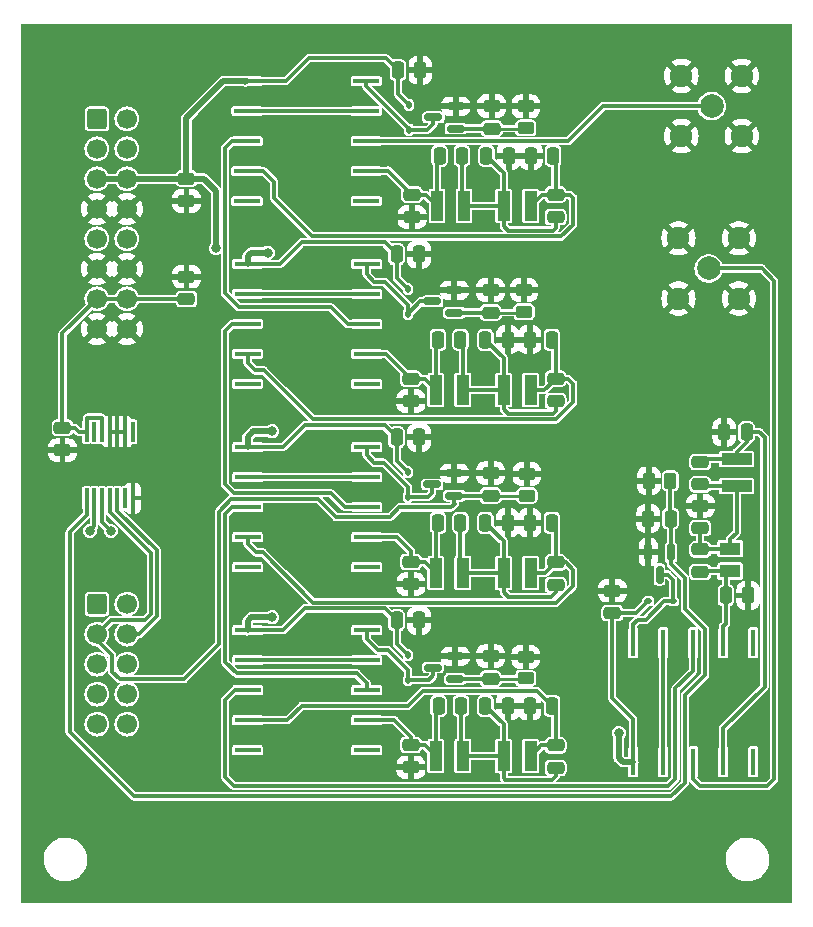
<source format=gbr>
%TF.GenerationSoftware,KiCad,Pcbnew,7.0.9*%
%TF.CreationDate,2024-01-21T16:30:29-08:00*%
%TF.ProjectId,QSE Filter,51534520-4669-46c7-9465-722e6b696361,rev?*%
%TF.SameCoordinates,Original*%
%TF.FileFunction,Copper,L1,Top*%
%TF.FilePolarity,Positive*%
%FSLAX46Y46*%
G04 Gerber Fmt 4.6, Leading zero omitted, Abs format (unit mm)*
G04 Created by KiCad (PCBNEW 7.0.9) date 2024-01-21 16:30:29*
%MOMM*%
%LPD*%
G01*
G04 APERTURE LIST*
G04 Aperture macros list*
%AMRoundRect*
0 Rectangle with rounded corners*
0 $1 Rounding radius*
0 $2 $3 $4 $5 $6 $7 $8 $9 X,Y pos of 4 corners*
0 Add a 4 corners polygon primitive as box body*
4,1,4,$2,$3,$4,$5,$6,$7,$8,$9,$2,$3,0*
0 Add four circle primitives for the rounded corners*
1,1,$1+$1,$2,$3*
1,1,$1+$1,$4,$5*
1,1,$1+$1,$6,$7*
1,1,$1+$1,$8,$9*
0 Add four rect primitives between the rounded corners*
20,1,$1+$1,$2,$3,$4,$5,0*
20,1,$1+$1,$4,$5,$6,$7,0*
20,1,$1+$1,$6,$7,$8,$9,0*
20,1,$1+$1,$8,$9,$2,$3,0*%
G04 Aperture macros list end*
%TA.AperFunction,SMDPad,CuDef*%
%ADD10RoundRect,0.150000X-0.150000X0.587500X-0.150000X-0.587500X0.150000X-0.587500X0.150000X0.587500X0*%
%TD*%
%TA.AperFunction,SMDPad,CuDef*%
%ADD11RoundRect,0.250000X-0.475000X0.250000X-0.475000X-0.250000X0.475000X-0.250000X0.475000X0.250000X0*%
%TD*%
%TA.AperFunction,SMDPad,CuDef*%
%ADD12R,1.750000X1.090000*%
%TD*%
%TA.AperFunction,SMDPad,CuDef*%
%ADD13R,1.016000X2.540000*%
%TD*%
%TA.AperFunction,SMDPad,CuDef*%
%ADD14RoundRect,0.250000X-0.250000X-0.475000X0.250000X-0.475000X0.250000X0.475000X-0.250000X0.475000X0*%
%TD*%
%TA.AperFunction,SMDPad,CuDef*%
%ADD15RoundRect,0.112500X-0.112500X0.187500X-0.112500X-0.187500X0.112500X-0.187500X0.112500X0.187500X0*%
%TD*%
%TA.AperFunction,SMDPad,CuDef*%
%ADD16RoundRect,0.250000X0.250000X0.475000X-0.250000X0.475000X-0.250000X-0.475000X0.250000X-0.475000X0*%
%TD*%
%TA.AperFunction,ComponentPad*%
%ADD17C,2.006600*%
%TD*%
%TA.AperFunction,ComponentPad*%
%ADD18C,1.905000*%
%TD*%
%TA.AperFunction,SMDPad,CuDef*%
%ADD19RoundRect,0.250000X0.475000X-0.250000X0.475000X0.250000X-0.475000X0.250000X-0.475000X-0.250000X0*%
%TD*%
%TA.AperFunction,SMDPad,CuDef*%
%ADD20RoundRect,0.150000X0.587500X0.150000X-0.587500X0.150000X-0.587500X-0.150000X0.587500X-0.150000X0*%
%TD*%
%TA.AperFunction,SMDPad,CuDef*%
%ADD21RoundRect,0.250000X0.450000X-0.262500X0.450000X0.262500X-0.450000X0.262500X-0.450000X-0.262500X0*%
%TD*%
%TA.AperFunction,ComponentPad*%
%ADD22RoundRect,0.250000X-0.600000X-0.600000X0.600000X-0.600000X0.600000X0.600000X-0.600000X0.600000X0*%
%TD*%
%TA.AperFunction,ComponentPad*%
%ADD23C,1.700000*%
%TD*%
%TA.AperFunction,SMDPad,CuDef*%
%ADD24RoundRect,0.250000X0.262500X0.450000X-0.262500X0.450000X-0.262500X-0.450000X0.262500X-0.450000X0*%
%TD*%
%TA.AperFunction,SMDPad,CuDef*%
%ADD25R,2.235200X0.457200*%
%TD*%
%TA.AperFunction,SMDPad,CuDef*%
%ADD26R,0.355600X1.676400*%
%TD*%
%TA.AperFunction,SMDPad,CuDef*%
%ADD27RoundRect,0.112500X-0.187500X-0.112500X0.187500X-0.112500X0.187500X0.112500X-0.187500X0.112500X0*%
%TD*%
%TA.AperFunction,SMDPad,CuDef*%
%ADD28R,0.457200X2.235200*%
%TD*%
%TA.AperFunction,SMDPad,CuDef*%
%ADD29R,2.540000X1.016000*%
%TD*%
%TA.AperFunction,ViaPad*%
%ADD30C,0.800000*%
%TD*%
%TA.AperFunction,Conductor*%
%ADD31C,0.250000*%
%TD*%
%TA.AperFunction,Conductor*%
%ADD32C,0.300000*%
%TD*%
%TA.AperFunction,Conductor*%
%ADD33C,0.500000*%
%TD*%
G04 APERTURE END LIST*
D10*
%TO.P,Q3,1,G*%
%TO.N,Band_10M*%
X132500000Y-92000000D03*
%TO.P,Q3,2,S*%
%TO.N,GND*%
X130600000Y-92000000D03*
%TO.P,Q3,3,D*%
%TO.N,Net-(D3-A)*%
X131550000Y-93875000D03*
%TD*%
D11*
%TO.P,C15,1*%
%TO.N,Net-(C12-Pad1)*%
X110500000Y-77300000D03*
%TO.P,C15,2*%
%TO.N,GND*%
X110500000Y-79200000D03*
%TD*%
D12*
%TO.P,L6,1,1*%
%TO.N,Net-(C17-Pad1)*%
X137530000Y-93599000D03*
%TO.P,L6,2,2*%
%TO.N,Net-(C16-Pad1)*%
X137530000Y-91681000D03*
%TD*%
D13*
%TO.P,L10,1,1*%
%TO.N,Net-(C33-Pad1)*%
X112605001Y-109250000D03*
%TO.P,L10,2,2*%
%TO.N,Net-(C32-Pad1)*%
X114894999Y-109250000D03*
%TD*%
D14*
%TO.P,C28,1*%
%TO.N,Net-(C25-Pad1)*%
X116800000Y-89500000D03*
%TO.P,C28,2*%
%TO.N,GND*%
X118700000Y-89500000D03*
%TD*%
D15*
%TO.P,D5,1,K*%
%TO.N,+12V*%
X110250000Y-100700000D03*
%TO.P,D5,2,A*%
%TO.N,Net-(D5-A)*%
X110250000Y-102800000D03*
%TD*%
D16*
%TO.P,C34,1*%
%TO.N,Net-(C32-Pad2)*%
X122450000Y-105000000D03*
%TO.P,C34,2*%
%TO.N,GND*%
X120550000Y-105000000D03*
%TD*%
D15*
%TO.P,D2,1,K*%
%TO.N,+12V*%
X110250000Y-69700000D03*
%TO.P,D2,2,A*%
%TO.N,Net-(D2-A)*%
X110250000Y-71800000D03*
%TD*%
D13*
%TO.P,L9,1,1*%
%TO.N,Net-(C32-Pad1)*%
X118355001Y-109250000D03*
%TO.P,L9,2,2*%
%TO.N,Net-(C32-Pad2)*%
X120644999Y-109250000D03*
%TD*%
D14*
%TO.P,C26,1*%
%TO.N,Net-(C26-Pad1)*%
X112800000Y-89500000D03*
%TO.P,C26,2*%
%TO.N,Net-(C25-Pad1)*%
X114700000Y-89500000D03*
%TD*%
%TO.P,C5,1*%
%TO.N,Net-(C5-Pad1)*%
X116897499Y-58420000D03*
%TO.P,C5,2*%
%TO.N,GND*%
X118797499Y-58420000D03*
%TD*%
D17*
%TO.P,J1,1,In*%
%TO.N,RF_In*%
X135960000Y-54210000D03*
D18*
%TO.P,J1,2,Ext*%
%TO.N,GND*%
X133407300Y-51657300D03*
%TO.P,J1,3,Ext*%
X133407300Y-56762700D03*
%TO.P,J1,4,Ext*%
X138512700Y-56762700D03*
%TO.P,J1,5,Ext*%
X138512700Y-51657300D03*
%TD*%
D14*
%TO.P,C14,1*%
%TO.N,Net-(C11-Pad1)*%
X116800000Y-74000000D03*
%TO.P,C14,2*%
%TO.N,GND*%
X118700000Y-74000000D03*
%TD*%
D19*
%TO.P,C19,1*%
%TO.N,Net-(C16-Pad1)*%
X135000000Y-89950000D03*
%TO.P,C19,2*%
%TO.N,GND*%
X135000000Y-88050000D03*
%TD*%
D14*
%TO.P,C3,1*%
%TO.N,+12V*%
X109397499Y-51170000D03*
%TO.P,C3,2*%
%TO.N,GND*%
X111297499Y-51170000D03*
%TD*%
D19*
%TO.P,C30,1*%
%TO.N,Band_15M*%
X117250000Y-102700000D03*
%TO.P,C30,2*%
%TO.N,GND*%
X117250000Y-100800000D03*
%TD*%
%TO.P,C21,1*%
%TO.N,+3.3V*%
X91500000Y-70550000D03*
%TO.P,C21,2*%
%TO.N,GND*%
X91500000Y-68650000D03*
%TD*%
D13*
%TO.P,L2,1,1*%
%TO.N,Net-(C5-Pad1)*%
X118355001Y-62670000D03*
%TO.P,L2,2,2*%
%TO.N,Net-(C6-Pad1)*%
X120644999Y-62670000D03*
%TD*%
D19*
%TO.P,C2,1*%
%TO.N,Band_80M*%
X117347499Y-56120000D03*
%TO.P,C2,2*%
%TO.N,GND*%
X117347499Y-54220000D03*
%TD*%
D14*
%TO.P,C33,1*%
%TO.N,Net-(C33-Pad1)*%
X112850000Y-105000000D03*
%TO.P,C33,2*%
%TO.N,Net-(C32-Pad1)*%
X114750000Y-105000000D03*
%TD*%
%TO.P,C31,1*%
%TO.N,+12V*%
X109300000Y-97750000D03*
%TO.P,C31,2*%
%TO.N,GND*%
X111200000Y-97750000D03*
%TD*%
D20*
%TO.P,Q5,1,G*%
%TO.N,Band_15M*%
X114250000Y-102700000D03*
%TO.P,Q5,2,S*%
%TO.N,GND*%
X114250000Y-100800000D03*
%TO.P,Q5,3,D*%
%TO.N,Net-(D5-A)*%
X112375000Y-101750000D03*
%TD*%
D13*
%TO.P,L8,1,1*%
%TO.N,Net-(C26-Pad1)*%
X112605001Y-93750000D03*
%TO.P,L8,2,2*%
%TO.N,Net-(C25-Pad1)*%
X114894999Y-93750000D03*
%TD*%
D20*
%TO.P,Q4,1,G*%
%TO.N,Band_20M*%
X114187500Y-87200000D03*
%TO.P,Q4,2,S*%
%TO.N,GND*%
X114187500Y-85300000D03*
%TO.P,Q4,3,D*%
%TO.N,Net-(D4-A)*%
X112312500Y-86250000D03*
%TD*%
D13*
%TO.P,L1,1,1*%
%TO.N,Net-(C4-Pad1)*%
X112702500Y-62670000D03*
%TO.P,L1,2,2*%
%TO.N,Net-(C5-Pad1)*%
X114992498Y-62670000D03*
%TD*%
D20*
%TO.P,Q2,1,G*%
%TO.N,Band_40M*%
X114187500Y-71700000D03*
%TO.P,Q2,2,S*%
%TO.N,GND*%
X114187500Y-69800000D03*
%TO.P,Q2,3,D*%
%TO.N,Net-(D2-A)*%
X112312500Y-70750000D03*
%TD*%
D14*
%TO.P,C12,1*%
%TO.N,Net-(C12-Pad1)*%
X112800000Y-74000000D03*
%TO.P,C12,2*%
%TO.N,Net-(C11-Pad1)*%
X114700000Y-74000000D03*
%TD*%
D15*
%TO.P,D1,1,K*%
%TO.N,+12V*%
X110347499Y-54120000D03*
%TO.P,D1,2,A*%
%TO.N,Net-(D1-A)*%
X110347499Y-56220000D03*
%TD*%
D21*
%TO.P,R1,1*%
%TO.N,Band_80M*%
X120230000Y-56062500D03*
%TO.P,R1,2*%
%TO.N,GND*%
X120230000Y-54237500D03*
%TD*%
D19*
%TO.P,C23,1*%
%TO.N,Band_20M*%
X117250000Y-87200000D03*
%TO.P,C23,2*%
%TO.N,GND*%
X117250000Y-85300000D03*
%TD*%
%TO.P,C9,1*%
%TO.N,Band_40M*%
X117250000Y-71700000D03*
%TO.P,C9,2*%
%TO.N,GND*%
X117250000Y-69800000D03*
%TD*%
D14*
%TO.P,C35,1*%
%TO.N,Net-(C32-Pad1)*%
X116800000Y-105000000D03*
%TO.P,C35,2*%
%TO.N,GND*%
X118700000Y-105000000D03*
%TD*%
D22*
%TO.P,J4,1,Pin_1*%
%TO.N,Band_80M*%
X83918100Y-96380000D03*
D23*
%TO.P,J4,2,Pin_2*%
%TO.N,Band_40M*%
X86458100Y-96380000D03*
%TO.P,J4,3,Pin_3*%
%TO.N,Band_20M*%
X83918100Y-98920000D03*
%TO.P,J4,4,Pin_4*%
%TO.N,Band_15M*%
X86458100Y-98920000D03*
%TO.P,J4,5,Pin_5*%
%TO.N,unconnected-(J4-Pin_5-Pad5)*%
X83918100Y-101460000D03*
%TO.P,J4,6,Pin_6*%
%TO.N,unconnected-(J4-Pin_6-Pad6)*%
X86458100Y-101460000D03*
%TO.P,J4,7,Pin_7*%
%TO.N,unconnected-(J4-Pin_7-Pad7)*%
X83918100Y-104000000D03*
%TO.P,J4,8,Pin_8*%
%TO.N,unconnected-(J4-Pin_8-Pad8)*%
X86458100Y-104000000D03*
%TO.P,J4,9,Pin_9*%
%TO.N,unconnected-(J4-Pin_9-Pad9)*%
X83918100Y-106540000D03*
%TO.P,J4,10,Pin_10*%
%TO.N,unconnected-(J4-Pin_10-Pad10)*%
X86458100Y-106540000D03*
%TD*%
D15*
%TO.P,D4,1,K*%
%TO.N,+12V*%
X110250000Y-85200000D03*
%TO.P,D4,2,A*%
%TO.N,Net-(D4-A)*%
X110250000Y-87300000D03*
%TD*%
D19*
%TO.P,C11,1*%
%TO.N,Net-(C11-Pad1)*%
X122750000Y-79200000D03*
%TO.P,C11,2*%
%TO.N,Net-(C11-Pad2)*%
X122750000Y-77300000D03*
%TD*%
D24*
%TO.P,R5,1*%
%TO.N,Band_10M*%
X132462500Y-85937500D03*
%TO.P,R5,2*%
%TO.N,GND*%
X130637500Y-85937500D03*
%TD*%
D21*
%TO.P,R2,1*%
%TO.N,Band_40M*%
X120080000Y-71632500D03*
%TO.P,R2,2*%
%TO.N,GND*%
X120080000Y-69807500D03*
%TD*%
D25*
%TO.P,U4,1,1*%
%TO.N,+12V*%
X96666200Y-83089901D03*
%TO.P,U4,2,2*%
%TO.N,Net-(U4-Pad2)*%
X96666200Y-85630000D03*
%TO.P,U4,3,3*%
%TO.N,20M_Out*%
X96666200Y-88170000D03*
%TO.P,U4,4,4*%
%TO.N,Net-(C25-Pad2)*%
X96666200Y-90710000D03*
%TO.P,U4,5,5*%
%TO.N,unconnected-(U4-Pad5)*%
X96666200Y-93250000D03*
%TO.P,U4,6,6*%
%TO.N,unconnected-(U4-Pad6)*%
X106750000Y-93250000D03*
%TO.P,U4,7,7*%
%TO.N,Net-(C26-Pad1)*%
X106750000Y-90710000D03*
%TO.P,U4,8,8*%
%TO.N,40M_Out*%
X106750000Y-88170000D03*
%TO.P,U4,9,9*%
%TO.N,Net-(U4-Pad2)*%
X106750000Y-85630000D03*
%TO.P,U4,10,10*%
%TO.N,Net-(D4-A)*%
X106750000Y-83089901D03*
%TD*%
D11*
%TO.P,C22,1*%
%TO.N,+3.3V*%
X81000000Y-81450000D03*
%TO.P,C22,2*%
%TO.N,GND*%
X81000000Y-83350000D03*
%TD*%
D16*
%TO.P,C27,1*%
%TO.N,Net-(C25-Pad2)*%
X122450000Y-89500000D03*
%TO.P,C27,2*%
%TO.N,GND*%
X120550000Y-89500000D03*
%TD*%
%TO.P,C18,1*%
%TO.N,Net-(C16-Pad2)*%
X138930000Y-81820000D03*
%TO.P,C18,2*%
%TO.N,GND*%
X137030000Y-81820000D03*
%TD*%
D13*
%TO.P,L7,1,1*%
%TO.N,Net-(C25-Pad1)*%
X118355001Y-93750000D03*
%TO.P,L7,2,2*%
%TO.N,Net-(C25-Pad2)*%
X120644999Y-93750000D03*
%TD*%
D25*
%TO.P,U5,1,1*%
%TO.N,+12V*%
X96666200Y-98589901D03*
%TO.P,U5,2,2*%
%TO.N,Net-(U5-Pad2)*%
X96666200Y-101130000D03*
%TO.P,U5,3,3*%
%TO.N,15M_Out*%
X96666200Y-103670000D03*
%TO.P,U5,4,4*%
%TO.N,Net-(C32-Pad2)*%
X96666200Y-106210000D03*
%TO.P,U5,5,5*%
%TO.N,unconnected-(U5-Pad5)*%
X96666200Y-108750000D03*
%TO.P,U5,6,6*%
%TO.N,unconnected-(U5-Pad6)*%
X106750000Y-108750000D03*
%TO.P,U5,7,7*%
%TO.N,Net-(C33-Pad1)*%
X106750000Y-106210000D03*
%TO.P,U5,8,8*%
%TO.N,20M_Out*%
X106750000Y-103670000D03*
%TO.P,U5,9,9*%
%TO.N,Net-(U5-Pad2)*%
X106750000Y-101130000D03*
%TO.P,U5,10,10*%
%TO.N,Net-(D5-A)*%
X106750000Y-98589901D03*
%TD*%
D19*
%TO.P,C32,1*%
%TO.N,Net-(C32-Pad1)*%
X122750000Y-110250000D03*
%TO.P,C32,2*%
%TO.N,Net-(C32-Pad2)*%
X122750000Y-108350000D03*
%TD*%
D17*
%TO.P,J2,1,In*%
%TO.N,RF_Out*%
X135710000Y-67960000D03*
D18*
%TO.P,J2,2,Ext*%
%TO.N,GND*%
X133157300Y-65407300D03*
%TO.P,J2,3,Ext*%
X133157300Y-70512700D03*
%TO.P,J2,4,Ext*%
X138262700Y-70512700D03*
%TO.P,J2,5,Ext*%
X138262700Y-65407300D03*
%TD*%
D26*
%TO.P,U3,1,1Y*%
%TO.N,Band_10M*%
X83049999Y-87419400D03*
%TO.P,U3,2,1A*%
%TO.N,Band_80M*%
X83700000Y-87419400D03*
%TO.P,U3,3,1B*%
%TO.N,Band_40M*%
X84350001Y-87419400D03*
%TO.P,U3,4,1C*%
%TO.N,Band_20M*%
X85000000Y-87419400D03*
%TO.P,U3,5,1D*%
%TO.N,Band_15M*%
X85649999Y-87419400D03*
%TO.P,U3,6,NC*%
%TO.N,unconnected-(U3-NC-Pad6)*%
X86300000Y-87419400D03*
%TO.P,U3,7,GND*%
%TO.N,GND*%
X86949999Y-87419400D03*
%TO.P,U3,8,NC*%
%TO.N,unconnected-(U3-NC-Pad8)*%
X86950001Y-81780600D03*
%TO.P,U3,9,2A*%
%TO.N,GND*%
X86300000Y-81780600D03*
%TO.P,U3,10,2B*%
X85650001Y-81780600D03*
%TO.P,U3,11,2C*%
X85000000Y-81780600D03*
%TO.P,U3,12,2D*%
%TO.N,+3.3V*%
X84350001Y-81780600D03*
%TO.P,U3,13,2Y*%
%TO.N,unconnected-(U3-2Y-Pad13)*%
X83700000Y-81780600D03*
%TO.P,U3,14,VCC*%
%TO.N,+3.3V*%
X83050001Y-81780600D03*
%TD*%
D21*
%TO.P,R3,1*%
%TO.N,Band_20M*%
X120320000Y-87192500D03*
%TO.P,R3,2*%
%TO.N,GND*%
X120320000Y-85367500D03*
%TD*%
D13*
%TO.P,L4,1,1*%
%TO.N,Net-(C12-Pad1)*%
X112605001Y-78250000D03*
%TO.P,L4,2,2*%
%TO.N,Net-(C11-Pad1)*%
X114894999Y-78250000D03*
%TD*%
D11*
%TO.P,C4,1*%
%TO.N,Net-(C4-Pad1)*%
X110597499Y-61720000D03*
%TO.P,C4,2*%
%TO.N,GND*%
X110597499Y-63620000D03*
%TD*%
D14*
%TO.P,C10,1*%
%TO.N,+12V*%
X109300000Y-66750000D03*
%TO.P,C10,2*%
%TO.N,GND*%
X111200000Y-66750000D03*
%TD*%
D11*
%TO.P,C29,1*%
%TO.N,Net-(C26-Pad1)*%
X110500000Y-92800000D03*
%TO.P,C29,2*%
%TO.N,GND*%
X110500000Y-94700000D03*
%TD*%
D14*
%TO.P,C7,1*%
%TO.N,Net-(C4-Pad1)*%
X112927499Y-58420000D03*
%TO.P,C7,2*%
%TO.N,Net-(C5-Pad1)*%
X114827499Y-58420000D03*
%TD*%
D13*
%TO.P,L3,1,1*%
%TO.N,Net-(C11-Pad1)*%
X118355001Y-78250000D03*
%TO.P,L3,2,2*%
%TO.N,Net-(C11-Pad2)*%
X120644999Y-78250000D03*
%TD*%
D25*
%TO.P,U2,1,1*%
%TO.N,+12V*%
X96666200Y-67589901D03*
%TO.P,U2,2,2*%
%TO.N,Net-(U2-Pad2)*%
X96666200Y-70130000D03*
%TO.P,U2,3,3*%
%TO.N,40M_Out*%
X96666200Y-72670000D03*
%TO.P,U2,4,4*%
%TO.N,Net-(C11-Pad2)*%
X96666200Y-75210000D03*
%TO.P,U2,5,5*%
%TO.N,unconnected-(U2-Pad5)*%
X96666200Y-77750000D03*
%TO.P,U2,6,6*%
%TO.N,unconnected-(U2-Pad6)*%
X106750000Y-77750000D03*
%TO.P,U2,7,7*%
%TO.N,Net-(C12-Pad1)*%
X106750000Y-75210000D03*
%TO.P,U2,8,8*%
%TO.N,80M_Out*%
X106750000Y-72670000D03*
%TO.P,U2,9,9*%
%TO.N,Net-(U2-Pad2)*%
X106750000Y-70130000D03*
%TO.P,U2,10,10*%
%TO.N,Net-(D2-A)*%
X106750000Y-67589901D03*
%TD*%
D16*
%TO.P,C37,1*%
%TO.N,Band_10M*%
X132500000Y-89137500D03*
%TO.P,C37,2*%
%TO.N,GND*%
X130600000Y-89137500D03*
%TD*%
%TO.P,C6,1*%
%TO.N,Net-(C6-Pad1)*%
X122547499Y-58420000D03*
%TO.P,C6,2*%
%TO.N,GND*%
X120647499Y-58420000D03*
%TD*%
D14*
%TO.P,C20,1*%
%TO.N,Net-(C17-Pad1)*%
X137160000Y-95650000D03*
%TO.P,C20,2*%
%TO.N,GND*%
X139060000Y-95650000D03*
%TD*%
D11*
%TO.P,C1,1*%
%TO.N,+12V*%
X91500000Y-60350000D03*
%TO.P,C1,2*%
%TO.N,GND*%
X91500000Y-62250000D03*
%TD*%
D21*
%TO.P,R4,1*%
%TO.N,Band_15M*%
X120210000Y-102662500D03*
%TO.P,R4,2*%
%TO.N,GND*%
X120210000Y-100837500D03*
%TD*%
D25*
%TO.P,U1,1,1*%
%TO.N,+12V*%
X96624300Y-52089901D03*
%TO.P,U1,2,2*%
%TO.N,Net-(U1-Pad2)*%
X96624300Y-54630000D03*
%TO.P,U1,3,3*%
%TO.N,80M_Out*%
X96624300Y-57170000D03*
%TO.P,U1,4,4*%
%TO.N,Net-(C6-Pad1)*%
X96624300Y-59710000D03*
%TO.P,U1,5,5*%
%TO.N,unconnected-(U1-Pad5)*%
X96624300Y-62250000D03*
%TO.P,U1,6,6*%
%TO.N,unconnected-(U1-Pad6)*%
X106708100Y-62250000D03*
%TO.P,U1,7,7*%
%TO.N,Net-(C4-Pad1)*%
X106708100Y-59710000D03*
%TO.P,U1,8,8*%
%TO.N,RF_In*%
X106708100Y-57170000D03*
%TO.P,U1,9,9*%
%TO.N,Net-(U1-Pad2)*%
X106708100Y-54630000D03*
%TO.P,U1,10,10*%
%TO.N,Net-(D1-A)*%
X106708100Y-52089901D03*
%TD*%
D19*
%TO.P,C8,1*%
%TO.N,Net-(C5-Pad1)*%
X122750000Y-63620000D03*
%TO.P,C8,2*%
%TO.N,Net-(C6-Pad1)*%
X122750000Y-61720000D03*
%TD*%
D16*
%TO.P,C13,1*%
%TO.N,Net-(C11-Pad2)*%
X122450000Y-74000000D03*
%TO.P,C13,2*%
%TO.N,GND*%
X120550000Y-74000000D03*
%TD*%
D14*
%TO.P,C24,1*%
%TO.N,+12V*%
X109300000Y-82250000D03*
%TO.P,C24,2*%
%TO.N,GND*%
X111200000Y-82250000D03*
%TD*%
D20*
%TO.P,Q1,1,G*%
%TO.N,Band_80M*%
X114284999Y-56120000D03*
%TO.P,Q1,2,S*%
%TO.N,GND*%
X114284999Y-54220000D03*
%TO.P,Q1,3,D*%
%TO.N,Net-(D1-A)*%
X112409999Y-55170000D03*
%TD*%
D27*
%TO.P,D3,1,K*%
%TO.N,+12V*%
X130600000Y-96137500D03*
%TO.P,D3,2,A*%
%TO.N,Net-(D3-A)*%
X132700000Y-96137500D03*
%TD*%
D19*
%TO.P,C38,1*%
%TO.N,+12V*%
X127550000Y-97137500D03*
%TO.P,C38,2*%
%TO.N,GND*%
X127550000Y-95237500D03*
%TD*%
D11*
%TO.P,C36,1*%
%TO.N,Net-(C33-Pad1)*%
X110500000Y-108300000D03*
%TO.P,C36,2*%
%TO.N,GND*%
X110500000Y-110200000D03*
%TD*%
D19*
%TO.P,C16,1*%
%TO.N,Net-(C16-Pad1)*%
X135000000Y-86250000D03*
%TO.P,C16,2*%
%TO.N,Net-(C16-Pad2)*%
X135000000Y-84350000D03*
%TD*%
%TO.P,C17,1*%
%TO.N,Net-(C17-Pad1)*%
X135000000Y-93650000D03*
%TO.P,C17,2*%
%TO.N,Net-(C16-Pad1)*%
X135000000Y-91750000D03*
%TD*%
D22*
%TO.P,J3,1,Pin_1*%
%TO.N,unconnected-(J3-Pin_1-Pad1)*%
X83918100Y-55300000D03*
D23*
%TO.P,J3,2,Pin_2*%
%TO.N,unconnected-(J3-Pin_2-Pad2)*%
X86458100Y-55300000D03*
%TO.P,J3,3,Pin_3*%
%TO.N,unconnected-(J3-Pin_3-Pad3)*%
X83918100Y-57840000D03*
%TO.P,J3,4,Pin_4*%
%TO.N,unconnected-(J3-Pin_4-Pad4)*%
X86458100Y-57840000D03*
%TO.P,J3,5,Pin_5*%
%TO.N,+12V*%
X83918100Y-60380000D03*
%TO.P,J3,6,Pin_6*%
X86458100Y-60380000D03*
%TO.P,J3,7,Pin_7*%
%TO.N,GND*%
X83918100Y-62920000D03*
%TO.P,J3,8,Pin_8*%
X86458100Y-62920000D03*
%TO.P,J3,9,Pin_9*%
%TO.N,unconnected-(J3-Pin_9-Pad9)*%
X83918100Y-65460000D03*
%TO.P,J3,10,Pin_10*%
%TO.N,unconnected-(J3-Pin_10-Pad10)*%
X86458100Y-65460000D03*
%TO.P,J3,11,Pin_11*%
%TO.N,GND*%
X83918100Y-68000000D03*
%TO.P,J3,12,Pin_12*%
X86458100Y-68000000D03*
%TO.P,J3,13,Pin_13*%
%TO.N,+3.3V*%
X83918100Y-70540000D03*
%TO.P,J3,14,Pin_14*%
X86458100Y-70540000D03*
%TO.P,J3,15,Pin_15*%
%TO.N,GND*%
X83918100Y-73080000D03*
%TO.P,J3,16,Pin_16*%
X86458100Y-73080000D03*
%TD*%
D19*
%TO.P,C25,1*%
%TO.N,Net-(C25-Pad1)*%
X122750000Y-94750000D03*
%TO.P,C25,2*%
%TO.N,Net-(C25-Pad2)*%
X122750000Y-92850000D03*
%TD*%
D28*
%TO.P,U6,1,1*%
%TO.N,+12V*%
X129319901Y-109741900D03*
%TO.P,U6,2,2*%
%TO.N,Net-(U6-Pad2)*%
X131860000Y-109741900D03*
%TO.P,U6,3,3*%
%TO.N,RF_Out*%
X134400000Y-109741900D03*
%TO.P,U6,4,4*%
%TO.N,Net-(C16-Pad2)*%
X136940000Y-109741900D03*
%TO.P,U6,5,5*%
%TO.N,unconnected-(U6-Pad5)*%
X139480000Y-109741900D03*
%TO.P,U6,6,6*%
%TO.N,unconnected-(U6-Pad6)*%
X139480000Y-99658100D03*
%TO.P,U6,7,7*%
%TO.N,Net-(C17-Pad1)*%
X136940000Y-99658100D03*
%TO.P,U6,8,8*%
%TO.N,15M_Out*%
X134400000Y-99658100D03*
%TO.P,U6,9,9*%
%TO.N,Net-(U6-Pad2)*%
X131860000Y-99658100D03*
%TO.P,U6,10,10*%
%TO.N,Net-(D3-A)*%
X129319901Y-99658100D03*
%TD*%
D29*
%TO.P,L5,1,1*%
%TO.N,Net-(C16-Pad1)*%
X138080000Y-86374999D03*
%TO.P,L5,2,2*%
%TO.N,Net-(C16-Pad2)*%
X138080000Y-84085001D03*
%TD*%
D30*
%TO.N,Band_80M*%
X83312000Y-90170000D03*
X117347499Y-56120000D03*
%TO.N,GND*%
X128270000Y-58420000D03*
X130556000Y-76962000D03*
X134620000Y-60960000D03*
X92456000Y-95758000D03*
X101600000Y-109220000D03*
X129286000Y-75692000D03*
X93980000Y-116840000D03*
X102870000Y-58420000D03*
X100330000Y-109220000D03*
X92456000Y-97028000D03*
X102870000Y-76200000D03*
X128016000Y-114300000D03*
X131826000Y-74422000D03*
X92456000Y-104902000D03*
X129540000Y-52070000D03*
X99060000Y-114300000D03*
X136906000Y-102362000D03*
X138176000Y-102362000D03*
X117856000Y-116840000D03*
X102870000Y-59690000D03*
X116700000Y-63800000D03*
X91440000Y-114300000D03*
X92456000Y-106426000D03*
X129540000Y-50800000D03*
X131826000Y-75692000D03*
X100330000Y-76200000D03*
X117856000Y-114300000D03*
X122682000Y-101854000D03*
X128270000Y-50800000D03*
X92456000Y-109474000D03*
X130556000Y-74422000D03*
X121600000Y-106700000D03*
X101600000Y-116840000D03*
X125476000Y-116840000D03*
X121600000Y-91300000D03*
X116600000Y-94800000D03*
X129286000Y-74422000D03*
X122936000Y-116840000D03*
X102870000Y-109220000D03*
X100330000Y-107950000D03*
X89408000Y-84836000D03*
X136906000Y-103632000D03*
X90678000Y-84836000D03*
X116500000Y-110500000D03*
X123150000Y-55800000D03*
X102870000Y-107950000D03*
X99060000Y-116840000D03*
X123160000Y-82250000D03*
X90678000Y-86106000D03*
X130556000Y-116840000D03*
X131826000Y-76962000D03*
X96520000Y-116840000D03*
X123952000Y-100584000D03*
X138176000Y-103632000D03*
X101600000Y-76200000D03*
X123190000Y-54610000D03*
X100330000Y-74930000D03*
X92456000Y-94488000D03*
X101600000Y-114300000D03*
X101600000Y-59690000D03*
X102870000Y-74930000D03*
X124460000Y-54610000D03*
X116600000Y-108100000D03*
X123090000Y-66850000D03*
X122074000Y-66850000D03*
X89408000Y-86106000D03*
X116600000Y-77100000D03*
X89408000Y-83566000D03*
X88900000Y-114300000D03*
X133350000Y-60960000D03*
X116500000Y-92600000D03*
X102870000Y-90170000D03*
X128270000Y-52070000D03*
X100330000Y-59690000D03*
X101600000Y-107950000D03*
X92456000Y-93218000D03*
X100330000Y-91440000D03*
X116700000Y-61600000D03*
X100330000Y-58420000D03*
X129540000Y-57150000D03*
X91440000Y-116840000D03*
X102870000Y-91440000D03*
X90678000Y-83566000D03*
X101600000Y-58420000D03*
X121500000Y-75700000D03*
X101600000Y-74930000D03*
X116500000Y-79500000D03*
X128270000Y-57150000D03*
X123160000Y-83520000D03*
X123090000Y-67866000D03*
X122074000Y-67866000D03*
X124430000Y-82250000D03*
X128016000Y-116840000D03*
X101600000Y-90170000D03*
X88900000Y-116840000D03*
X101600000Y-91440000D03*
X120396000Y-116840000D03*
X92456000Y-107950000D03*
X137160000Y-60960000D03*
X138430000Y-60960000D03*
X129286000Y-76962000D03*
X122682000Y-100584000D03*
X121400000Y-60200000D03*
X120396000Y-114300000D03*
X129540000Y-58420000D03*
X130556000Y-75692000D03*
X100330000Y-90170000D03*
X123952000Y-101854000D03*
X124430000Y-83520000D03*
X130556000Y-114300000D03*
X135890000Y-60960000D03*
%TO.N,Band_40M*%
X85090000Y-90170000D03*
X117250000Y-71700000D03*
%TO.N,Band_15M*%
X117250000Y-102700000D03*
%TO.N,+12V*%
X98750000Y-81750000D03*
X94000000Y-66250000D03*
X98750000Y-97500000D03*
X98375000Y-66625000D03*
X128100000Y-107300000D03*
%TD*%
D31*
%TO.N,Band_80M*%
X117347499Y-56120000D02*
X120172500Y-56120000D01*
D32*
X114284999Y-56120000D02*
X117347499Y-56120000D01*
D31*
X120172500Y-56120000D02*
X120230000Y-56062500D01*
D32*
X83918100Y-96380000D02*
X83700000Y-96161900D01*
X83312000Y-90170000D02*
X83700000Y-89782000D01*
D31*
X119942500Y-56120000D02*
X119970000Y-56092500D01*
X119692500Y-56120000D02*
X119700000Y-56112500D01*
D32*
X83700000Y-89782000D02*
X83700000Y-87419400D01*
%TO.N,GND*%
X130637500Y-85937500D02*
X130637500Y-91962500D01*
X130637500Y-91962500D02*
X130600000Y-92000000D01*
%TO.N,Net-(D1-A)*%
X110347499Y-56147499D02*
X106708100Y-52508100D01*
X112409999Y-55690001D02*
X112409999Y-55170000D01*
X110347499Y-56220000D02*
X110347499Y-56147499D01*
X110347499Y-56220000D02*
X111880000Y-56220000D01*
X111880000Y-56220000D02*
X112409999Y-55690001D01*
X106708100Y-52508100D02*
X106708100Y-52089901D01*
D31*
%TO.N,Band_40M*%
X120012500Y-71700000D02*
X120080000Y-71632500D01*
D32*
X85090000Y-90170000D02*
X84350001Y-89430001D01*
X114187500Y-71700000D02*
X117250000Y-71700000D01*
D31*
X119587500Y-71700000D02*
X119600000Y-71712500D01*
X117250000Y-71700000D02*
X120012500Y-71700000D01*
D32*
X84350001Y-89430001D02*
X84350001Y-87419400D01*
%TO.N,Net-(D2-A)*%
X110250000Y-71800000D02*
X110250000Y-71050000D01*
X108300000Y-69100000D02*
X107400000Y-69100000D01*
X107400000Y-69100000D02*
X106750000Y-68450000D01*
X106750000Y-68450000D02*
X106750000Y-67589901D01*
X110250000Y-71050000D02*
X108300000Y-69100000D01*
X112312500Y-70750000D02*
X111300000Y-70750000D01*
X111300000Y-70750000D02*
X110250000Y-71800000D01*
%TO.N,Band_20M*%
X85217000Y-102108000D02*
X85852000Y-102743000D01*
X108700000Y-89000000D02*
X109500000Y-88200000D01*
X91257000Y-102743000D02*
X94250000Y-99750000D01*
X94250000Y-88540000D02*
X95291447Y-87498553D01*
X83918100Y-99412100D02*
X85217000Y-100711000D01*
X114187500Y-87200000D02*
X117250000Y-87200000D01*
X88500000Y-97200000D02*
X88500000Y-92057600D01*
X102651000Y-87500000D02*
X104151000Y-89000000D01*
D31*
X117250000Y-87200000D02*
X120312500Y-87200000D01*
X120312500Y-87200000D02*
X120320000Y-87192500D01*
D32*
X104151000Y-89000000D02*
X108700000Y-89000000D01*
X114187500Y-87887500D02*
X114187500Y-87200000D01*
X85138100Y-97700000D02*
X88000000Y-97700000D01*
X85852000Y-102743000D02*
X91257000Y-102743000D01*
X94250000Y-99750000D02*
X94250000Y-88540000D01*
X109500000Y-88200000D02*
X113900000Y-88200000D01*
X83918100Y-98920000D02*
X85138100Y-97700000D01*
X85217000Y-100711000D02*
X85217000Y-102108000D01*
X85000000Y-88557600D02*
X85000000Y-87419400D01*
X95291447Y-87498553D02*
X95292894Y-87500000D01*
X95292894Y-87500000D02*
X102651000Y-87500000D01*
X88500000Y-92057600D02*
X85000000Y-88557600D01*
X83918100Y-98920000D02*
X83918100Y-99412100D01*
X113900000Y-88200000D02*
X114200000Y-87900000D01*
X88000000Y-97700000D02*
X88500000Y-97200000D01*
X114200000Y-87900000D02*
X114187500Y-87887500D01*
D31*
X119687500Y-87200000D02*
X119700000Y-87212500D01*
D32*
%TO.N,Net-(D4-A)*%
X107400000Y-84400000D02*
X106750000Y-83750000D01*
X111950000Y-87300000D02*
X112312500Y-86937500D01*
X110250000Y-86450000D02*
X108200000Y-84400000D01*
X108200000Y-84400000D02*
X107400000Y-84400000D01*
X110250000Y-87300000D02*
X110250000Y-86450000D01*
X110250000Y-87300000D02*
X111950000Y-87300000D01*
X106750000Y-83750000D02*
X106750000Y-83089901D01*
X112312500Y-86937500D02*
X112312500Y-86250000D01*
D31*
%TO.N,Band_15M*%
X117250000Y-102700000D02*
X120172500Y-102700000D01*
X119687500Y-102700000D02*
X119700000Y-102712500D01*
D32*
X87487106Y-98920000D02*
X89000000Y-97407106D01*
X89000000Y-97407106D02*
X89000000Y-91835400D01*
X89000000Y-91835400D02*
X85649999Y-88485399D01*
D31*
X120172500Y-102700000D02*
X120210000Y-102662500D01*
D32*
X114250000Y-102700000D02*
X117250000Y-102700000D01*
X86458100Y-98920000D02*
X87487106Y-98920000D01*
X85649999Y-88485399D02*
X85649999Y-87419400D01*
%TO.N,Net-(D5-A)*%
X108600000Y-100300000D02*
X110250000Y-101950000D01*
X106750000Y-98589901D02*
X106750000Y-99350000D01*
X110250000Y-101950000D02*
X110250000Y-102800000D01*
X112000000Y-102800000D02*
X112375000Y-102425000D01*
X107700000Y-100300000D02*
X108600000Y-100300000D01*
X110250000Y-102800000D02*
X112000000Y-102800000D01*
X106750000Y-99350000D02*
X107700000Y-100300000D01*
X112375000Y-102425000D02*
X112375000Y-101750000D01*
%TO.N,+12V*%
X99927598Y-52089901D02*
X96624300Y-52089901D01*
X101250000Y-65750000D02*
X108300000Y-65750000D01*
X108300000Y-65750000D02*
X109300000Y-66750000D01*
D33*
X128441900Y-109741900D02*
X129319901Y-109741900D01*
X97150000Y-81750000D02*
X98750000Y-81750000D01*
D32*
X101500000Y-81250000D02*
X108300000Y-81250000D01*
X108300000Y-96750000D02*
X109300000Y-97750000D01*
X99660099Y-98589901D02*
X101500000Y-96750000D01*
X109300000Y-66750000D02*
X109300000Y-68750000D01*
X96494201Y-52220000D02*
X96624300Y-52089901D01*
D33*
X94610099Y-52089901D02*
X96624300Y-52089901D01*
X92950000Y-60350000D02*
X94000000Y-61400000D01*
D32*
X127550000Y-97137500D02*
X127550000Y-104350000D01*
X101847499Y-50170000D02*
X99927598Y-52089901D01*
D33*
X94000000Y-61400000D02*
X94000000Y-66250000D01*
X91500000Y-60350000D02*
X92950000Y-60350000D01*
D32*
X127550000Y-97137500D02*
X129600000Y-97137500D01*
X109397499Y-53170000D02*
X110347499Y-54120000D01*
X108397499Y-50170000D02*
X101847499Y-50170000D01*
X108300000Y-81250000D02*
X109300000Y-82250000D01*
X96666200Y-98589901D02*
X99660099Y-98589901D01*
D33*
X128100000Y-109400000D02*
X128441900Y-109741900D01*
D32*
X101500000Y-81250000D02*
X99660099Y-83089901D01*
X129319901Y-106119901D02*
X129319901Y-109741900D01*
X109300000Y-82250000D02*
X109300000Y-84250000D01*
X109300000Y-97750000D02*
X109300000Y-99750000D01*
X109397499Y-51170000D02*
X109397499Y-53170000D01*
D33*
X98750000Y-97500000D02*
X97000000Y-97500000D01*
D32*
X109300000Y-99750000D02*
X110250000Y-100700000D01*
D33*
X91500000Y-55200000D02*
X94610099Y-52089901D01*
X96666200Y-66933800D02*
X96975000Y-66625000D01*
D32*
X109397499Y-51170000D02*
X108397499Y-50170000D01*
X109300000Y-84250000D02*
X110250000Y-85200000D01*
D33*
X97000000Y-97500000D02*
X96666200Y-97833800D01*
X83918100Y-60380000D02*
X86458100Y-60380000D01*
X96975000Y-66625000D02*
X98375000Y-66625000D01*
D32*
X109300000Y-68750000D02*
X110250000Y-69700000D01*
D33*
X91500000Y-60350000D02*
X91500000Y-55200000D01*
D32*
X96666200Y-67589901D02*
X99410099Y-67589901D01*
D33*
X91470000Y-60380000D02*
X91500000Y-60350000D01*
D32*
X101500000Y-96750000D02*
X108300000Y-96750000D01*
D33*
X96666200Y-82233800D02*
X97150000Y-81750000D01*
D32*
X99410099Y-67589901D02*
X101250000Y-65750000D01*
D33*
X96666200Y-97833800D02*
X96666200Y-98589901D01*
D32*
X127550000Y-104350000D02*
X129319901Y-106119901D01*
X129600000Y-97137500D02*
X130600000Y-96137500D01*
X99660099Y-83089901D02*
X96666200Y-83089901D01*
D33*
X128100000Y-107300000D02*
X128100000Y-109400000D01*
X96666200Y-67589901D02*
X96666200Y-66933800D01*
X86458100Y-60380000D02*
X91470000Y-60380000D01*
X96666200Y-83089901D02*
X96666200Y-82233800D01*
D32*
%TO.N,Net-(U5-Pad2)*%
X96666200Y-101130000D02*
X106750000Y-101130000D01*
%TO.N,15M_Out*%
X95550000Y-111800000D02*
X132300000Y-111800000D01*
X95580000Y-103670000D02*
X94750000Y-104500000D01*
X96666200Y-103670000D02*
X95580000Y-103670000D01*
X132900000Y-103520000D02*
X134400000Y-102020000D01*
X132300000Y-111800000D02*
X132900000Y-111200000D01*
X94750000Y-111000000D02*
X95550000Y-111800000D01*
X134400000Y-102020000D02*
X134400000Y-99658100D01*
X132900000Y-111200000D02*
X132900000Y-103520000D01*
X94750000Y-104500000D02*
X94750000Y-111000000D01*
%TO.N,Net-(C32-Pad2)*%
X121544999Y-108350000D02*
X120644999Y-109250000D01*
X121200000Y-103750000D02*
X122450000Y-105000000D01*
X96666200Y-106210000D02*
X100040000Y-106210000D01*
X110250000Y-105000000D02*
X111500000Y-103750000D01*
X100040000Y-106210000D02*
X101250000Y-105000000D01*
X122750000Y-105300000D02*
X122450000Y-105000000D01*
X101250000Y-105000000D02*
X110250000Y-105000000D01*
X122750000Y-108350000D02*
X121544999Y-108350000D01*
X122750000Y-108350000D02*
X122750000Y-105300000D01*
X111500000Y-103750000D02*
X121200000Y-103750000D01*
%TO.N,Net-(C33-Pad1)*%
X112605001Y-109250000D02*
X112605001Y-105244999D01*
X110500000Y-107600000D02*
X110500000Y-108300000D01*
X112605001Y-105244999D02*
X112850000Y-105000000D01*
X111655001Y-108300000D02*
X112605001Y-109250000D01*
X110500000Y-108300000D02*
X111655001Y-108300000D01*
X109110000Y-106210000D02*
X110500000Y-107600000D01*
X106750000Y-106210000D02*
X109110000Y-106210000D01*
%TO.N,20M_Out*%
X94750000Y-88750000D02*
X94750000Y-101250000D01*
X94750000Y-101250000D02*
X95750000Y-102250000D01*
X95750000Y-102250000D02*
X105950000Y-102250000D01*
X106750000Y-103050000D02*
X106750000Y-103670000D01*
X96666200Y-88170000D02*
X95330000Y-88170000D01*
X95330000Y-88170000D02*
X94750000Y-88750000D01*
X105950000Y-102250000D02*
X106750000Y-103050000D01*
%TO.N,Net-(U1-Pad2)*%
X96624300Y-54630000D02*
X106708100Y-54630000D01*
%TO.N,80M_Out*%
X105170000Y-72670000D02*
X106750000Y-72670000D01*
X103750000Y-71250000D02*
X105170000Y-72670000D01*
X94750000Y-70054976D02*
X95945024Y-71250000D01*
X95945024Y-71250000D02*
X103750000Y-71250000D01*
X95330000Y-57170000D02*
X94750000Y-57750000D01*
X94750000Y-57750000D02*
X94750000Y-70054976D01*
X96624300Y-57170000D02*
X95330000Y-57170000D01*
%TO.N,Net-(C6-Pad1)*%
X121594999Y-61720000D02*
X120644999Y-62670000D01*
X122750000Y-61720000D02*
X121594999Y-61720000D01*
X123250000Y-65250000D02*
X102164300Y-65250000D01*
X122750000Y-61720000D02*
X122750000Y-58622501D01*
X98010000Y-59710000D02*
X96624300Y-59710000D01*
X122750000Y-61720000D02*
X123970000Y-61720000D01*
X122547499Y-61670000D02*
X122597499Y-61720000D01*
X123970000Y-61720000D02*
X124250000Y-62000000D01*
X124250000Y-64250000D02*
X123250000Y-65250000D01*
X122750000Y-58622501D02*
X122547499Y-58420000D01*
X102164300Y-65250000D02*
X98900000Y-61985700D01*
X124250000Y-62000000D02*
X124250000Y-64250000D01*
X98900000Y-61985700D02*
X98900000Y-60600000D01*
X98900000Y-60600000D02*
X98010000Y-59710000D01*
%TO.N,Net-(C4-Pad1)*%
X108557499Y-59710000D02*
X106708100Y-59710000D01*
X110597499Y-61720000D02*
X111752500Y-61720000D01*
X108597499Y-59670000D02*
X108557499Y-59710000D01*
X111752500Y-61720000D02*
X112702500Y-62670000D01*
X108597499Y-59720000D02*
X108597499Y-59670000D01*
X112702500Y-62670000D02*
X112702500Y-58644999D01*
X110597499Y-61720000D02*
X108597499Y-59720000D01*
X112702500Y-58644999D02*
X112927499Y-58420000D01*
X112927499Y-62445001D02*
X112702500Y-62670000D01*
%TO.N,RF_In*%
X126790000Y-54210000D02*
X123830000Y-57170000D01*
X123830000Y-57170000D02*
X106708100Y-57170000D01*
X135960000Y-54210000D02*
X126790000Y-54210000D01*
%TO.N,Net-(U2-Pad2)*%
X96666200Y-70130000D02*
X106750000Y-70130000D01*
%TO.N,40M_Out*%
X104920000Y-88170000D02*
X106750000Y-88170000D01*
X96666200Y-72670000D02*
X95330000Y-72670000D01*
X95330000Y-72670000D02*
X94750000Y-73250000D01*
X94750000Y-73250000D02*
X94750000Y-86250000D01*
X94750000Y-86250000D02*
X95500000Y-87000000D01*
X95500000Y-87000000D02*
X103750000Y-87000000D01*
X103750000Y-87000000D02*
X104920000Y-88170000D01*
%TO.N,Net-(C11-Pad2)*%
X122750000Y-74300000D02*
X122450000Y-74000000D01*
X122750000Y-77300000D02*
X122750000Y-74300000D01*
X123473530Y-80050000D02*
X122773530Y-80750000D01*
X123480456Y-80050000D02*
X123473530Y-80050000D01*
X123825000Y-79698530D02*
X123825000Y-79705456D01*
X124250000Y-77750000D02*
X124250000Y-79273530D01*
X122773530Y-80750000D02*
X102206200Y-80750000D01*
X97300000Y-76600000D02*
X98056200Y-76600000D01*
X123825000Y-79705456D02*
X123480456Y-80050000D01*
X98056200Y-76600000D02*
X102206200Y-80750000D01*
X122750000Y-77300000D02*
X123800000Y-77300000D01*
X123800000Y-77300000D02*
X124250000Y-77750000D01*
X96666200Y-75966200D02*
X97300000Y-76600000D01*
X121800000Y-78250000D02*
X122750000Y-77300000D01*
X96666200Y-75210000D02*
X96666200Y-75966200D01*
X124250000Y-79273530D02*
X123825000Y-79698530D01*
X120644999Y-78250000D02*
X121800000Y-78250000D01*
%TO.N,Net-(C12-Pad1)*%
X111655001Y-77300000D02*
X112605001Y-78250000D01*
X110500000Y-77300000D02*
X111655001Y-77300000D01*
X112605001Y-74194999D02*
X112800000Y-74000000D01*
X112605001Y-78250000D02*
X112605001Y-74194999D01*
X108410000Y-75210000D02*
X110500000Y-77300000D01*
X106750000Y-75210000D02*
X108410000Y-75210000D01*
%TO.N,Net-(U4-Pad2)*%
X96666200Y-85630000D02*
X106750000Y-85630000D01*
%TO.N,Net-(C25-Pad2)*%
X122750000Y-92850000D02*
X122750000Y-89800000D01*
X122823530Y-96250000D02*
X102206200Y-96250000D01*
X122750000Y-89800000D02*
X122450000Y-89500000D01*
X97956200Y-92000000D02*
X97400000Y-92000000D01*
X121850000Y-93750000D02*
X122750000Y-92850000D01*
X122750000Y-92850000D02*
X123600000Y-92850000D01*
X120644999Y-93750000D02*
X121850000Y-93750000D01*
X123600000Y-92850000D02*
X124250000Y-93500000D01*
X124250000Y-94823530D02*
X122823530Y-96250000D01*
X102206200Y-96250000D02*
X97956200Y-92000000D01*
X97400000Y-92000000D02*
X96666200Y-91266200D01*
X124250000Y-93500000D02*
X124250000Y-94823530D01*
X96666200Y-91266200D02*
X96666200Y-90710000D01*
%TO.N,Net-(C26-Pad1)*%
X111655001Y-92800000D02*
X112605001Y-93750000D01*
X106750000Y-90710000D02*
X109310000Y-90710000D01*
X110500000Y-91900000D02*
X110500000Y-92800000D01*
X109310000Y-90710000D02*
X110500000Y-91900000D01*
X112605001Y-89694999D02*
X112800000Y-89500000D01*
X112605001Y-93750000D02*
X112605001Y-89694999D01*
X110500000Y-92800000D02*
X111655001Y-92800000D01*
%TO.N,Net-(C5-Pad1)*%
X122750000Y-63620000D02*
X122750000Y-64500000D01*
X118355001Y-62670000D02*
X114992498Y-62670000D01*
X114827499Y-62505001D02*
X114992498Y-62670000D01*
X122750000Y-64500000D02*
X122500000Y-64750000D01*
X118355001Y-64355001D02*
X118355001Y-62670000D01*
X118355001Y-59877502D02*
X116897499Y-58420000D01*
X114827499Y-58420000D02*
X114827499Y-62505001D01*
X118750000Y-64750000D02*
X118355001Y-64355001D01*
X118355001Y-62670000D02*
X118355001Y-59877502D01*
X122500000Y-64750000D02*
X118750000Y-64750000D01*
%TO.N,Net-(C11-Pad1)*%
X114894999Y-78250000D02*
X114894999Y-74194999D01*
X114894999Y-74194999D02*
X114700000Y-74000000D01*
X122500000Y-80250000D02*
X118750000Y-80250000D01*
X118750000Y-80250000D02*
X118355001Y-79855001D01*
X118355001Y-79855001D02*
X118355001Y-78250000D01*
X118355001Y-75555001D02*
X116800000Y-74000000D01*
X114894999Y-78250000D02*
X118355001Y-78250000D01*
X122750000Y-80000000D02*
X122500000Y-80250000D01*
X122750000Y-79200000D02*
X122750000Y-80000000D01*
X118355001Y-78250000D02*
X118355001Y-75555001D01*
%TO.N,Net-(C16-Pad1)*%
X138080000Y-90320000D02*
X138080000Y-86374999D01*
X137461000Y-91750000D02*
X137530000Y-91681000D01*
X135094999Y-86344999D02*
X135000000Y-86250000D01*
X137530000Y-91681000D02*
X137530000Y-90870000D01*
X137530000Y-90870000D02*
X138080000Y-90320000D01*
X135000000Y-91750000D02*
X135000000Y-89950000D01*
X138080000Y-86374999D02*
X138050000Y-86344999D01*
X138050000Y-86344999D02*
X135094999Y-86344999D01*
X135000000Y-91750000D02*
X137461000Y-91750000D01*
%TO.N,RF_Out*%
X140670000Y-111800000D02*
X135000000Y-111800000D01*
X140220000Y-67960000D02*
X141250000Y-68990000D01*
X141250000Y-68990000D02*
X141250000Y-111220000D01*
X141250000Y-111220000D02*
X140670000Y-111800000D01*
X134400000Y-111200000D02*
X134400000Y-109741900D01*
X135710000Y-67960000D02*
X140220000Y-67960000D01*
X135000000Y-111800000D02*
X134400000Y-111200000D01*
X135700000Y-67970000D02*
X135710000Y-67960000D01*
%TO.N,Net-(C25-Pad1)*%
X114894999Y-93750000D02*
X118355001Y-93750000D01*
X114700000Y-89500000D02*
X114700000Y-93555001D01*
X118355001Y-93750000D02*
X118355001Y-95355001D01*
X118355001Y-91055001D02*
X116800000Y-89500000D01*
X118750000Y-95750000D02*
X122350000Y-95750000D01*
X122750000Y-95350000D02*
X122750000Y-94750000D01*
X114700000Y-93555001D02*
X114894999Y-93750000D01*
X118355001Y-95355001D02*
X118750000Y-95750000D01*
X122350000Y-95750000D02*
X122750000Y-95350000D01*
X118355001Y-93750000D02*
X118355001Y-91055001D01*
%TO.N,Net-(C32-Pad1)*%
X122750000Y-110950000D02*
X122750000Y-110250000D01*
X114750000Y-109105001D02*
X114894999Y-109250000D01*
X118355001Y-111105001D02*
X118500000Y-111250000D01*
X118355001Y-109250000D02*
X118355001Y-106555001D01*
X118355001Y-106555001D02*
X116800000Y-105000000D01*
X118355001Y-109250000D02*
X118355001Y-111105001D01*
X114894999Y-109250000D02*
X118355001Y-109250000D01*
X118500000Y-111250000D02*
X122450000Y-111250000D01*
X114750000Y-105000000D02*
X114750000Y-109105001D01*
X122450000Y-111250000D02*
X122750000Y-110950000D01*
%TO.N,Net-(C16-Pad2)*%
X138930000Y-82650000D02*
X138080000Y-83500000D01*
X138080000Y-84085001D02*
X138050000Y-84055001D01*
X140000000Y-81820000D02*
X140440000Y-82260000D01*
X138930000Y-81820000D02*
X138930000Y-82650000D01*
X139105001Y-84350000D02*
X138840002Y-84085001D01*
X135294999Y-84055001D02*
X135000000Y-84350000D01*
X136940000Y-106860000D02*
X136940000Y-109741900D01*
X138050000Y-84055001D02*
X135294999Y-84055001D01*
X140440000Y-82260000D02*
X140440000Y-103360000D01*
X140440000Y-103360000D02*
X136940000Y-106860000D01*
X138930000Y-81820000D02*
X140000000Y-81820000D01*
X138080000Y-84085001D02*
X138614999Y-84085001D01*
X138080000Y-83500000D02*
X138080000Y-84085001D01*
X138840002Y-84085001D02*
X138080000Y-84085001D01*
%TO.N,Net-(C17-Pad1)*%
X137490000Y-93559000D02*
X135091000Y-93559000D01*
X137160000Y-95650000D02*
X137160000Y-93969000D01*
X135091000Y-93559000D02*
X135000000Y-93650000D01*
X137160000Y-93969000D02*
X137530000Y-93599000D01*
X137160000Y-95650000D02*
X137160000Y-98040000D01*
X137160000Y-98040000D02*
X136940000Y-98260000D01*
X137530000Y-93599000D02*
X137490000Y-93559000D01*
X136940000Y-98260000D02*
X136940000Y-99658100D01*
%TO.N,+3.3V*%
X86458100Y-70540000D02*
X91490000Y-70540000D01*
X81000000Y-81450000D02*
X82050000Y-81450000D01*
X82400000Y-81800000D02*
X82419400Y-81780600D01*
X83100001Y-80592400D02*
X84300001Y-80592400D01*
X91490000Y-70540000D02*
X91500000Y-70550000D01*
X83050001Y-81780600D02*
X83050001Y-80642400D01*
X83050001Y-80642400D02*
X83100001Y-80592400D01*
X84300001Y-80592400D02*
X84350001Y-80642400D01*
X83918100Y-70540000D02*
X86458100Y-70540000D01*
X81000000Y-73458100D02*
X81000000Y-81450000D01*
X84350001Y-80642400D02*
X84350001Y-81780600D01*
X82050000Y-81450000D02*
X82400000Y-81800000D01*
X82419400Y-81780600D02*
X83050001Y-81780600D01*
X83918100Y-70540000D02*
X81000000Y-73458100D01*
%TO.N,Band_10M*%
X132500000Y-92000000D02*
X132500000Y-89137500D01*
X132500000Y-93000000D02*
X133700000Y-94200000D01*
X135400000Y-102407106D02*
X133700000Y-104107106D01*
X132462500Y-89100000D02*
X132500000Y-89137500D01*
X135400000Y-98500000D02*
X135400000Y-102407106D01*
X133700000Y-96800000D02*
X135400000Y-98500000D01*
X133700000Y-94200000D02*
X133700000Y-96800000D01*
X87060000Y-112660000D02*
X81600000Y-107200000D01*
X132540000Y-112660000D02*
X87060000Y-112660000D01*
X133700000Y-111500000D02*
X132540000Y-112660000D01*
X81600000Y-107200000D02*
X81600000Y-90300000D01*
X132462500Y-85937500D02*
X132462500Y-89100000D01*
X133700000Y-104107106D02*
X133700000Y-111500000D01*
X132500000Y-92000000D02*
X132500000Y-93000000D01*
X83049999Y-88850001D02*
X83049999Y-87419400D01*
X81600000Y-90300000D02*
X83049999Y-88850001D01*
%TO.N,Net-(D3-A)*%
X132700000Y-96137500D02*
X132700000Y-94300000D01*
X132700000Y-96137500D02*
X131962500Y-96137500D01*
X129319901Y-98080099D02*
X129319901Y-99658100D01*
X132700000Y-94300000D02*
X132275000Y-93875000D01*
X131962500Y-96137500D02*
X130400000Y-97700000D01*
X132275000Y-93875000D02*
X131550000Y-93875000D01*
X129700000Y-97700000D02*
X129319901Y-98080099D01*
X130400000Y-97700000D02*
X129700000Y-97700000D01*
%TO.N,Net-(U6-Pad2)*%
X131860000Y-109741900D02*
X131860000Y-99658100D01*
%TD*%
%TA.AperFunction,Conductor*%
%TO.N,GND*%
G36*
X116339951Y-104103868D02*
G01*
X116343319Y-104112000D01*
X116339951Y-104120132D01*
X116337189Y-104122169D01*
X116337117Y-104122206D01*
X116227851Y-104202849D01*
X116227849Y-104202851D01*
X116147208Y-104312115D01*
X116147207Y-104312116D01*
X116102354Y-104440297D01*
X116099500Y-104470728D01*
X116099500Y-105529271D01*
X116102354Y-105559702D01*
X116147207Y-105687883D01*
X116147208Y-105687884D01*
X116187528Y-105742516D01*
X116227850Y-105797150D01*
X116281641Y-105836849D01*
X116337115Y-105877791D01*
X116337116Y-105877792D01*
X116337117Y-105877792D01*
X116337118Y-105877793D01*
X116374173Y-105890759D01*
X116465297Y-105922645D01*
X116465298Y-105922645D01*
X116465301Y-105922646D01*
X116495734Y-105925500D01*
X116495742Y-105925500D01*
X117104258Y-105925500D01*
X117104266Y-105925500D01*
X117134699Y-105922646D01*
X117196228Y-105901115D01*
X117205013Y-105901609D01*
X117208156Y-105903838D01*
X118001133Y-106696815D01*
X118004501Y-106704947D01*
X118004501Y-107768000D01*
X118001133Y-107776132D01*
X117993001Y-107779500D01*
X117827253Y-107779500D01*
X117803989Y-107784127D01*
X117768772Y-107791132D01*
X117768768Y-107791134D01*
X117702450Y-107835446D01*
X117702447Y-107835449D01*
X117658135Y-107901767D01*
X117658133Y-107901771D01*
X117646501Y-107960253D01*
X117646501Y-108888000D01*
X117643133Y-108896132D01*
X117635001Y-108899500D01*
X115614999Y-108899500D01*
X115606867Y-108896132D01*
X115603499Y-108888000D01*
X115603499Y-107960253D01*
X115591866Y-107901771D01*
X115591866Y-107901769D01*
X115547551Y-107835448D01*
X115547549Y-107835446D01*
X115481231Y-107791134D01*
X115481232Y-107791134D01*
X115481230Y-107791133D01*
X115481228Y-107791132D01*
X115481227Y-107791132D01*
X115451787Y-107785276D01*
X115422747Y-107779500D01*
X115422745Y-107779500D01*
X115112000Y-107779500D01*
X115103868Y-107776132D01*
X115100500Y-107768000D01*
X115100500Y-105925276D01*
X115103868Y-105917144D01*
X115108198Y-105914423D01*
X115212882Y-105877793D01*
X115322150Y-105797150D01*
X115402793Y-105687882D01*
X115447646Y-105559699D01*
X115450500Y-105529266D01*
X115450500Y-104470734D01*
X115447646Y-104440301D01*
X115431110Y-104393045D01*
X115410910Y-104335315D01*
X115402793Y-104312118D01*
X115322150Y-104202850D01*
X115284194Y-104174837D01*
X115212882Y-104122206D01*
X115212811Y-104122169D01*
X115212779Y-104122130D01*
X115212189Y-104121695D01*
X115212296Y-104121548D01*
X115207193Y-104115393D01*
X115208012Y-104106630D01*
X115214788Y-104101012D01*
X115218181Y-104100500D01*
X116331819Y-104100500D01*
X116339951Y-104103868D01*
G37*
%TD.AperFunction*%
%TA.AperFunction,Conductor*%
G36*
X117915666Y-57523868D02*
G01*
X117919034Y-57532000D01*
X117917322Y-57538037D01*
X117863140Y-57625879D01*
X117863137Y-57625885D01*
X117807993Y-57792302D01*
X117807991Y-57792308D01*
X117797499Y-57895012D01*
X117797499Y-58169999D01*
X117797500Y-58170000D01*
X121647497Y-58170000D01*
X121647498Y-58169999D01*
X121647498Y-57895027D01*
X121647497Y-57895013D01*
X121637006Y-57792308D01*
X121637004Y-57792302D01*
X121581860Y-57625885D01*
X121581857Y-57625879D01*
X121527676Y-57538037D01*
X121526274Y-57529348D01*
X121531427Y-57522212D01*
X121537464Y-57520500D01*
X122079318Y-57520500D01*
X122087450Y-57523868D01*
X122090818Y-57532000D01*
X122087450Y-57540132D01*
X122084688Y-57542169D01*
X122084616Y-57542206D01*
X121975350Y-57622849D01*
X121975348Y-57622851D01*
X121894707Y-57732115D01*
X121894706Y-57732116D01*
X121849853Y-57860297D01*
X121846999Y-57890728D01*
X121846999Y-58949271D01*
X121849853Y-58979702D01*
X121894706Y-59107883D01*
X121894707Y-59107884D01*
X121975349Y-59217150D01*
X122013303Y-59245161D01*
X122084614Y-59297791D01*
X122084615Y-59297792D01*
X122084616Y-59297792D01*
X122084617Y-59297793D01*
X122133666Y-59314956D01*
X122212796Y-59342645D01*
X122212797Y-59342645D01*
X122212800Y-59342646D01*
X122243233Y-59345500D01*
X122388000Y-59345500D01*
X122396132Y-59348868D01*
X122399500Y-59357000D01*
X122399500Y-61008000D01*
X122396132Y-61016132D01*
X122388000Y-61019500D01*
X122220728Y-61019500D01*
X122190297Y-61022354D01*
X122062116Y-61067207D01*
X122062115Y-61067208D01*
X121952851Y-61147849D01*
X121952849Y-61147851D01*
X121872208Y-61257115D01*
X121872207Y-61257116D01*
X121835578Y-61361798D01*
X121829713Y-61368361D01*
X121824723Y-61369500D01*
X121632542Y-61369500D01*
X121630182Y-61369255D01*
X121609684Y-61364956D01*
X121573592Y-61369456D01*
X121572880Y-61369500D01*
X121565959Y-61369500D01*
X121544458Y-61373087D01*
X121493606Y-61379427D01*
X121488440Y-61381951D01*
X121485287Y-61382961D01*
X121479618Y-61383908D01*
X121434554Y-61408295D01*
X121419350Y-61415728D01*
X121388513Y-61430803D01*
X121384447Y-61434868D01*
X121381793Y-61436846D01*
X121377899Y-61438955D01*
X121376739Y-61439583D01*
X121373459Y-61443146D01*
X121365473Y-61446846D01*
X121357209Y-61443816D01*
X121353509Y-61435830D01*
X121353499Y-61435356D01*
X121353499Y-61380253D01*
X121351360Y-61369500D01*
X121341866Y-61321769D01*
X121300923Y-61260494D01*
X121297552Y-61255449D01*
X121297549Y-61255446D01*
X121231231Y-61211134D01*
X121231232Y-61211134D01*
X121231230Y-61211133D01*
X121231228Y-61211132D01*
X121231227Y-61211132D01*
X121201787Y-61205276D01*
X121172747Y-61199500D01*
X120117251Y-61199500D01*
X120093987Y-61204127D01*
X120058770Y-61211132D01*
X120058766Y-61211134D01*
X119992448Y-61255446D01*
X119992445Y-61255449D01*
X119948133Y-61321767D01*
X119948131Y-61321771D01*
X119940170Y-61361798D01*
X119936499Y-61380252D01*
X119936499Y-63959748D01*
X119948132Y-64018231D01*
X119962903Y-64040338D01*
X119992445Y-64084550D01*
X119992448Y-64084553D01*
X120014554Y-64099323D01*
X120058768Y-64128867D01*
X120117251Y-64140500D01*
X120117253Y-64140500D01*
X121172745Y-64140500D01*
X121172747Y-64140500D01*
X121231230Y-64128867D01*
X121297551Y-64084552D01*
X121341866Y-64018231D01*
X121353499Y-63959748D01*
X121353499Y-62461945D01*
X121356867Y-62453813D01*
X121736812Y-62073868D01*
X121744944Y-62070500D01*
X121824723Y-62070500D01*
X121832855Y-62073868D01*
X121835578Y-62078202D01*
X121872207Y-62182883D01*
X121872208Y-62182884D01*
X121912528Y-62237516D01*
X121952850Y-62292150D01*
X122037546Y-62354658D01*
X122062115Y-62372791D01*
X122062116Y-62372792D01*
X122062117Y-62372792D01*
X122062118Y-62372793D01*
X122117095Y-62392030D01*
X122190297Y-62417645D01*
X122190298Y-62417645D01*
X122190301Y-62417646D01*
X122220734Y-62420500D01*
X122220742Y-62420500D01*
X123279258Y-62420500D01*
X123279266Y-62420500D01*
X123309699Y-62417646D01*
X123437882Y-62372793D01*
X123547150Y-62292150D01*
X123627793Y-62182882D01*
X123664422Y-62078202D01*
X123670287Y-62071639D01*
X123675277Y-62070500D01*
X123820054Y-62070500D01*
X123828186Y-62073868D01*
X123896132Y-62141813D01*
X123899500Y-62149945D01*
X123899500Y-64100054D01*
X123896132Y-64108186D01*
X123108186Y-64896132D01*
X123100054Y-64899500D01*
X122873946Y-64899500D01*
X122865814Y-64896132D01*
X122862446Y-64888000D01*
X122865814Y-64879868D01*
X122879955Y-64865726D01*
X122971299Y-64774381D01*
X122973129Y-64772895D01*
X122990669Y-64761437D01*
X123013011Y-64732729D01*
X123013465Y-64732215D01*
X123018375Y-64727307D01*
X123031044Y-64709562D01*
X123062517Y-64669126D01*
X123064383Y-64663687D01*
X123065897Y-64660745D01*
X123069239Y-64656067D01*
X123083858Y-64606962D01*
X123100500Y-64558488D01*
X123100500Y-64552740D01*
X123100978Y-64549458D01*
X123102617Y-64543954D01*
X123100500Y-64492769D01*
X123100500Y-64332000D01*
X123103868Y-64323868D01*
X123112000Y-64320500D01*
X123279258Y-64320500D01*
X123279266Y-64320500D01*
X123309699Y-64317646D01*
X123437882Y-64272793D01*
X123547150Y-64192150D01*
X123627793Y-64082882D01*
X123672646Y-63954699D01*
X123675500Y-63924266D01*
X123675500Y-63315734D01*
X123672646Y-63285301D01*
X123668535Y-63273553D01*
X123627792Y-63157116D01*
X123627791Y-63157115D01*
X123607664Y-63129844D01*
X123547150Y-63047850D01*
X123439419Y-62968341D01*
X123437884Y-62967208D01*
X123437883Y-62967207D01*
X123309702Y-62922354D01*
X123279271Y-62919500D01*
X123279266Y-62919500D01*
X122220734Y-62919500D01*
X122220728Y-62919500D01*
X122190297Y-62922354D01*
X122062116Y-62967207D01*
X122062115Y-62967208D01*
X121952851Y-63047849D01*
X121952849Y-63047851D01*
X121872208Y-63157115D01*
X121872207Y-63157116D01*
X121827354Y-63285297D01*
X121824500Y-63315728D01*
X121824500Y-63924271D01*
X121827354Y-63954702D01*
X121872207Y-64082883D01*
X121872208Y-64082884D01*
X121873440Y-64084553D01*
X121952850Y-64192150D01*
X122037423Y-64254567D01*
X122062115Y-64272791D01*
X122062116Y-64272792D01*
X122062117Y-64272792D01*
X122062118Y-64272793D01*
X122117095Y-64292030D01*
X122190297Y-64317645D01*
X122190298Y-64317645D01*
X122190301Y-64317646D01*
X122220734Y-64320500D01*
X122388000Y-64320500D01*
X122396132Y-64323868D01*
X122399500Y-64332000D01*
X122399500Y-64350054D01*
X122396132Y-64358186D01*
X122358186Y-64396132D01*
X122350054Y-64399500D01*
X118899946Y-64399500D01*
X118891814Y-64396132D01*
X118708869Y-64213187D01*
X118705501Y-64205055D01*
X118705501Y-64152000D01*
X118708869Y-64143868D01*
X118717001Y-64140500D01*
X118882747Y-64140500D01*
X118882749Y-64140500D01*
X118941232Y-64128867D01*
X119007553Y-64084552D01*
X119051868Y-64018231D01*
X119063501Y-63959748D01*
X119063501Y-61380252D01*
X119051868Y-61321769D01*
X119010925Y-61260494D01*
X119007554Y-61255449D01*
X119007551Y-61255446D01*
X118941233Y-61211134D01*
X118941234Y-61211134D01*
X118941232Y-61211133D01*
X118941230Y-61211132D01*
X118941229Y-61211132D01*
X118911789Y-61205276D01*
X118882749Y-61199500D01*
X118882747Y-61199500D01*
X118717001Y-61199500D01*
X118708869Y-61196132D01*
X118705501Y-61188000D01*
X118705501Y-59915039D01*
X118705746Y-59912679D01*
X118710043Y-59892187D01*
X118705545Y-59856100D01*
X118705501Y-59855388D01*
X118705501Y-59848463D01*
X118701911Y-59826951D01*
X118695574Y-59776109D01*
X118693050Y-59770946D01*
X118692038Y-59767787D01*
X118691093Y-59762122D01*
X118691091Y-59762118D01*
X118666705Y-59717057D01*
X118644199Y-59671018D01*
X118640133Y-59666952D01*
X118638152Y-59664295D01*
X118635419Y-59659244D01*
X118619944Y-59644998D01*
X119047499Y-59644998D01*
X119047500Y-59644999D01*
X119097472Y-59644999D01*
X119097485Y-59644998D01*
X119200190Y-59634507D01*
X119200196Y-59634505D01*
X119366613Y-59579361D01*
X119366619Y-59579358D01*
X119515840Y-59487318D01*
X119639817Y-59363341D01*
X119712711Y-59245161D01*
X119719847Y-59240008D01*
X119728536Y-59241410D01*
X119732287Y-59245161D01*
X119805180Y-59363341D01*
X119929157Y-59487318D01*
X120078378Y-59579358D01*
X120078384Y-59579361D01*
X120244801Y-59634505D01*
X120244807Y-59634507D01*
X120347518Y-59644999D01*
X120397499Y-59644999D01*
X120397499Y-59644998D01*
X120897499Y-59644998D01*
X120897500Y-59644999D01*
X120947472Y-59644999D01*
X120947485Y-59644998D01*
X121050190Y-59634507D01*
X121050196Y-59634505D01*
X121216613Y-59579361D01*
X121216619Y-59579358D01*
X121365840Y-59487318D01*
X121489817Y-59363341D01*
X121581857Y-59214120D01*
X121581860Y-59214114D01*
X121637004Y-59047697D01*
X121637006Y-59047691D01*
X121647498Y-58944987D01*
X121647499Y-58944975D01*
X121647499Y-58670001D01*
X121647498Y-58670000D01*
X120897500Y-58670000D01*
X120897499Y-58670001D01*
X120897499Y-59644998D01*
X120397499Y-59644998D01*
X120397499Y-58670001D01*
X120397498Y-58670000D01*
X119047500Y-58670000D01*
X119047499Y-58670001D01*
X119047499Y-59644998D01*
X118619944Y-59644998D01*
X118597725Y-59624544D01*
X118550867Y-59577686D01*
X118547499Y-59569554D01*
X118547499Y-58670001D01*
X118547498Y-58670000D01*
X117797500Y-58670000D01*
X117797499Y-58796554D01*
X117794131Y-58804686D01*
X117785999Y-58808054D01*
X117777867Y-58804686D01*
X117601367Y-58628186D01*
X117597999Y-58620054D01*
X117597999Y-57890742D01*
X117597999Y-57890734D01*
X117595145Y-57860301D01*
X117588041Y-57840000D01*
X117550291Y-57732116D01*
X117550290Y-57732115D01*
X117531050Y-57706046D01*
X117469649Y-57622850D01*
X117424128Y-57589254D01*
X117360381Y-57542206D01*
X117360310Y-57542169D01*
X117360278Y-57542130D01*
X117359688Y-57541695D01*
X117359795Y-57541548D01*
X117354692Y-57535393D01*
X117355511Y-57526630D01*
X117362287Y-57521012D01*
X117365680Y-57520500D01*
X117907534Y-57520500D01*
X117915666Y-57523868D01*
G37*
%TD.AperFunction*%
%TA.AperFunction,Conductor*%
G36*
X116437450Y-57523868D02*
G01*
X116440818Y-57532000D01*
X116437450Y-57540132D01*
X116434688Y-57542169D01*
X116434616Y-57542206D01*
X116325350Y-57622849D01*
X116325348Y-57622851D01*
X116244707Y-57732115D01*
X116244706Y-57732116D01*
X116199853Y-57860297D01*
X116196999Y-57890728D01*
X116196999Y-58949271D01*
X116199853Y-58979702D01*
X116244706Y-59107883D01*
X116244707Y-59107884D01*
X116325349Y-59217150D01*
X116363303Y-59245161D01*
X116434614Y-59297791D01*
X116434615Y-59297792D01*
X116434616Y-59297792D01*
X116434617Y-59297793D01*
X116483666Y-59314956D01*
X116562796Y-59342645D01*
X116562797Y-59342645D01*
X116562800Y-59342646D01*
X116593233Y-59345500D01*
X116593241Y-59345500D01*
X117201757Y-59345500D01*
X117201765Y-59345500D01*
X117232198Y-59342646D01*
X117293727Y-59321115D01*
X117302512Y-59321609D01*
X117305655Y-59323838D01*
X118001133Y-60019316D01*
X118004501Y-60027448D01*
X118004501Y-61188000D01*
X118001133Y-61196132D01*
X117993001Y-61199500D01*
X117827253Y-61199500D01*
X117803989Y-61204127D01*
X117768772Y-61211132D01*
X117768768Y-61211134D01*
X117702450Y-61255446D01*
X117702447Y-61255449D01*
X117658135Y-61321767D01*
X117658133Y-61321771D01*
X117650172Y-61361798D01*
X117648649Y-61369456D01*
X117646501Y-61380253D01*
X117646501Y-62308000D01*
X117643133Y-62316132D01*
X117635001Y-62319500D01*
X115712498Y-62319500D01*
X115704366Y-62316132D01*
X115700998Y-62308000D01*
X115700998Y-61380253D01*
X115698859Y-61369500D01*
X115689365Y-61321769D01*
X115648422Y-61260494D01*
X115645051Y-61255449D01*
X115645048Y-61255446D01*
X115578730Y-61211134D01*
X115578731Y-61211134D01*
X115578729Y-61211133D01*
X115578727Y-61211132D01*
X115578726Y-61211132D01*
X115549286Y-61205276D01*
X115520246Y-61199500D01*
X115520244Y-61199500D01*
X115189499Y-61199500D01*
X115181367Y-61196132D01*
X115177999Y-61188000D01*
X115177999Y-59345276D01*
X115181367Y-59337144D01*
X115185697Y-59334423D01*
X115290381Y-59297793D01*
X115399649Y-59217150D01*
X115480292Y-59107882D01*
X115525145Y-58979699D01*
X115527999Y-58949266D01*
X115527999Y-57890734D01*
X115525145Y-57860301D01*
X115518041Y-57840000D01*
X115480291Y-57732116D01*
X115480290Y-57732115D01*
X115461050Y-57706046D01*
X115399649Y-57622850D01*
X115354128Y-57589254D01*
X115290381Y-57542206D01*
X115290310Y-57542169D01*
X115290278Y-57542130D01*
X115289688Y-57541695D01*
X115289795Y-57541548D01*
X115284692Y-57535393D01*
X115285511Y-57526630D01*
X115292287Y-57521012D01*
X115295680Y-57520500D01*
X116429318Y-57520500D01*
X116437450Y-57523868D01*
G37*
%TD.AperFunction*%
%TA.AperFunction,Conductor*%
G36*
X142746132Y-47253868D02*
G01*
X142749500Y-47262000D01*
X142749500Y-121688000D01*
X142746132Y-121696132D01*
X142738000Y-121699500D01*
X77512000Y-121699500D01*
X77503868Y-121696132D01*
X77500500Y-121688000D01*
X77500500Y-118067760D01*
X79395787Y-118067760D01*
X79425413Y-118337009D01*
X79425414Y-118337018D01*
X79425415Y-118337020D01*
X79493926Y-118599084D01*
X79599868Y-118848387D01*
X79671998Y-118966577D01*
X79740982Y-119079610D01*
X79740988Y-119079617D01*
X79740990Y-119079620D01*
X79914247Y-119287811D01*
X79914250Y-119287814D01*
X79914255Y-119287820D01*
X80115998Y-119468582D01*
X80341910Y-119618044D01*
X80587176Y-119733020D01*
X80846569Y-119811060D01*
X80846581Y-119811061D01*
X80846582Y-119811062D01*
X81114547Y-119850498D01*
X81114561Y-119850500D01*
X81114562Y-119850500D01*
X81317636Y-119850500D01*
X81520147Y-119835678D01*
X81520148Y-119835677D01*
X81520156Y-119835677D01*
X81784553Y-119776780D01*
X82037558Y-119680014D01*
X82273777Y-119547441D01*
X82488177Y-119381888D01*
X82676186Y-119186881D01*
X82833799Y-118966579D01*
X82957656Y-118725675D01*
X83045118Y-118469305D01*
X83094319Y-118202933D01*
X83099259Y-118067760D01*
X137145787Y-118067760D01*
X137175413Y-118337009D01*
X137175414Y-118337018D01*
X137175415Y-118337020D01*
X137243926Y-118599084D01*
X137349868Y-118848387D01*
X137421998Y-118966577D01*
X137490982Y-119079610D01*
X137490988Y-119079617D01*
X137490990Y-119079620D01*
X137664247Y-119287811D01*
X137664250Y-119287814D01*
X137664255Y-119287820D01*
X137865998Y-119468582D01*
X138091910Y-119618044D01*
X138337176Y-119733020D01*
X138596569Y-119811060D01*
X138596581Y-119811061D01*
X138596582Y-119811062D01*
X138864547Y-119850498D01*
X138864561Y-119850500D01*
X138864562Y-119850500D01*
X139067636Y-119850500D01*
X139270147Y-119835678D01*
X139270148Y-119835677D01*
X139270156Y-119835677D01*
X139534553Y-119776780D01*
X139787558Y-119680014D01*
X140023777Y-119547441D01*
X140238177Y-119381888D01*
X140426186Y-119186881D01*
X140583799Y-118966579D01*
X140707656Y-118725675D01*
X140795118Y-118469305D01*
X140844319Y-118202933D01*
X140854212Y-117932235D01*
X140824586Y-117662982D01*
X140756072Y-117400912D01*
X140650130Y-117151610D01*
X140509018Y-116920390D01*
X140335745Y-116712180D01*
X140134002Y-116531418D01*
X140133995Y-116531413D01*
X139908094Y-116381958D01*
X139908090Y-116381956D01*
X139662824Y-116266980D01*
X139662821Y-116266979D01*
X139403442Y-116188943D01*
X139403436Y-116188941D01*
X139403431Y-116188940D01*
X139403427Y-116188939D01*
X139403417Y-116188937D01*
X139135452Y-116149501D01*
X139135439Y-116149500D01*
X138932369Y-116149500D01*
X138932364Y-116149500D01*
X138729852Y-116164321D01*
X138729849Y-116164322D01*
X138729844Y-116164322D01*
X138729844Y-116164323D01*
X138465447Y-116223220D01*
X138465444Y-116223221D01*
X138465443Y-116223221D01*
X138212446Y-116319984D01*
X137976222Y-116452559D01*
X137976217Y-116452562D01*
X137761827Y-116618108D01*
X137761826Y-116618109D01*
X137573815Y-116813117D01*
X137573814Y-116813119D01*
X137416200Y-117033422D01*
X137292347Y-117274316D01*
X137204884Y-117530688D01*
X137204883Y-117530689D01*
X137155680Y-117797070D01*
X137155680Y-117797071D01*
X137145787Y-118067760D01*
X83099259Y-118067760D01*
X83104212Y-117932235D01*
X83074586Y-117662982D01*
X83006072Y-117400912D01*
X82900130Y-117151610D01*
X82759018Y-116920390D01*
X82585745Y-116712180D01*
X82384002Y-116531418D01*
X82383995Y-116531413D01*
X82158094Y-116381958D01*
X82158090Y-116381956D01*
X81912824Y-116266980D01*
X81912821Y-116266979D01*
X81653442Y-116188943D01*
X81653436Y-116188941D01*
X81653431Y-116188940D01*
X81653427Y-116188939D01*
X81653417Y-116188937D01*
X81385452Y-116149501D01*
X81385439Y-116149500D01*
X81182369Y-116149500D01*
X81182364Y-116149500D01*
X80979852Y-116164321D01*
X80979849Y-116164322D01*
X80979844Y-116164322D01*
X80979844Y-116164323D01*
X80715447Y-116223220D01*
X80715444Y-116223221D01*
X80715443Y-116223221D01*
X80462446Y-116319984D01*
X80226222Y-116452559D01*
X80226217Y-116452562D01*
X80011827Y-116618108D01*
X80011826Y-116618109D01*
X79823815Y-116813117D01*
X79823814Y-116813119D01*
X79666200Y-117033422D01*
X79542347Y-117274316D01*
X79454884Y-117530688D01*
X79454883Y-117530689D01*
X79405680Y-117797070D01*
X79405680Y-117797071D01*
X79395787Y-118067760D01*
X77500500Y-118067760D01*
X77500500Y-107185314D01*
X81244956Y-107185314D01*
X81249456Y-107221406D01*
X81249500Y-107222118D01*
X81249500Y-107229038D01*
X81253087Y-107250540D01*
X81259426Y-107301391D01*
X81261951Y-107306557D01*
X81262961Y-107309711D01*
X81263696Y-107314113D01*
X81263908Y-107315381D01*
X81288295Y-107360444D01*
X81310802Y-107406484D01*
X81310803Y-107406485D01*
X81314865Y-107410547D01*
X81316846Y-107413204D01*
X81319272Y-107417686D01*
X81319582Y-107418258D01*
X81342717Y-107439555D01*
X81357275Y-107452957D01*
X86785614Y-112881296D01*
X86787109Y-112883138D01*
X86798560Y-112900666D01*
X86798565Y-112900671D01*
X86801203Y-112902724D01*
X86827269Y-112923011D01*
X86827790Y-112923472D01*
X86832693Y-112928375D01*
X86832696Y-112928377D01*
X86832697Y-112928378D01*
X86850438Y-112941044D01*
X86890875Y-112972518D01*
X86896307Y-112974382D01*
X86899253Y-112975898D01*
X86903934Y-112979240D01*
X86953045Y-112993861D01*
X87001512Y-113010500D01*
X87007259Y-113010500D01*
X87010540Y-113010978D01*
X87012607Y-113011593D01*
X87016046Y-113012617D01*
X87016046Y-113012616D01*
X87016047Y-113012617D01*
X87067231Y-113010500D01*
X132502457Y-113010500D01*
X132504817Y-113010745D01*
X132507562Y-113011320D01*
X132525315Y-113015043D01*
X132559794Y-113010745D01*
X132561407Y-113010544D01*
X132562119Y-113010500D01*
X132569038Y-113010500D01*
X132569040Y-113010500D01*
X132590540Y-113006912D01*
X132641393Y-113000573D01*
X132646556Y-112998048D01*
X132649710Y-112997037D01*
X132655381Y-112996092D01*
X132700444Y-112971704D01*
X132746484Y-112949198D01*
X132750547Y-112945133D01*
X132753204Y-112943152D01*
X132758258Y-112940418D01*
X132792957Y-112902724D01*
X133921296Y-111774383D01*
X133923126Y-111772897D01*
X133940669Y-111761437D01*
X133963014Y-111732725D01*
X133963468Y-111732211D01*
X133968375Y-111727306D01*
X133981038Y-111709569D01*
X134012517Y-111669126D01*
X134014382Y-111663689D01*
X134015900Y-111660743D01*
X134019237Y-111656070D01*
X134019236Y-111656070D01*
X134019240Y-111656066D01*
X134033861Y-111606954D01*
X134050500Y-111558488D01*
X134050500Y-111552740D01*
X134050978Y-111549458D01*
X134052617Y-111543954D01*
X134050500Y-111492758D01*
X134050500Y-111336016D01*
X134053868Y-111327884D01*
X134062000Y-111324516D01*
X134070132Y-111327884D01*
X134072111Y-111330539D01*
X134088295Y-111360444D01*
X134110802Y-111406484D01*
X134110803Y-111406485D01*
X134114865Y-111410547D01*
X134116846Y-111413204D01*
X134119580Y-111418255D01*
X134119582Y-111418258D01*
X134151141Y-111447310D01*
X134157275Y-111452957D01*
X134725614Y-112021296D01*
X134727109Y-112023138D01*
X134738560Y-112040666D01*
X134738565Y-112040671D01*
X134741203Y-112042724D01*
X134767269Y-112063011D01*
X134767790Y-112063472D01*
X134772693Y-112068375D01*
X134772696Y-112068377D01*
X134772697Y-112068378D01*
X134790438Y-112081044D01*
X134830875Y-112112518D01*
X134836307Y-112114382D01*
X134839253Y-112115898D01*
X134843934Y-112119240D01*
X134893045Y-112133861D01*
X134941512Y-112150500D01*
X134947259Y-112150500D01*
X134950540Y-112150978D01*
X134952607Y-112151593D01*
X134956046Y-112152617D01*
X134956046Y-112152616D01*
X134956047Y-112152617D01*
X135007231Y-112150500D01*
X140632457Y-112150500D01*
X140634817Y-112150745D01*
X140637562Y-112151320D01*
X140655315Y-112155043D01*
X140689794Y-112150745D01*
X140691407Y-112150544D01*
X140692119Y-112150500D01*
X140699038Y-112150500D01*
X140699040Y-112150500D01*
X140720540Y-112146912D01*
X140771393Y-112140573D01*
X140776556Y-112138048D01*
X140779710Y-112137037D01*
X140785381Y-112136092D01*
X140830444Y-112111704D01*
X140876484Y-112089198D01*
X140880547Y-112085133D01*
X140883204Y-112083152D01*
X140888258Y-112080418D01*
X140922957Y-112042724D01*
X141471296Y-111494383D01*
X141473126Y-111492897D01*
X141490669Y-111481437D01*
X141513014Y-111452725D01*
X141513468Y-111452211D01*
X141518375Y-111447306D01*
X141531038Y-111429569D01*
X141562517Y-111389126D01*
X141564382Y-111383689D01*
X141565900Y-111380743D01*
X141569237Y-111376070D01*
X141569236Y-111376070D01*
X141569240Y-111376066D01*
X141583861Y-111326954D01*
X141600500Y-111278488D01*
X141600500Y-111272740D01*
X141600978Y-111269458D01*
X141602617Y-111263954D01*
X141602017Y-111249458D01*
X141600500Y-111212768D01*
X141600500Y-69027541D01*
X141600745Y-69025181D01*
X141605043Y-69004685D01*
X141600544Y-68968592D01*
X141600500Y-68967880D01*
X141600500Y-68960961D01*
X141596912Y-68939459D01*
X141591993Y-68900001D01*
X141590573Y-68888607D01*
X141588049Y-68883444D01*
X141587037Y-68880285D01*
X141586092Y-68874620D01*
X141586090Y-68874616D01*
X141581231Y-68865638D01*
X141561704Y-68829555D01*
X141539198Y-68783516D01*
X141535132Y-68779450D01*
X141533151Y-68776793D01*
X141530418Y-68771742D01*
X141492724Y-68737042D01*
X140494384Y-67738702D01*
X140492893Y-67736866D01*
X140481437Y-67719331D01*
X140481434Y-67719329D01*
X140481434Y-67719328D01*
X140471069Y-67711261D01*
X140452730Y-67696988D01*
X140452208Y-67696526D01*
X140447307Y-67691625D01*
X140447303Y-67691622D01*
X140447302Y-67691621D01*
X140429561Y-67678955D01*
X140389127Y-67647483D01*
X140389124Y-67647481D01*
X140383688Y-67645615D01*
X140380744Y-67644100D01*
X140376066Y-67640760D01*
X140376065Y-67640759D01*
X140326954Y-67626138D01*
X140278488Y-67609500D01*
X140272741Y-67609500D01*
X140269460Y-67609022D01*
X140263952Y-67607382D01*
X140212769Y-67609500D01*
X136870536Y-67609500D01*
X136862404Y-67606132D01*
X136859475Y-67601147D01*
X136837321Y-67523279D01*
X136837318Y-67523272D01*
X136737875Y-67323564D01*
X136737873Y-67323561D01*
X136603437Y-67145539D01*
X136603433Y-67145536D01*
X136603430Y-67145531D01*
X136438559Y-66995231D01*
X136438558Y-66995230D01*
X136343719Y-66936508D01*
X136248879Y-66877786D01*
X136248874Y-66877784D01*
X136248868Y-66877781D01*
X136040849Y-66797194D01*
X135821550Y-66756200D01*
X135821548Y-66756200D01*
X135598452Y-66756200D01*
X135598449Y-66756200D01*
X135379151Y-66797194D01*
X135379149Y-66797194D01*
X135171131Y-66877781D01*
X135171119Y-66877787D01*
X134981441Y-66995230D01*
X134917763Y-67053281D01*
X134816570Y-67145531D01*
X134816568Y-67145533D01*
X134816562Y-67145539D01*
X134682126Y-67323561D01*
X134682124Y-67323564D01*
X134582681Y-67523272D01*
X134582678Y-67523279D01*
X134521627Y-67737857D01*
X134501043Y-67960000D01*
X134521627Y-68182142D01*
X134582678Y-68396720D01*
X134582681Y-68396727D01*
X134682124Y-68596435D01*
X134682126Y-68596438D01*
X134816562Y-68774460D01*
X134816565Y-68774463D01*
X134816570Y-68774469D01*
X134981441Y-68924769D01*
X135171121Y-69042214D01*
X135171129Y-69042217D01*
X135171131Y-69042218D01*
X135272937Y-69081658D01*
X135379153Y-69122806D01*
X135598452Y-69163800D01*
X135821548Y-69163800D01*
X136040847Y-69122806D01*
X136248879Y-69042214D01*
X136438559Y-68924769D01*
X136603430Y-68774469D01*
X136605206Y-68772118D01*
X136737873Y-68596438D01*
X136737875Y-68596435D01*
X136737874Y-68596435D01*
X136737876Y-68596434D01*
X136837319Y-68396726D01*
X136859475Y-68318852D01*
X136864940Y-68311953D01*
X136870536Y-68310500D01*
X140070054Y-68310500D01*
X140078186Y-68313868D01*
X140896132Y-69131814D01*
X140899500Y-69139946D01*
X140899500Y-111070054D01*
X140896132Y-111078186D01*
X140528186Y-111446132D01*
X140520054Y-111449500D01*
X135149946Y-111449500D01*
X135141814Y-111446132D01*
X134753868Y-111058186D01*
X134750500Y-111050054D01*
X134750500Y-111025334D01*
X134753868Y-111017202D01*
X134755611Y-111015772D01*
X134773152Y-111004052D01*
X134817467Y-110937731D01*
X134829100Y-110879248D01*
X134829100Y-108604552D01*
X134817467Y-108546069D01*
X134773152Y-108479748D01*
X134773150Y-108479746D01*
X134726861Y-108448817D01*
X134706831Y-108435433D01*
X134706829Y-108435432D01*
X134706828Y-108435432D01*
X134677388Y-108429576D01*
X134648348Y-108423800D01*
X134151652Y-108423800D01*
X134128388Y-108428427D01*
X134093171Y-108435432D01*
X134093167Y-108435434D01*
X134068389Y-108451990D01*
X134059756Y-108453707D01*
X134052438Y-108448817D01*
X134050500Y-108442428D01*
X134050500Y-104257051D01*
X134053867Y-104248920D01*
X135621299Y-102681487D01*
X135623129Y-102680001D01*
X135640669Y-102668543D01*
X135663011Y-102639835D01*
X135663465Y-102639321D01*
X135668375Y-102634413D01*
X135681044Y-102616667D01*
X135712517Y-102576232D01*
X135714382Y-102570795D01*
X135715900Y-102567849D01*
X135719237Y-102563176D01*
X135719236Y-102563176D01*
X135719240Y-102563172D01*
X135733861Y-102514060D01*
X135750500Y-102465594D01*
X135750500Y-102459846D01*
X135750978Y-102456564D01*
X135752617Y-102451060D01*
X135752552Y-102449500D01*
X135750500Y-102399875D01*
X135750500Y-98537541D01*
X135750745Y-98535181D01*
X135755043Y-98514685D01*
X135750544Y-98478592D01*
X135750500Y-98477880D01*
X135750500Y-98470961D01*
X135746912Y-98449459D01*
X135745469Y-98437882D01*
X135740573Y-98398607D01*
X135739690Y-98396800D01*
X135738049Y-98393444D01*
X135737037Y-98390285D01*
X135736092Y-98384620D01*
X135736090Y-98384616D01*
X135735889Y-98384245D01*
X135711704Y-98339555D01*
X135689198Y-98293516D01*
X135685132Y-98289450D01*
X135683151Y-98286793D01*
X135680418Y-98281742D01*
X135642724Y-98247042D01*
X134053868Y-96658186D01*
X134050500Y-96650054D01*
X134050500Y-94237537D01*
X134050745Y-94235177D01*
X134053460Y-94222232D01*
X134055042Y-94214685D01*
X134052001Y-94190285D01*
X134050544Y-94178598D01*
X134050500Y-94177886D01*
X134050500Y-94170961D01*
X134046910Y-94149449D01*
X134044595Y-94130879D01*
X134040573Y-94098607D01*
X134039744Y-94096912D01*
X134038049Y-94093444D01*
X134037037Y-94090285D01*
X134036338Y-94086092D01*
X134036092Y-94084619D01*
X134011704Y-94039555D01*
X133989198Y-93993516D01*
X133985132Y-93989450D01*
X133983151Y-93986793D01*
X133980418Y-93981742D01*
X133950577Y-93954271D01*
X134074500Y-93954271D01*
X134077354Y-93984702D01*
X134122207Y-94112883D01*
X134122208Y-94112884D01*
X134159746Y-94163746D01*
X134202850Y-94222150D01*
X134237865Y-94247992D01*
X134312115Y-94302791D01*
X134312116Y-94302792D01*
X134312117Y-94302792D01*
X134312118Y-94302793D01*
X134313113Y-94303141D01*
X134440297Y-94347645D01*
X134440298Y-94347645D01*
X134440301Y-94347646D01*
X134470734Y-94350500D01*
X134470742Y-94350500D01*
X135529258Y-94350500D01*
X135529266Y-94350500D01*
X135559699Y-94347646D01*
X135687882Y-94302793D01*
X135797150Y-94222150D01*
X135877793Y-94112882D01*
X135922646Y-93984699D01*
X135925500Y-93954266D01*
X135925500Y-93921000D01*
X135928868Y-93912868D01*
X135937000Y-93909500D01*
X136443000Y-93909500D01*
X136451132Y-93912868D01*
X136454500Y-93921000D01*
X136454500Y-94163746D01*
X136466116Y-94222150D01*
X136466133Y-94222231D01*
X136476336Y-94237500D01*
X136510446Y-94288550D01*
X136510448Y-94288552D01*
X136576769Y-94332867D01*
X136635252Y-94344500D01*
X136798000Y-94344500D01*
X136806132Y-94347868D01*
X136809500Y-94356000D01*
X136809500Y-94724722D01*
X136806132Y-94732854D01*
X136801798Y-94735577D01*
X136697116Y-94772207D01*
X136697115Y-94772208D01*
X136587851Y-94852849D01*
X136587849Y-94852851D01*
X136507208Y-94962115D01*
X136507207Y-94962116D01*
X136462354Y-95090297D01*
X136459500Y-95120728D01*
X136459500Y-96179271D01*
X136462354Y-96209702D01*
X136507207Y-96337883D01*
X136507208Y-96337884D01*
X136587850Y-96447150D01*
X136638740Y-96484708D01*
X136697115Y-96527791D01*
X136697116Y-96527792D01*
X136697117Y-96527792D01*
X136697118Y-96527793D01*
X136801799Y-96564422D01*
X136808361Y-96570286D01*
X136809500Y-96575276D01*
X136809500Y-97890053D01*
X136806132Y-97898185D01*
X136718702Y-97985615D01*
X136716860Y-97987110D01*
X136699333Y-97998560D01*
X136699331Y-97998563D01*
X136676994Y-98027259D01*
X136676523Y-98027792D01*
X136671630Y-98032686D01*
X136671627Y-98032689D01*
X136658955Y-98050438D01*
X136627483Y-98090872D01*
X136627483Y-98090873D01*
X136625615Y-98096311D01*
X136624100Y-98099254D01*
X136620760Y-98103934D01*
X136606138Y-98153045D01*
X136589500Y-98201511D01*
X136589500Y-98207259D01*
X136589022Y-98210540D01*
X136587382Y-98216047D01*
X136589500Y-98267231D01*
X136589500Y-98374665D01*
X136586132Y-98382797D01*
X136584389Y-98384227D01*
X136566849Y-98395946D01*
X136566846Y-98395949D01*
X136522534Y-98462267D01*
X136522532Y-98462271D01*
X136510900Y-98520753D01*
X136510900Y-100795446D01*
X136522310Y-100852814D01*
X136522533Y-100853931D01*
X136532329Y-100868591D01*
X136566846Y-100920250D01*
X136566849Y-100920253D01*
X136584388Y-100931972D01*
X136633169Y-100964567D01*
X136691652Y-100976200D01*
X136691654Y-100976200D01*
X137188346Y-100976200D01*
X137188348Y-100976200D01*
X137246831Y-100964567D01*
X137313152Y-100920252D01*
X137357467Y-100853931D01*
X137369100Y-100795448D01*
X137369100Y-100795446D01*
X139050900Y-100795446D01*
X139062310Y-100852814D01*
X139062533Y-100853931D01*
X139072329Y-100868591D01*
X139106846Y-100920250D01*
X139106849Y-100920253D01*
X139124388Y-100931972D01*
X139173169Y-100964567D01*
X139231652Y-100976200D01*
X139231654Y-100976200D01*
X139728346Y-100976200D01*
X139728348Y-100976200D01*
X139786831Y-100964567D01*
X139853152Y-100920252D01*
X139897467Y-100853931D01*
X139909100Y-100795448D01*
X139909100Y-98520752D01*
X139897467Y-98462269D01*
X139854926Y-98398603D01*
X139853153Y-98395949D01*
X139853150Y-98395946D01*
X139786832Y-98351634D01*
X139786833Y-98351634D01*
X139786831Y-98351633D01*
X139786829Y-98351632D01*
X139786828Y-98351632D01*
X139757388Y-98345776D01*
X139728348Y-98340000D01*
X139231652Y-98340000D01*
X139208388Y-98344627D01*
X139173171Y-98351632D01*
X139173167Y-98351634D01*
X139106849Y-98395946D01*
X139106846Y-98395949D01*
X139062534Y-98462267D01*
X139062532Y-98462271D01*
X139050900Y-98520753D01*
X139050900Y-100795446D01*
X137369100Y-100795446D01*
X137369100Y-98520752D01*
X137357467Y-98462269D01*
X137313152Y-98395948D01*
X137313151Y-98395947D01*
X137313020Y-98395751D01*
X137311303Y-98387119D01*
X137314448Y-98381232D01*
X137381299Y-98314381D01*
X137383129Y-98312895D01*
X137400669Y-98301437D01*
X137423011Y-98272729D01*
X137423465Y-98272215D01*
X137428375Y-98267307D01*
X137441044Y-98249561D01*
X137472517Y-98209126D01*
X137474382Y-98203689D01*
X137475900Y-98200743D01*
X137479237Y-98196070D01*
X137479236Y-98196070D01*
X137479240Y-98196066D01*
X137493861Y-98146954D01*
X137510500Y-98098488D01*
X137510500Y-98092740D01*
X137510978Y-98089458D01*
X137512617Y-98083954D01*
X137510500Y-98032768D01*
X137510500Y-96575276D01*
X137513868Y-96567144D01*
X137518198Y-96564423D01*
X137622882Y-96527793D01*
X137732150Y-96447150D01*
X137812793Y-96337882D01*
X137857646Y-96209699D01*
X137860500Y-96179266D01*
X137860500Y-96174986D01*
X138060001Y-96174986D01*
X138070492Y-96277691D01*
X138070494Y-96277697D01*
X138125638Y-96444114D01*
X138125641Y-96444120D01*
X138217681Y-96593341D01*
X138341658Y-96717318D01*
X138490879Y-96809358D01*
X138490885Y-96809361D01*
X138657302Y-96864505D01*
X138657308Y-96864507D01*
X138760019Y-96874999D01*
X138810000Y-96874999D01*
X138810000Y-96874998D01*
X139310000Y-96874998D01*
X139310001Y-96874999D01*
X139359973Y-96874999D01*
X139359986Y-96874998D01*
X139462691Y-96864507D01*
X139462697Y-96864505D01*
X139629114Y-96809361D01*
X139629120Y-96809358D01*
X139778341Y-96717318D01*
X139902318Y-96593341D01*
X139994358Y-96444120D01*
X139994361Y-96444114D01*
X140049505Y-96277697D01*
X140049507Y-96277691D01*
X140059999Y-96174987D01*
X140059999Y-95125027D01*
X140059998Y-95125013D01*
X140049507Y-95022308D01*
X140049505Y-95022302D01*
X139994361Y-94855885D01*
X139994358Y-94855879D01*
X139902318Y-94706658D01*
X139778341Y-94582681D01*
X139629120Y-94490641D01*
X139629114Y-94490638D01*
X139462697Y-94435494D01*
X139462691Y-94435492D01*
X139359987Y-94425000D01*
X139310001Y-94425000D01*
X139310000Y-94425001D01*
X139310000Y-96874998D01*
X138810000Y-96874998D01*
X138810000Y-95900001D01*
X138809999Y-95900000D01*
X138060002Y-95900000D01*
X138060001Y-95900001D01*
X138060001Y-96174986D01*
X137860500Y-96174986D01*
X137860500Y-95399999D01*
X138060000Y-95399999D01*
X138060001Y-95400000D01*
X138809999Y-95400000D01*
X138810000Y-95399999D01*
X138810000Y-94425000D01*
X138760025Y-94425000D01*
X138760013Y-94425001D01*
X138657308Y-94435492D01*
X138657302Y-94435494D01*
X138490885Y-94490638D01*
X138490879Y-94490641D01*
X138341658Y-94582681D01*
X138217681Y-94706658D01*
X138125641Y-94855879D01*
X138125638Y-94855885D01*
X138070494Y-95022302D01*
X138070492Y-95022308D01*
X138060000Y-95125012D01*
X138060000Y-95399999D01*
X137860500Y-95399999D01*
X137860500Y-95120734D01*
X137857646Y-95090301D01*
X137812793Y-94962118D01*
X137732150Y-94852850D01*
X137664703Y-94803072D01*
X137622884Y-94772208D01*
X137622883Y-94772207D01*
X137518202Y-94735577D01*
X137511639Y-94729712D01*
X137510500Y-94724722D01*
X137510500Y-94356000D01*
X137513868Y-94347868D01*
X137522000Y-94344500D01*
X138424746Y-94344500D01*
X138424748Y-94344500D01*
X138483231Y-94332867D01*
X138549552Y-94288552D01*
X138593867Y-94222231D01*
X138605500Y-94163748D01*
X138605500Y-93034252D01*
X138593867Y-92975769D01*
X138549552Y-92909448D01*
X138549550Y-92909446D01*
X138500539Y-92876698D01*
X138483231Y-92865133D01*
X138483229Y-92865132D01*
X138483228Y-92865132D01*
X138453788Y-92859276D01*
X138424748Y-92853500D01*
X136635252Y-92853500D01*
X136611988Y-92858127D01*
X136576771Y-92865132D01*
X136576767Y-92865134D01*
X136510449Y-92909446D01*
X136510446Y-92909449D01*
X136466134Y-92975767D01*
X136466132Y-92975771D01*
X136454500Y-93034253D01*
X136454500Y-93197000D01*
X136451132Y-93205132D01*
X136443000Y-93208500D01*
X135893435Y-93208500D01*
X135885303Y-93205132D01*
X135882580Y-93200798D01*
X135878376Y-93188784D01*
X135877793Y-93187118D01*
X135877045Y-93186105D01*
X135853547Y-93154266D01*
X135797150Y-93077850D01*
X135738078Y-93034253D01*
X135687884Y-92997208D01*
X135687883Y-92997207D01*
X135559702Y-92952354D01*
X135529271Y-92949500D01*
X135529266Y-92949500D01*
X134470734Y-92949500D01*
X134470728Y-92949500D01*
X134440297Y-92952354D01*
X134312116Y-92997207D01*
X134312115Y-92997208D01*
X134202851Y-93077849D01*
X134202849Y-93077851D01*
X134122208Y-93187115D01*
X134122207Y-93187116D01*
X134077354Y-93315297D01*
X134074500Y-93345728D01*
X134074500Y-93954271D01*
X133950577Y-93954271D01*
X133942724Y-93947042D01*
X132872563Y-92876881D01*
X132869195Y-92868749D01*
X132872563Y-92860617D01*
X132900648Y-92832532D01*
X132939198Y-92793983D01*
X132990573Y-92688893D01*
X133000500Y-92620760D01*
X133000500Y-92054271D01*
X134074500Y-92054271D01*
X134077354Y-92084702D01*
X134122207Y-92212883D01*
X134122208Y-92212884D01*
X134146463Y-92245748D01*
X134202850Y-92322150D01*
X134241911Y-92350978D01*
X134312115Y-92402791D01*
X134312116Y-92402792D01*
X134312117Y-92402792D01*
X134312118Y-92402793D01*
X134346618Y-92414865D01*
X134440297Y-92447645D01*
X134440298Y-92447645D01*
X134440301Y-92447646D01*
X134470734Y-92450500D01*
X134470742Y-92450500D01*
X135529258Y-92450500D01*
X135529266Y-92450500D01*
X135559699Y-92447646D01*
X135560454Y-92447382D01*
X135576412Y-92441798D01*
X135687882Y-92402793D01*
X135797150Y-92322150D01*
X135877793Y-92212882D01*
X135914422Y-92108202D01*
X135920287Y-92101639D01*
X135925277Y-92100500D01*
X136443000Y-92100500D01*
X136451132Y-92103868D01*
X136454500Y-92112000D01*
X136454500Y-92245746D01*
X136463527Y-92291133D01*
X136466133Y-92304231D01*
X136466134Y-92304232D01*
X136510446Y-92370550D01*
X136510448Y-92370552D01*
X136576769Y-92414867D01*
X136635252Y-92426500D01*
X136635254Y-92426500D01*
X138424746Y-92426500D01*
X138424748Y-92426500D01*
X138483231Y-92414867D01*
X138549552Y-92370552D01*
X138593867Y-92304231D01*
X138605500Y-92245748D01*
X138605500Y-91116252D01*
X138593867Y-91057769D01*
X138562580Y-91010945D01*
X138549553Y-90991449D01*
X138549550Y-90991446D01*
X138483232Y-90947134D01*
X138483233Y-90947134D01*
X138483231Y-90947133D01*
X138483229Y-90947132D01*
X138483228Y-90947132D01*
X138453788Y-90941276D01*
X138424748Y-90935500D01*
X138424746Y-90935500D01*
X137987946Y-90935500D01*
X137979814Y-90932132D01*
X137976446Y-90924000D01*
X137979814Y-90915868D01*
X138058939Y-90836743D01*
X138301299Y-90594381D01*
X138303129Y-90592895D01*
X138320669Y-90581437D01*
X138343011Y-90552729D01*
X138343465Y-90552215D01*
X138348375Y-90547307D01*
X138361044Y-90529562D01*
X138392517Y-90489126D01*
X138394383Y-90483687D01*
X138395897Y-90480745D01*
X138399239Y-90476067D01*
X138413858Y-90426962D01*
X138430500Y-90378488D01*
X138430500Y-90372740D01*
X138430978Y-90369458D01*
X138432617Y-90363954D01*
X138432293Y-90356132D01*
X138430500Y-90312769D01*
X138430500Y-87094999D01*
X138433868Y-87086867D01*
X138442000Y-87083499D01*
X139369746Y-87083499D01*
X139369748Y-87083499D01*
X139428231Y-87071866D01*
X139494552Y-87027551D01*
X139538867Y-86961230D01*
X139550500Y-86902747D01*
X139550500Y-85847251D01*
X139538867Y-85788768D01*
X139494552Y-85722447D01*
X139494550Y-85722445D01*
X139431007Y-85679987D01*
X139428231Y-85678132D01*
X139428229Y-85678131D01*
X139428228Y-85678131D01*
X139398788Y-85672275D01*
X139369748Y-85666499D01*
X136790252Y-85666499D01*
X136766988Y-85671126D01*
X136731771Y-85678131D01*
X136731767Y-85678133D01*
X136665449Y-85722445D01*
X136665446Y-85722448D01*
X136621134Y-85788766D01*
X136621132Y-85788770D01*
X136609500Y-85847252D01*
X136609500Y-85982999D01*
X136606132Y-85991131D01*
X136598000Y-85994499D01*
X135937000Y-85994499D01*
X135928868Y-85991131D01*
X135925500Y-85982999D01*
X135925500Y-85945742D01*
X135925500Y-85945734D01*
X135922646Y-85915301D01*
X135915023Y-85893517D01*
X135878370Y-85788768D01*
X135877793Y-85787118D01*
X135797150Y-85677850D01*
X135715380Y-85617501D01*
X135687884Y-85597208D01*
X135687883Y-85597207D01*
X135559702Y-85552354D01*
X135529271Y-85549500D01*
X135529266Y-85549500D01*
X134470734Y-85549500D01*
X134470728Y-85549500D01*
X134440297Y-85552354D01*
X134312116Y-85597207D01*
X134312115Y-85597208D01*
X134202851Y-85677849D01*
X134202849Y-85677851D01*
X134122208Y-85787115D01*
X134122207Y-85787116D01*
X134077354Y-85915297D01*
X134074500Y-85945728D01*
X134074500Y-86554271D01*
X134077354Y-86584702D01*
X134122207Y-86712883D01*
X134122208Y-86712884D01*
X134162528Y-86767516D01*
X134202850Y-86822150D01*
X134262212Y-86865961D01*
X134312115Y-86902791D01*
X134312116Y-86902792D01*
X134312117Y-86902792D01*
X134312118Y-86902793D01*
X134367095Y-86922030D01*
X134440297Y-86947645D01*
X134440298Y-86947645D01*
X134440301Y-86947646D01*
X134470734Y-86950500D01*
X134470742Y-86950500D01*
X135529258Y-86950500D01*
X135529266Y-86950500D01*
X135559699Y-86947646D01*
X135687882Y-86902793D01*
X135797150Y-86822150D01*
X135877793Y-86712882D01*
X135879852Y-86706999D01*
X135881182Y-86703200D01*
X135887047Y-86696638D01*
X135892036Y-86695499D01*
X136598000Y-86695499D01*
X136606132Y-86698867D01*
X136609500Y-86706999D01*
X136609500Y-86902747D01*
X136611185Y-86911219D01*
X136618998Y-86950500D01*
X136621133Y-86961230D01*
X136621134Y-86961231D01*
X136665446Y-87027549D01*
X136665449Y-87027552D01*
X136687555Y-87042322D01*
X136731769Y-87071866D01*
X136790252Y-87083499D01*
X137718000Y-87083499D01*
X137726132Y-87086867D01*
X137729500Y-87094999D01*
X137729500Y-90170053D01*
X137726132Y-90178185D01*
X137308701Y-90595615D01*
X137306859Y-90597110D01*
X137289334Y-90608560D01*
X137289331Y-90608563D01*
X137266994Y-90637259D01*
X137266523Y-90637792D01*
X137261630Y-90642686D01*
X137261627Y-90642689D01*
X137248955Y-90660438D01*
X137217483Y-90700872D01*
X137217483Y-90700873D01*
X137215615Y-90706311D01*
X137214100Y-90709254D01*
X137210760Y-90713934D01*
X137196138Y-90763045D01*
X137179500Y-90811511D01*
X137179500Y-90817259D01*
X137179022Y-90820540D01*
X137177382Y-90826047D01*
X137179500Y-90877231D01*
X137179500Y-90924000D01*
X137176132Y-90932132D01*
X137168000Y-90935500D01*
X136635252Y-90935500D01*
X136611988Y-90940127D01*
X136576771Y-90947132D01*
X136576767Y-90947134D01*
X136510449Y-90991446D01*
X136510446Y-90991449D01*
X136466134Y-91057767D01*
X136466132Y-91057771D01*
X136464573Y-91065611D01*
X136455108Y-91113198D01*
X136454500Y-91116253D01*
X136454500Y-91388000D01*
X136451132Y-91396132D01*
X136443000Y-91399500D01*
X135925277Y-91399500D01*
X135917145Y-91396132D01*
X135914422Y-91391798D01*
X135878087Y-91287958D01*
X135877793Y-91287118D01*
X135797150Y-91177850D01*
X135728883Y-91127467D01*
X135687884Y-91097208D01*
X135687883Y-91097207D01*
X135559702Y-91052354D01*
X135529271Y-91049500D01*
X135529266Y-91049500D01*
X135362000Y-91049500D01*
X135353868Y-91046132D01*
X135350500Y-91038000D01*
X135350500Y-90662000D01*
X135353868Y-90653868D01*
X135362000Y-90650500D01*
X135529258Y-90650500D01*
X135529266Y-90650500D01*
X135559699Y-90647646D01*
X135687882Y-90602793D01*
X135797150Y-90522150D01*
X135877793Y-90412882D01*
X135922646Y-90284699D01*
X135925500Y-90254266D01*
X135925500Y-89645734D01*
X135922646Y-89615301D01*
X135908227Y-89574095D01*
X135877792Y-89487116D01*
X135877791Y-89487115D01*
X135859658Y-89462546D01*
X135797150Y-89377850D01*
X135737540Y-89333856D01*
X135687884Y-89297208D01*
X135687883Y-89297207D01*
X135559702Y-89252354D01*
X135529271Y-89249500D01*
X135529266Y-89249500D01*
X134470734Y-89249500D01*
X134470728Y-89249500D01*
X134440297Y-89252354D01*
X134312116Y-89297207D01*
X134312115Y-89297208D01*
X134202851Y-89377849D01*
X134202849Y-89377851D01*
X134122208Y-89487115D01*
X134122207Y-89487116D01*
X134077354Y-89615297D01*
X134074500Y-89645728D01*
X134074500Y-90254271D01*
X134077354Y-90284702D01*
X134122207Y-90412883D01*
X134122208Y-90412884D01*
X134158201Y-90461652D01*
X134202850Y-90522150D01*
X134287546Y-90584658D01*
X134312115Y-90602791D01*
X134312116Y-90602792D01*
X134312117Y-90602792D01*
X134312118Y-90602793D01*
X134328608Y-90608563D01*
X134440297Y-90647645D01*
X134440298Y-90647645D01*
X134440301Y-90647646D01*
X134470734Y-90650500D01*
X134638000Y-90650500D01*
X134646132Y-90653868D01*
X134649500Y-90662000D01*
X134649500Y-91038000D01*
X134646132Y-91046132D01*
X134638000Y-91049500D01*
X134470728Y-91049500D01*
X134440297Y-91052354D01*
X134312116Y-91097207D01*
X134312115Y-91097208D01*
X134202851Y-91177849D01*
X134202849Y-91177851D01*
X134122208Y-91287115D01*
X134122207Y-91287116D01*
X134077354Y-91415297D01*
X134074500Y-91445728D01*
X134074500Y-92054271D01*
X133000500Y-92054271D01*
X133000500Y-91379240D01*
X132990573Y-91311107D01*
X132939198Y-91206017D01*
X132856483Y-91123302D01*
X132856481Y-91123300D01*
X132855709Y-91122749D01*
X132855954Y-91122405D01*
X132851120Y-91116924D01*
X132850500Y-91113198D01*
X132850500Y-90062776D01*
X132853868Y-90054644D01*
X132858198Y-90051923D01*
X132962882Y-90015293D01*
X133072150Y-89934650D01*
X133152793Y-89825382D01*
X133197646Y-89697199D01*
X133200500Y-89666766D01*
X133200500Y-88608234D01*
X133197646Y-88577801D01*
X133194151Y-88567814D01*
X133166643Y-88489198D01*
X133152793Y-88449618D01*
X133150467Y-88446467D01*
X133124045Y-88410666D01*
X133079262Y-88349986D01*
X133775001Y-88349986D01*
X133785492Y-88452691D01*
X133785494Y-88452697D01*
X133840638Y-88619114D01*
X133840641Y-88619120D01*
X133932681Y-88768341D01*
X134056658Y-88892318D01*
X134205879Y-88984358D01*
X134205885Y-88984361D01*
X134372302Y-89039505D01*
X134372308Y-89039507D01*
X134475018Y-89049999D01*
X134749998Y-89049999D01*
X134750000Y-89049998D01*
X135250000Y-89049998D01*
X135250001Y-89049999D01*
X135524973Y-89049999D01*
X135524986Y-89049998D01*
X135627691Y-89039507D01*
X135627697Y-89039505D01*
X135794114Y-88984361D01*
X135794120Y-88984358D01*
X135943341Y-88892318D01*
X136067318Y-88768341D01*
X136159358Y-88619120D01*
X136159361Y-88619114D01*
X136214505Y-88452697D01*
X136214507Y-88452691D01*
X136224999Y-88349987D01*
X136225000Y-88349975D01*
X136225000Y-88300001D01*
X136224999Y-88300000D01*
X135250001Y-88300000D01*
X135250000Y-88300001D01*
X135250000Y-89049998D01*
X134750000Y-89049998D01*
X134750000Y-88300001D01*
X134749999Y-88300000D01*
X133775002Y-88300000D01*
X133775001Y-88300001D01*
X133775001Y-88349986D01*
X133079262Y-88349986D01*
X133072150Y-88340350D01*
X133017477Y-88300000D01*
X132962884Y-88259708D01*
X132962883Y-88259707D01*
X132834701Y-88214854D01*
X132829475Y-88214364D01*
X132823425Y-88213796D01*
X132815644Y-88209684D01*
X132813000Y-88202347D01*
X132813000Y-87799999D01*
X133775000Y-87799999D01*
X133775001Y-87800000D01*
X134749999Y-87800000D01*
X134750000Y-87799999D01*
X135250000Y-87799999D01*
X135250001Y-87800000D01*
X136224998Y-87800000D01*
X136224999Y-87799999D01*
X136224999Y-87750027D01*
X136224998Y-87750013D01*
X136214507Y-87647308D01*
X136214505Y-87647302D01*
X136159361Y-87480885D01*
X136159358Y-87480879D01*
X136067318Y-87331658D01*
X135943341Y-87207681D01*
X135794120Y-87115641D01*
X135794114Y-87115638D01*
X135627697Y-87060494D01*
X135627691Y-87060492D01*
X135524987Y-87050000D01*
X135250001Y-87050000D01*
X135250000Y-87050001D01*
X135250000Y-87799999D01*
X134750000Y-87799999D01*
X134750000Y-87050001D01*
X134749999Y-87050000D01*
X134475027Y-87050000D01*
X134475013Y-87050001D01*
X134372308Y-87060492D01*
X134372302Y-87060494D01*
X134205885Y-87115638D01*
X134205879Y-87115641D01*
X134056658Y-87207681D01*
X133932681Y-87331658D01*
X133840641Y-87480879D01*
X133840638Y-87480885D01*
X133785494Y-87647302D01*
X133785492Y-87647308D01*
X133775000Y-87750012D01*
X133775000Y-87799999D01*
X132813000Y-87799999D01*
X132813000Y-86842150D01*
X132816368Y-86834018D01*
X132820702Y-86831295D01*
X132937882Y-86790293D01*
X133047150Y-86709650D01*
X133127793Y-86600382D01*
X133172646Y-86472199D01*
X133175500Y-86441766D01*
X133175500Y-85433234D01*
X133172646Y-85402801D01*
X133127793Y-85274618D01*
X133124518Y-85270181D01*
X133081972Y-85212533D01*
X133047150Y-85165350D01*
X132982314Y-85117499D01*
X132937884Y-85084708D01*
X132937883Y-85084707D01*
X132809702Y-85039854D01*
X132779271Y-85037000D01*
X132779266Y-85037000D01*
X132145734Y-85037000D01*
X132145728Y-85037000D01*
X132115297Y-85039854D01*
X131987116Y-85084707D01*
X131987115Y-85084708D01*
X131877851Y-85165349D01*
X131877849Y-85165351D01*
X131797208Y-85274615D01*
X131797207Y-85274616D01*
X131752354Y-85402797D01*
X131749500Y-85433228D01*
X131749500Y-86441771D01*
X131752354Y-86472202D01*
X131797207Y-86600383D01*
X131797208Y-86600384D01*
X131837528Y-86655016D01*
X131877850Y-86709650D01*
X131987118Y-86790293D01*
X132104298Y-86831295D01*
X132110861Y-86837160D01*
X132112000Y-86842150D01*
X132112000Y-88225344D01*
X132108632Y-88233476D01*
X132104298Y-88236199D01*
X132037116Y-88259707D01*
X132037115Y-88259708D01*
X131927851Y-88340349D01*
X131927849Y-88340351D01*
X131847208Y-88449615D01*
X131847207Y-88449616D01*
X131802354Y-88577797D01*
X131799500Y-88608228D01*
X131799500Y-89666771D01*
X131802354Y-89697202D01*
X131847207Y-89825383D01*
X131847208Y-89825384D01*
X131878040Y-89867159D01*
X131927850Y-89934650D01*
X132004973Y-89991569D01*
X132037115Y-90015291D01*
X132037116Y-90015292D01*
X132037117Y-90015292D01*
X132037118Y-90015293D01*
X132141799Y-90051922D01*
X132148361Y-90057786D01*
X132149500Y-90062776D01*
X132149500Y-91113198D01*
X132146132Y-91121330D01*
X132144241Y-91122680D01*
X132144291Y-91122749D01*
X132143518Y-91123300D01*
X132060803Y-91206015D01*
X132060802Y-91206016D01*
X132060802Y-91206017D01*
X132009427Y-91311107D01*
X131999500Y-91379240D01*
X131999500Y-92620760D01*
X132009427Y-92688893D01*
X132060802Y-92793983D01*
X132060803Y-92793984D01*
X132143517Y-92876698D01*
X132144293Y-92877252D01*
X132144045Y-92877598D01*
X132148876Y-92883064D01*
X132149500Y-92886802D01*
X132149500Y-92962457D01*
X132149255Y-92964817D01*
X132144956Y-92985314D01*
X132149456Y-93021406D01*
X132149500Y-93022118D01*
X132149500Y-93029038D01*
X132153087Y-93050540D01*
X132159426Y-93101391D01*
X132161951Y-93106557D01*
X132162961Y-93109711D01*
X132163696Y-93114113D01*
X132163908Y-93115381D01*
X132188295Y-93160444D01*
X132210802Y-93206484D01*
X132210803Y-93206485D01*
X132214865Y-93210547D01*
X132216846Y-93213204D01*
X132219580Y-93218255D01*
X132219582Y-93218258D01*
X132249963Y-93246226D01*
X132257275Y-93252957D01*
X133346132Y-94341814D01*
X133349500Y-94349946D01*
X133349500Y-96762457D01*
X133349255Y-96764817D01*
X133344956Y-96785314D01*
X133349456Y-96821406D01*
X133349500Y-96822118D01*
X133349500Y-96829038D01*
X133353087Y-96850540D01*
X133359426Y-96901391D01*
X133361951Y-96906557D01*
X133362961Y-96909711D01*
X133363696Y-96914113D01*
X133363908Y-96915381D01*
X133388295Y-96960444D01*
X133410802Y-97006484D01*
X133410803Y-97006485D01*
X133414865Y-97010547D01*
X133416846Y-97013204D01*
X133419580Y-97018255D01*
X133419582Y-97018258D01*
X133436977Y-97034271D01*
X133457275Y-97052957D01*
X134772299Y-98367981D01*
X134775667Y-98376113D01*
X134772299Y-98384245D01*
X134764167Y-98387613D01*
X134757778Y-98385675D01*
X134706832Y-98351634D01*
X134706833Y-98351634D01*
X134706831Y-98351633D01*
X134706829Y-98351632D01*
X134706828Y-98351632D01*
X134677388Y-98345776D01*
X134648348Y-98340000D01*
X134151652Y-98340000D01*
X134128388Y-98344627D01*
X134093171Y-98351632D01*
X134093167Y-98351634D01*
X134026849Y-98395946D01*
X134026846Y-98395949D01*
X133982534Y-98462267D01*
X133982532Y-98462271D01*
X133970900Y-98520753D01*
X133970900Y-100795446D01*
X133982310Y-100852814D01*
X133982533Y-100853931D01*
X133992329Y-100868591D01*
X134026846Y-100920250D01*
X134026849Y-100920253D01*
X134044389Y-100931972D01*
X134049279Y-100939290D01*
X134049500Y-100941534D01*
X134049500Y-101870053D01*
X134046132Y-101878185D01*
X132678701Y-103245615D01*
X132676859Y-103247110D01*
X132659334Y-103258560D01*
X132659331Y-103258563D01*
X132636994Y-103287259D01*
X132636523Y-103287792D01*
X132631630Y-103292686D01*
X132631627Y-103292689D01*
X132618955Y-103310438D01*
X132587483Y-103350872D01*
X132587483Y-103350873D01*
X132585615Y-103356311D01*
X132584100Y-103359254D01*
X132580760Y-103363934D01*
X132566138Y-103413045D01*
X132549500Y-103461511D01*
X132549500Y-103467259D01*
X132549022Y-103470540D01*
X132547382Y-103476047D01*
X132549500Y-103527231D01*
X132549500Y-111050054D01*
X132546132Y-111058186D01*
X132158186Y-111446132D01*
X132150054Y-111449500D01*
X122773946Y-111449500D01*
X122765814Y-111446132D01*
X122762446Y-111438000D01*
X122765814Y-111429868D01*
X122814939Y-111380743D01*
X122971299Y-111224381D01*
X122973129Y-111222895D01*
X122990669Y-111211437D01*
X123013011Y-111182729D01*
X123013465Y-111182215D01*
X123018375Y-111177307D01*
X123031044Y-111159561D01*
X123062517Y-111119126D01*
X123064382Y-111113689D01*
X123065900Y-111110743D01*
X123069237Y-111106070D01*
X123069236Y-111106070D01*
X123069240Y-111106066D01*
X123083861Y-111056954D01*
X123100500Y-111008488D01*
X123100500Y-111002740D01*
X123100978Y-110999458D01*
X123102617Y-110993954D01*
X123101315Y-110962474D01*
X123104344Y-110954211D01*
X123112330Y-110950510D01*
X123112805Y-110950500D01*
X123279258Y-110950500D01*
X123279266Y-110950500D01*
X123309699Y-110947646D01*
X123437882Y-110902793D01*
X123547150Y-110822150D01*
X123627793Y-110712882D01*
X123672646Y-110584699D01*
X123675500Y-110554266D01*
X123675500Y-109945734D01*
X123672646Y-109915301D01*
X123667301Y-109900027D01*
X123647030Y-109842095D01*
X123627793Y-109787118D01*
X123547150Y-109677850D01*
X123457926Y-109612000D01*
X123437884Y-109597208D01*
X123437883Y-109597207D01*
X123309702Y-109552354D01*
X123279271Y-109549500D01*
X123279266Y-109549500D01*
X122220734Y-109549500D01*
X122220728Y-109549500D01*
X122190297Y-109552354D01*
X122062116Y-109597207D01*
X122062115Y-109597208D01*
X121952851Y-109677849D01*
X121952849Y-109677851D01*
X121872208Y-109787115D01*
X121872207Y-109787116D01*
X121827354Y-109915297D01*
X121824500Y-109945728D01*
X121824500Y-110554271D01*
X121827354Y-110584702D01*
X121872207Y-110712883D01*
X121872208Y-110712884D01*
X121912528Y-110767516D01*
X121952850Y-110822150D01*
X122029537Y-110878747D01*
X122034080Y-110886286D01*
X122031961Y-110894829D01*
X122024422Y-110899372D01*
X122022708Y-110899500D01*
X118717001Y-110899500D01*
X118708869Y-110896132D01*
X118705501Y-110888000D01*
X118705501Y-110732000D01*
X118708869Y-110723868D01*
X118717001Y-110720500D01*
X118882747Y-110720500D01*
X118882749Y-110720500D01*
X118941232Y-110708867D01*
X119007553Y-110664552D01*
X119051868Y-110598231D01*
X119063501Y-110539748D01*
X119063501Y-107960252D01*
X119051868Y-107901769D01*
X119007553Y-107835448D01*
X119007551Y-107835446D01*
X118941233Y-107791134D01*
X118941234Y-107791134D01*
X118941232Y-107791133D01*
X118941230Y-107791132D01*
X118941229Y-107791132D01*
X118911789Y-107785276D01*
X118882749Y-107779500D01*
X118882747Y-107779500D01*
X118717001Y-107779500D01*
X118708869Y-107776132D01*
X118705501Y-107768000D01*
X118705501Y-106592543D01*
X118705746Y-106590183D01*
X118706391Y-106587110D01*
X118710044Y-106569687D01*
X118707255Y-106547313D01*
X118705545Y-106533594D01*
X118705501Y-106532882D01*
X118705501Y-106525962D01*
X118704790Y-106521704D01*
X118701912Y-106504457D01*
X118695574Y-106453609D01*
X118695141Y-106452724D01*
X118693050Y-106448446D01*
X118692038Y-106445289D01*
X118691093Y-106439620D01*
X118666706Y-106394557D01*
X118644200Y-106348518D01*
X118640133Y-106344451D01*
X118638152Y-106341794D01*
X118635419Y-106336743D01*
X118597725Y-106302043D01*
X118520680Y-106224998D01*
X118950000Y-106224998D01*
X118950001Y-106224999D01*
X118999973Y-106224999D01*
X118999986Y-106224998D01*
X119102691Y-106214507D01*
X119102697Y-106214505D01*
X119269114Y-106159361D01*
X119269120Y-106159358D01*
X119418341Y-106067318D01*
X119542318Y-105943341D01*
X119615212Y-105825161D01*
X119622348Y-105820008D01*
X119631037Y-105821410D01*
X119634788Y-105825161D01*
X119707681Y-105943341D01*
X119831658Y-106067318D01*
X119980879Y-106159358D01*
X119980885Y-106159361D01*
X120147302Y-106214505D01*
X120147308Y-106214507D01*
X120250019Y-106224999D01*
X120300000Y-106224999D01*
X120300000Y-106224998D01*
X120800000Y-106224998D01*
X120800001Y-106224999D01*
X120849973Y-106224999D01*
X120849986Y-106224998D01*
X120952691Y-106214507D01*
X120952697Y-106214505D01*
X121119114Y-106159361D01*
X121119120Y-106159358D01*
X121268341Y-106067318D01*
X121392318Y-105943341D01*
X121484358Y-105794120D01*
X121484361Y-105794114D01*
X121539505Y-105627697D01*
X121539507Y-105627691D01*
X121549999Y-105524987D01*
X121550000Y-105524975D01*
X121550000Y-105250001D01*
X121549999Y-105250000D01*
X120800001Y-105250000D01*
X120800000Y-105250001D01*
X120800000Y-106224998D01*
X120300000Y-106224998D01*
X120300000Y-105250001D01*
X120299999Y-105250000D01*
X118950001Y-105250000D01*
X118950000Y-105250001D01*
X118950000Y-106224998D01*
X118520680Y-106224998D01*
X118453368Y-106157686D01*
X118450000Y-106149554D01*
X118450000Y-105250001D01*
X118449999Y-105250000D01*
X117700001Y-105250000D01*
X117700000Y-105376554D01*
X117696632Y-105384686D01*
X117688500Y-105388054D01*
X117680368Y-105384686D01*
X117503868Y-105208186D01*
X117500500Y-105200054D01*
X117500500Y-104470742D01*
X117500500Y-104470734D01*
X117497646Y-104440301D01*
X117481110Y-104393045D01*
X117460910Y-104335315D01*
X117452793Y-104312118D01*
X117372150Y-104202850D01*
X117334194Y-104174837D01*
X117262882Y-104122206D01*
X117262811Y-104122169D01*
X117262779Y-104122130D01*
X117262189Y-104121695D01*
X117262296Y-104121548D01*
X117257193Y-104115393D01*
X117258012Y-104106630D01*
X117264788Y-104101012D01*
X117268181Y-104100500D01*
X117810035Y-104100500D01*
X117818167Y-104103868D01*
X117821535Y-104112000D01*
X117819823Y-104118037D01*
X117765641Y-104205879D01*
X117765638Y-104205885D01*
X117710494Y-104372302D01*
X117710492Y-104372308D01*
X117700000Y-104475012D01*
X117700000Y-104749999D01*
X117700001Y-104750000D01*
X121549998Y-104750000D01*
X121549999Y-104749999D01*
X121549999Y-104623445D01*
X121553367Y-104615313D01*
X121561499Y-104611945D01*
X121569631Y-104615313D01*
X121746132Y-104791814D01*
X121749500Y-104799946D01*
X121749500Y-105529271D01*
X121752354Y-105559702D01*
X121797207Y-105687883D01*
X121797208Y-105687884D01*
X121837528Y-105742516D01*
X121877850Y-105797150D01*
X121931641Y-105836849D01*
X121987115Y-105877791D01*
X121987116Y-105877792D01*
X121987117Y-105877792D01*
X121987118Y-105877793D01*
X122024173Y-105890759D01*
X122115297Y-105922645D01*
X122115298Y-105922645D01*
X122115301Y-105922646D01*
X122145734Y-105925500D01*
X122388000Y-105925500D01*
X122396132Y-105928868D01*
X122399500Y-105937000D01*
X122399500Y-107638000D01*
X122396132Y-107646132D01*
X122388000Y-107649500D01*
X122220728Y-107649500D01*
X122190297Y-107652354D01*
X122062116Y-107697207D01*
X122062115Y-107697208D01*
X121952851Y-107777849D01*
X121952849Y-107777851D01*
X121872208Y-107887115D01*
X121872207Y-107887116D01*
X121835578Y-107991798D01*
X121829713Y-107998361D01*
X121824723Y-107999500D01*
X121582538Y-107999500D01*
X121580178Y-107999255D01*
X121559684Y-107994957D01*
X121523599Y-107999456D01*
X121522887Y-107999500D01*
X121515959Y-107999500D01*
X121494448Y-108003089D01*
X121443606Y-108009427D01*
X121438440Y-108011951D01*
X121435287Y-108012961D01*
X121429618Y-108013908D01*
X121384554Y-108038295D01*
X121370049Y-108045385D01*
X121361264Y-108045930D01*
X121354667Y-108040103D01*
X121353499Y-108035053D01*
X121353499Y-107960253D01*
X121341866Y-107901771D01*
X121341866Y-107901769D01*
X121297551Y-107835448D01*
X121297549Y-107835446D01*
X121231231Y-107791134D01*
X121231232Y-107791134D01*
X121231230Y-107791133D01*
X121231228Y-107791132D01*
X121231227Y-107791132D01*
X121201787Y-107785276D01*
X121172747Y-107779500D01*
X120117251Y-107779500D01*
X120093987Y-107784127D01*
X120058770Y-107791132D01*
X120058766Y-107791134D01*
X119992448Y-107835446D01*
X119992445Y-107835449D01*
X119948133Y-107901767D01*
X119948131Y-107901771D01*
X119940170Y-107941798D01*
X119936499Y-107960252D01*
X119936499Y-110539748D01*
X119948132Y-110598231D01*
X119948133Y-110598232D01*
X119992445Y-110664550D01*
X119992447Y-110664552D01*
X120058768Y-110708867D01*
X120117251Y-110720500D01*
X120117253Y-110720500D01*
X121172745Y-110720500D01*
X121172747Y-110720500D01*
X121231230Y-110708867D01*
X121297551Y-110664552D01*
X121341866Y-110598231D01*
X121353499Y-110539748D01*
X121353499Y-109041945D01*
X121356867Y-109033814D01*
X121686813Y-108703868D01*
X121694945Y-108700500D01*
X121824723Y-108700500D01*
X121832855Y-108703868D01*
X121835578Y-108708202D01*
X121872207Y-108812883D01*
X121872208Y-108812884D01*
X121952850Y-108922150D01*
X122037546Y-108984658D01*
X122062115Y-109002791D01*
X122062116Y-109002792D01*
X122062117Y-109002792D01*
X122062118Y-109002793D01*
X122117095Y-109022030D01*
X122190297Y-109047645D01*
X122190298Y-109047645D01*
X122190301Y-109047646D01*
X122220734Y-109050500D01*
X122220742Y-109050500D01*
X123279258Y-109050500D01*
X123279266Y-109050500D01*
X123309699Y-109047646D01*
X123437882Y-109002793D01*
X123547150Y-108922150D01*
X123627793Y-108812882D01*
X123672646Y-108684699D01*
X123675500Y-108654266D01*
X123675500Y-108045734D01*
X123672646Y-108015301D01*
X123671827Y-108012961D01*
X123632920Y-107901771D01*
X123627793Y-107887118D01*
X123547150Y-107777850D01*
X123492516Y-107737528D01*
X123437884Y-107697208D01*
X123437883Y-107697207D01*
X123309702Y-107652354D01*
X123279271Y-107649500D01*
X123279266Y-107649500D01*
X123112000Y-107649500D01*
X123103868Y-107646132D01*
X123100500Y-107638000D01*
X123100500Y-105694773D01*
X123102498Y-105688702D01*
X123102390Y-105688645D01*
X123102729Y-105688003D01*
X123102750Y-105687940D01*
X123102793Y-105687882D01*
X123147646Y-105559699D01*
X123150500Y-105529266D01*
X123150500Y-104470734D01*
X123147646Y-104440301D01*
X123131110Y-104393045D01*
X123110910Y-104335315D01*
X123102793Y-104312118D01*
X123022150Y-104202850D01*
X122967516Y-104162528D01*
X122912884Y-104122208D01*
X122912883Y-104122207D01*
X122784702Y-104077354D01*
X122754271Y-104074500D01*
X122754266Y-104074500D01*
X122145734Y-104074500D01*
X122145728Y-104074500D01*
X122131309Y-104075852D01*
X122115301Y-104077354D01*
X122115298Y-104077354D01*
X122115297Y-104077355D01*
X122053772Y-104098883D01*
X122044984Y-104098389D01*
X122041842Y-104096160D01*
X121474384Y-103528702D01*
X121472893Y-103526866D01*
X121461437Y-103509331D01*
X121461434Y-103509329D01*
X121461434Y-103509328D01*
X121451069Y-103501261D01*
X121432730Y-103486988D01*
X121432208Y-103486526D01*
X121427307Y-103481625D01*
X121427303Y-103481622D01*
X121427302Y-103481621D01*
X121409561Y-103468955D01*
X121369127Y-103437483D01*
X121369124Y-103437481D01*
X121363688Y-103435615D01*
X121360744Y-103434100D01*
X121356066Y-103430760D01*
X121356065Y-103430759D01*
X121306954Y-103416138D01*
X121258488Y-103399500D01*
X121252741Y-103399500D01*
X121249460Y-103399022D01*
X121243952Y-103397382D01*
X121192769Y-103399500D01*
X117872086Y-103399500D01*
X117863954Y-103396132D01*
X117860586Y-103388000D01*
X117863954Y-103379868D01*
X117868288Y-103377145D01*
X117881148Y-103372645D01*
X117937882Y-103352793D01*
X118047150Y-103272150D01*
X118127793Y-103162882D01*
X118172646Y-103034699D01*
X118172646Y-103034697D01*
X118172677Y-103034557D01*
X118172714Y-103034502D01*
X118172877Y-103034039D01*
X118173005Y-103034083D01*
X118177696Y-103027326D01*
X118183914Y-103025500D01*
X119309723Y-103025500D01*
X119317855Y-103028868D01*
X119320578Y-103033202D01*
X119357207Y-103137883D01*
X119357208Y-103137884D01*
X119397010Y-103191813D01*
X119437850Y-103247150D01*
X119510136Y-103300499D01*
X119547115Y-103327791D01*
X119547116Y-103327792D01*
X119547117Y-103327792D01*
X119547118Y-103327793D01*
X119602095Y-103347030D01*
X119675297Y-103372645D01*
X119675298Y-103372645D01*
X119675301Y-103372646D01*
X119705734Y-103375500D01*
X119705742Y-103375500D01*
X120714258Y-103375500D01*
X120714266Y-103375500D01*
X120744699Y-103372646D01*
X120872882Y-103327793D01*
X120982150Y-103247150D01*
X121062793Y-103137882D01*
X121107058Y-103011379D01*
X121107645Y-103009702D01*
X121107645Y-103009701D01*
X121107646Y-103009699D01*
X121110500Y-102979266D01*
X121110500Y-102345734D01*
X121107646Y-102315301D01*
X121107360Y-102314485D01*
X121075482Y-102223381D01*
X121062793Y-102187118D01*
X120982150Y-102077850D01*
X120927516Y-102037528D01*
X120872884Y-101997208D01*
X120872883Y-101997207D01*
X120744702Y-101952354D01*
X120714271Y-101949500D01*
X120714266Y-101949500D01*
X119705734Y-101949500D01*
X119705728Y-101949500D01*
X119675297Y-101952354D01*
X119547116Y-101997207D01*
X119547115Y-101997208D01*
X119437851Y-102077849D01*
X119437849Y-102077851D01*
X119357208Y-102187115D01*
X119357207Y-102187116D01*
X119312354Y-102315297D01*
X119309500Y-102345728D01*
X119309500Y-102363000D01*
X119306132Y-102371132D01*
X119298000Y-102374500D01*
X118183914Y-102374500D01*
X118175782Y-102371132D01*
X118172946Y-102365936D01*
X118172877Y-102365961D01*
X118172729Y-102365538D01*
X118172677Y-102365443D01*
X118172646Y-102365301D01*
X118166718Y-102348361D01*
X118127793Y-102237118D01*
X118047150Y-102127850D01*
X117992516Y-102087528D01*
X117937884Y-102047208D01*
X117937883Y-102047207D01*
X117809702Y-102002354D01*
X117779271Y-101999500D01*
X117779266Y-101999500D01*
X116720734Y-101999500D01*
X116720728Y-101999500D01*
X116690297Y-102002354D01*
X116562116Y-102047207D01*
X116562115Y-102047208D01*
X116452851Y-102127849D01*
X116452849Y-102127851D01*
X116372208Y-102237115D01*
X116372207Y-102237116D01*
X116335578Y-102341798D01*
X116329713Y-102348361D01*
X116324723Y-102349500D01*
X115136802Y-102349500D01*
X115128670Y-102346132D01*
X115127319Y-102344241D01*
X115127251Y-102344291D01*
X115126699Y-102343518D01*
X115043984Y-102260803D01*
X115043983Y-102260802D01*
X114938893Y-102209427D01*
X114870760Y-102199500D01*
X113629240Y-102199500D01*
X113561107Y-102209427D01*
X113473087Y-102252457D01*
X113456015Y-102260803D01*
X113373303Y-102343515D01*
X113373302Y-102343516D01*
X113373302Y-102343517D01*
X113321927Y-102448607D01*
X113312000Y-102516740D01*
X113312000Y-102883260D01*
X113321927Y-102951393D01*
X113373302Y-103056483D01*
X113456017Y-103139198D01*
X113561107Y-103190573D01*
X113629240Y-103200500D01*
X114870760Y-103200500D01*
X114938893Y-103190573D01*
X115043983Y-103139198D01*
X115126698Y-103056483D01*
X115126699Y-103056481D01*
X115127251Y-103055709D01*
X115127594Y-103055954D01*
X115133076Y-103051120D01*
X115136802Y-103050500D01*
X116324723Y-103050500D01*
X116332855Y-103053868D01*
X116335578Y-103058202D01*
X116372207Y-103162883D01*
X116372208Y-103162884D01*
X116399970Y-103200500D01*
X116452850Y-103272150D01*
X116504729Y-103310438D01*
X116562115Y-103352791D01*
X116562116Y-103352792D01*
X116562117Y-103352792D01*
X116562118Y-103352793D01*
X116614406Y-103371089D01*
X116631712Y-103377145D01*
X116638275Y-103383010D01*
X116638769Y-103391798D01*
X116632904Y-103398361D01*
X116627914Y-103399500D01*
X111537543Y-103399500D01*
X111535183Y-103399255D01*
X111514685Y-103394956D01*
X111478593Y-103399456D01*
X111477881Y-103399500D01*
X111470960Y-103399500D01*
X111455843Y-103402022D01*
X111449459Y-103403087D01*
X111398607Y-103409427D01*
X111393441Y-103411951D01*
X111390288Y-103412961D01*
X111384619Y-103413908D01*
X111339555Y-103438295D01*
X111293514Y-103460803D01*
X111289448Y-103464868D01*
X111286794Y-103466846D01*
X111282937Y-103468935D01*
X111281740Y-103469583D01*
X111247042Y-103507275D01*
X110676963Y-104077355D01*
X110108186Y-104646132D01*
X110100054Y-104649500D01*
X101287539Y-104649500D01*
X101285179Y-104649255D01*
X101264685Y-104644957D01*
X101228600Y-104649456D01*
X101227888Y-104649500D01*
X101220960Y-104649500D01*
X101199449Y-104653089D01*
X101148607Y-104659427D01*
X101143441Y-104661951D01*
X101140288Y-104662961D01*
X101134619Y-104663908D01*
X101089555Y-104688295D01*
X101043514Y-104710803D01*
X101039448Y-104714868D01*
X101036794Y-104716846D01*
X101032371Y-104719241D01*
X101031740Y-104719583D01*
X100997042Y-104757275D01*
X99898186Y-105856132D01*
X99890054Y-105859500D01*
X97949635Y-105859500D01*
X97941503Y-105856132D01*
X97940073Y-105854389D01*
X97928353Y-105836849D01*
X97928350Y-105836846D01*
X97884138Y-105807304D01*
X97862031Y-105792533D01*
X97862029Y-105792532D01*
X97862028Y-105792532D01*
X97832588Y-105786676D01*
X97803548Y-105780900D01*
X95528852Y-105780900D01*
X95505588Y-105785527D01*
X95470371Y-105792532D01*
X95470367Y-105792534D01*
X95404049Y-105836846D01*
X95404046Y-105836849D01*
X95359734Y-105903167D01*
X95359732Y-105903171D01*
X95348100Y-105961653D01*
X95348100Y-106458346D01*
X95357271Y-106504457D01*
X95359733Y-106516831D01*
X95359734Y-106516832D01*
X95404046Y-106583150D01*
X95404049Y-106583153D01*
X95409971Y-106587110D01*
X95470369Y-106627467D01*
X95528852Y-106639100D01*
X95528854Y-106639100D01*
X97803546Y-106639100D01*
X97803548Y-106639100D01*
X97862031Y-106627467D01*
X97928352Y-106583152D01*
X97940073Y-106565611D01*
X97947391Y-106560721D01*
X97949635Y-106560500D01*
X100002457Y-106560500D01*
X100004817Y-106560745D01*
X100025315Y-106565043D01*
X100059794Y-106560745D01*
X100061407Y-106560544D01*
X100062119Y-106560500D01*
X100069038Y-106560500D01*
X100069040Y-106560500D01*
X100090540Y-106556912D01*
X100141393Y-106550573D01*
X100146556Y-106548048D01*
X100149710Y-106547037D01*
X100155381Y-106546092D01*
X100200444Y-106521704D01*
X100246484Y-106499198D01*
X100250547Y-106495133D01*
X100253204Y-106493152D01*
X100258258Y-106490418D01*
X100292957Y-106452724D01*
X100841843Y-105903838D01*
X101391814Y-105353868D01*
X101399946Y-105350500D01*
X110212457Y-105350500D01*
X110214817Y-105350745D01*
X110235315Y-105355043D01*
X110269794Y-105350745D01*
X110271407Y-105350544D01*
X110272119Y-105350500D01*
X110279038Y-105350500D01*
X110279040Y-105350500D01*
X110300540Y-105346912D01*
X110351393Y-105340573D01*
X110356556Y-105338048D01*
X110359710Y-105337037D01*
X110365381Y-105336092D01*
X110410444Y-105311704D01*
X110456484Y-105289198D01*
X110460547Y-105285133D01*
X110463204Y-105283152D01*
X110468258Y-105280418D01*
X110502957Y-105242724D01*
X111641814Y-104103868D01*
X111649946Y-104100500D01*
X112381819Y-104100500D01*
X112389951Y-104103868D01*
X112393319Y-104112000D01*
X112389951Y-104120132D01*
X112387189Y-104122169D01*
X112387117Y-104122206D01*
X112277851Y-104202849D01*
X112277849Y-104202851D01*
X112197208Y-104312115D01*
X112197207Y-104312116D01*
X112152354Y-104440297D01*
X112149500Y-104470728D01*
X112149500Y-105529271D01*
X112152354Y-105559702D01*
X112197207Y-105687883D01*
X112197208Y-105687884D01*
X112252254Y-105762468D01*
X112254501Y-105769297D01*
X112254501Y-107768000D01*
X112251133Y-107776132D01*
X112243001Y-107779500D01*
X112077253Y-107779500D01*
X112053989Y-107784127D01*
X112018772Y-107791132D01*
X112018768Y-107791134D01*
X111952450Y-107835446D01*
X111952447Y-107835449D01*
X111908135Y-107901767D01*
X111908133Y-107901771D01*
X111896501Y-107960253D01*
X111896501Y-108019417D01*
X111893133Y-108027549D01*
X111885001Y-108030917D01*
X111878319Y-108028777D01*
X111864562Y-108018955D01*
X111824128Y-107987483D01*
X111824125Y-107987481D01*
X111818689Y-107985615D01*
X111815745Y-107984100D01*
X111811067Y-107980760D01*
X111811066Y-107980759D01*
X111761955Y-107966138D01*
X111713489Y-107949500D01*
X111707742Y-107949500D01*
X111704461Y-107949022D01*
X111698953Y-107947382D01*
X111647770Y-107949500D01*
X111425277Y-107949500D01*
X111417145Y-107946132D01*
X111414422Y-107941798D01*
X111400415Y-107901769D01*
X111377793Y-107837118D01*
X111376560Y-107835448D01*
X111334051Y-107777850D01*
X111297150Y-107727850D01*
X111242516Y-107687528D01*
X111187884Y-107647208D01*
X111187883Y-107647207D01*
X111059702Y-107602354D01*
X111029271Y-107599500D01*
X111029266Y-107599500D01*
X110863306Y-107599500D01*
X110855174Y-107596132D01*
X110851894Y-107589423D01*
X110850544Y-107578592D01*
X110850500Y-107577880D01*
X110850500Y-107570961D01*
X110846912Y-107549459D01*
X110840573Y-107498607D01*
X110838049Y-107493444D01*
X110837037Y-107490285D01*
X110836092Y-107484620D01*
X110836090Y-107484616D01*
X110811704Y-107439555D01*
X110801292Y-107418256D01*
X110789198Y-107393516D01*
X110785132Y-107389450D01*
X110783151Y-107386793D01*
X110780418Y-107381742D01*
X110742724Y-107347042D01*
X109384384Y-105988702D01*
X109382893Y-105986866D01*
X109371437Y-105969331D01*
X109371434Y-105969329D01*
X109371434Y-105969328D01*
X109361069Y-105961261D01*
X109342730Y-105946988D01*
X109342208Y-105946526D01*
X109337307Y-105941625D01*
X109337303Y-105941622D01*
X109337302Y-105941621D01*
X109319561Y-105928955D01*
X109279127Y-105897483D01*
X109279124Y-105897481D01*
X109273688Y-105895615D01*
X109270744Y-105894100D01*
X109266066Y-105890760D01*
X109266065Y-105890759D01*
X109216954Y-105876138D01*
X109168488Y-105859500D01*
X109162741Y-105859500D01*
X109159460Y-105859022D01*
X109153952Y-105857382D01*
X109102769Y-105859500D01*
X108033435Y-105859500D01*
X108025303Y-105856132D01*
X108023873Y-105854389D01*
X108012153Y-105836849D01*
X108012150Y-105836846D01*
X107967938Y-105807304D01*
X107945831Y-105792533D01*
X107945829Y-105792532D01*
X107945828Y-105792532D01*
X107916388Y-105786676D01*
X107887348Y-105780900D01*
X105612652Y-105780900D01*
X105589388Y-105785527D01*
X105554171Y-105792532D01*
X105554167Y-105792534D01*
X105487849Y-105836846D01*
X105487846Y-105836849D01*
X105443534Y-105903167D01*
X105443532Y-105903171D01*
X105431900Y-105961653D01*
X105431900Y-106458346D01*
X105441071Y-106504457D01*
X105443533Y-106516831D01*
X105443534Y-106516832D01*
X105487846Y-106583150D01*
X105487849Y-106583153D01*
X105493771Y-106587110D01*
X105554169Y-106627467D01*
X105612652Y-106639100D01*
X105612654Y-106639100D01*
X107887346Y-106639100D01*
X107887348Y-106639100D01*
X107945831Y-106627467D01*
X108012152Y-106583152D01*
X108023873Y-106565611D01*
X108031191Y-106560721D01*
X108033435Y-106560500D01*
X108960054Y-106560500D01*
X108968186Y-106563868D01*
X109984187Y-107579868D01*
X109987555Y-107588000D01*
X109984187Y-107596132D01*
X109976055Y-107599500D01*
X109970728Y-107599500D01*
X109940297Y-107602354D01*
X109812116Y-107647207D01*
X109812115Y-107647208D01*
X109702851Y-107727849D01*
X109702849Y-107727851D01*
X109622208Y-107837115D01*
X109622207Y-107837116D01*
X109577354Y-107965297D01*
X109574500Y-107995728D01*
X109574500Y-108604271D01*
X109577354Y-108634702D01*
X109622207Y-108762883D01*
X109622208Y-108762884D01*
X109702850Y-108872150D01*
X109770595Y-108922148D01*
X109812115Y-108952791D01*
X109812116Y-108952792D01*
X109812117Y-108952792D01*
X109812118Y-108952793D01*
X109867095Y-108972030D01*
X109940297Y-108997645D01*
X109940298Y-108997645D01*
X109940301Y-108997646D01*
X109970734Y-109000500D01*
X109970742Y-109000500D01*
X111029258Y-109000500D01*
X111029266Y-109000500D01*
X111059699Y-108997646D01*
X111187882Y-108952793D01*
X111297150Y-108872150D01*
X111377793Y-108762882D01*
X111414422Y-108658202D01*
X111420287Y-108651639D01*
X111425277Y-108650500D01*
X111505055Y-108650500D01*
X111513187Y-108653868D01*
X111893133Y-109033813D01*
X111896501Y-109041945D01*
X111896501Y-110539748D01*
X111908134Y-110598231D01*
X111908135Y-110598232D01*
X111952447Y-110664550D01*
X111952449Y-110664552D01*
X112018770Y-110708867D01*
X112077253Y-110720500D01*
X112077255Y-110720500D01*
X113132747Y-110720500D01*
X113132749Y-110720500D01*
X113191232Y-110708867D01*
X113257553Y-110664552D01*
X113301868Y-110598231D01*
X113313501Y-110539748D01*
X113313501Y-107960252D01*
X113301868Y-107901769D01*
X113257553Y-107835448D01*
X113257551Y-107835446D01*
X113191233Y-107791134D01*
X113191234Y-107791134D01*
X113191232Y-107791133D01*
X113191230Y-107791132D01*
X113191229Y-107791132D01*
X113161789Y-107785276D01*
X113132749Y-107779500D01*
X113132747Y-107779500D01*
X112967001Y-107779500D01*
X112958869Y-107776132D01*
X112955501Y-107768000D01*
X112955501Y-105937000D01*
X112958869Y-105928868D01*
X112967001Y-105925500D01*
X113154258Y-105925500D01*
X113154266Y-105925500D01*
X113184699Y-105922646D01*
X113312882Y-105877793D01*
X113422150Y-105797150D01*
X113502793Y-105687882D01*
X113547646Y-105559699D01*
X113550500Y-105529266D01*
X113550500Y-104470734D01*
X113547646Y-104440301D01*
X113531110Y-104393045D01*
X113510910Y-104335315D01*
X113502793Y-104312118D01*
X113422150Y-104202850D01*
X113384194Y-104174837D01*
X113312882Y-104122206D01*
X113312811Y-104122169D01*
X113312779Y-104122130D01*
X113312189Y-104121695D01*
X113312296Y-104121548D01*
X113307193Y-104115393D01*
X113308012Y-104106630D01*
X113314788Y-104101012D01*
X113318181Y-104100500D01*
X114281819Y-104100500D01*
X114289951Y-104103868D01*
X114293319Y-104112000D01*
X114289951Y-104120132D01*
X114287189Y-104122169D01*
X114287117Y-104122206D01*
X114177851Y-104202849D01*
X114177849Y-104202851D01*
X114097208Y-104312115D01*
X114097207Y-104312116D01*
X114052354Y-104440297D01*
X114049500Y-104470728D01*
X114049500Y-105529271D01*
X114052354Y-105559702D01*
X114097207Y-105687883D01*
X114097208Y-105687884D01*
X114137528Y-105742516D01*
X114177850Y-105797150D01*
X114231641Y-105836849D01*
X114287115Y-105877791D01*
X114287116Y-105877792D01*
X114287117Y-105877792D01*
X114287118Y-105877793D01*
X114391799Y-105914422D01*
X114398361Y-105920286D01*
X114399500Y-105925276D01*
X114399500Y-107768000D01*
X114396132Y-107776132D01*
X114388000Y-107779500D01*
X114367251Y-107779500D01*
X114343987Y-107784127D01*
X114308770Y-107791132D01*
X114308766Y-107791134D01*
X114242448Y-107835446D01*
X114242445Y-107835449D01*
X114198133Y-107901767D01*
X114198131Y-107901771D01*
X114190170Y-107941798D01*
X114186499Y-107960252D01*
X114186499Y-110539748D01*
X114198132Y-110598231D01*
X114198133Y-110598232D01*
X114242445Y-110664550D01*
X114242447Y-110664552D01*
X114308768Y-110708867D01*
X114367251Y-110720500D01*
X114367253Y-110720500D01*
X115422745Y-110720500D01*
X115422747Y-110720500D01*
X115481230Y-110708867D01*
X115547551Y-110664552D01*
X115591866Y-110598231D01*
X115603499Y-110539748D01*
X115603499Y-109612000D01*
X115606867Y-109603868D01*
X115614999Y-109600500D01*
X117635001Y-109600500D01*
X117643133Y-109603868D01*
X117646501Y-109612000D01*
X117646501Y-110539748D01*
X117658134Y-110598231D01*
X117658135Y-110598232D01*
X117702447Y-110664550D01*
X117702449Y-110664552D01*
X117768770Y-110708867D01*
X117827253Y-110720500D01*
X117993001Y-110720500D01*
X118001133Y-110723868D01*
X118004501Y-110732000D01*
X118004501Y-111067458D01*
X118004256Y-111069818D01*
X117999957Y-111090315D01*
X118004457Y-111126407D01*
X118004501Y-111127119D01*
X118004501Y-111134041D01*
X118008088Y-111155541D01*
X118014427Y-111206392D01*
X118016952Y-111211558D01*
X118017962Y-111214712D01*
X118018554Y-111218255D01*
X118018909Y-111220382D01*
X118043296Y-111265445D01*
X118065803Y-111311485D01*
X118065804Y-111311486D01*
X118069866Y-111315548D01*
X118071847Y-111318205D01*
X118074581Y-111323256D01*
X118074583Y-111323259D01*
X118088441Y-111336016D01*
X118112276Y-111357958D01*
X118184186Y-111429868D01*
X118187554Y-111438000D01*
X118184186Y-111446132D01*
X118176054Y-111449500D01*
X95699946Y-111449500D01*
X95691814Y-111446132D01*
X95103868Y-110858186D01*
X95100500Y-110850054D01*
X95100500Y-110499986D01*
X109275001Y-110499986D01*
X109285492Y-110602691D01*
X109285494Y-110602697D01*
X109340638Y-110769114D01*
X109340641Y-110769120D01*
X109432681Y-110918341D01*
X109556658Y-111042318D01*
X109705879Y-111134358D01*
X109705885Y-111134361D01*
X109872302Y-111189505D01*
X109872308Y-111189507D01*
X109975018Y-111199999D01*
X110249998Y-111199999D01*
X110250000Y-111199998D01*
X110750000Y-111199998D01*
X110750001Y-111199999D01*
X111024973Y-111199999D01*
X111024986Y-111199998D01*
X111127691Y-111189507D01*
X111127697Y-111189505D01*
X111294114Y-111134361D01*
X111294120Y-111134358D01*
X111443341Y-111042318D01*
X111567318Y-110918341D01*
X111659358Y-110769120D01*
X111659361Y-110769114D01*
X111714505Y-110602697D01*
X111714507Y-110602691D01*
X111724999Y-110499987D01*
X111725000Y-110499975D01*
X111725000Y-110450001D01*
X111724999Y-110450000D01*
X110750001Y-110450000D01*
X110750000Y-110450001D01*
X110750000Y-111199998D01*
X110250000Y-111199998D01*
X110250000Y-110450001D01*
X110249999Y-110450000D01*
X109275002Y-110450000D01*
X109275001Y-110450001D01*
X109275001Y-110499986D01*
X95100500Y-110499986D01*
X95100500Y-109949999D01*
X109275000Y-109949999D01*
X109275001Y-109950000D01*
X110249999Y-109950000D01*
X110250000Y-109949999D01*
X110750000Y-109949999D01*
X110750001Y-109950000D01*
X111724998Y-109950000D01*
X111724999Y-109949999D01*
X111724999Y-109900027D01*
X111724998Y-109900013D01*
X111714507Y-109797308D01*
X111714505Y-109797302D01*
X111659361Y-109630885D01*
X111659358Y-109630879D01*
X111567318Y-109481658D01*
X111443341Y-109357681D01*
X111294120Y-109265641D01*
X111294114Y-109265638D01*
X111127697Y-109210494D01*
X111127691Y-109210492D01*
X111024987Y-109200000D01*
X110750001Y-109200000D01*
X110750000Y-109200001D01*
X110750000Y-109949999D01*
X110250000Y-109949999D01*
X110250000Y-109200001D01*
X110249999Y-109200000D01*
X109975027Y-109200000D01*
X109975013Y-109200001D01*
X109872308Y-109210492D01*
X109872302Y-109210494D01*
X109705885Y-109265638D01*
X109705879Y-109265641D01*
X109556658Y-109357681D01*
X109432681Y-109481658D01*
X109340641Y-109630879D01*
X109340638Y-109630885D01*
X109285494Y-109797302D01*
X109285492Y-109797308D01*
X109275000Y-109900012D01*
X109275000Y-109949999D01*
X95100500Y-109949999D01*
X95100500Y-108998348D01*
X95348100Y-108998348D01*
X95353876Y-109027388D01*
X95358473Y-109050500D01*
X95359733Y-109056831D01*
X95359734Y-109056832D01*
X95404046Y-109123150D01*
X95404048Y-109123152D01*
X95470369Y-109167467D01*
X95528852Y-109179100D01*
X95528854Y-109179100D01*
X97803546Y-109179100D01*
X97803548Y-109179100D01*
X97862031Y-109167467D01*
X97928352Y-109123152D01*
X97972667Y-109056831D01*
X97984300Y-108998348D01*
X105431900Y-108998348D01*
X105437676Y-109027388D01*
X105442273Y-109050500D01*
X105443533Y-109056831D01*
X105443534Y-109056832D01*
X105487846Y-109123150D01*
X105487848Y-109123152D01*
X105554169Y-109167467D01*
X105612652Y-109179100D01*
X105612654Y-109179100D01*
X107887346Y-109179100D01*
X107887348Y-109179100D01*
X107945831Y-109167467D01*
X108012152Y-109123152D01*
X108056467Y-109056831D01*
X108068100Y-108998348D01*
X108068100Y-108501652D01*
X108056467Y-108443169D01*
X108012152Y-108376848D01*
X108012150Y-108376846D01*
X107945832Y-108332534D01*
X107945833Y-108332534D01*
X107945831Y-108332533D01*
X107945829Y-108332532D01*
X107945828Y-108332532D01*
X107916388Y-108326676D01*
X107887348Y-108320900D01*
X105612652Y-108320900D01*
X105589388Y-108325527D01*
X105554171Y-108332532D01*
X105554167Y-108332534D01*
X105487849Y-108376846D01*
X105487846Y-108376849D01*
X105443534Y-108443167D01*
X105443532Y-108443171D01*
X105438873Y-108466597D01*
X105431900Y-108501652D01*
X105431900Y-108998348D01*
X97984300Y-108998348D01*
X97984300Y-108501652D01*
X97972667Y-108443169D01*
X97928352Y-108376848D01*
X97928350Y-108376846D01*
X97862032Y-108332534D01*
X97862033Y-108332534D01*
X97862031Y-108332533D01*
X97862029Y-108332532D01*
X97862028Y-108332532D01*
X97832588Y-108326676D01*
X97803548Y-108320900D01*
X95528852Y-108320900D01*
X95505588Y-108325527D01*
X95470371Y-108332532D01*
X95470367Y-108332534D01*
X95404049Y-108376846D01*
X95404046Y-108376849D01*
X95359734Y-108443167D01*
X95359732Y-108443171D01*
X95355073Y-108466597D01*
X95348100Y-108501652D01*
X95348100Y-108998348D01*
X95100500Y-108998348D01*
X95100500Y-104649946D01*
X95103868Y-104641814D01*
X95643214Y-104102468D01*
X95651346Y-104099100D01*
X97803546Y-104099100D01*
X97803548Y-104099100D01*
X97862031Y-104087467D01*
X97928352Y-104043152D01*
X97972667Y-103976831D01*
X97984300Y-103918348D01*
X97984300Y-103421652D01*
X97972667Y-103363169D01*
X97937433Y-103310438D01*
X97928353Y-103296849D01*
X97928350Y-103296846D01*
X97871051Y-103258560D01*
X97862031Y-103252533D01*
X97862029Y-103252532D01*
X97862028Y-103252532D01*
X97827252Y-103245615D01*
X97803548Y-103240900D01*
X95528852Y-103240900D01*
X95505588Y-103245527D01*
X95470371Y-103252532D01*
X95470367Y-103252534D01*
X95404049Y-103296846D01*
X95404046Y-103296849D01*
X95359733Y-103363169D01*
X95359732Y-103363170D01*
X95353107Y-103396477D01*
X95350289Y-103402022D01*
X95327042Y-103427275D01*
X94528701Y-104225615D01*
X94526859Y-104227110D01*
X94509334Y-104238560D01*
X94509331Y-104238563D01*
X94486994Y-104267259D01*
X94486523Y-104267792D01*
X94481630Y-104272686D01*
X94481627Y-104272689D01*
X94468955Y-104290438D01*
X94437483Y-104330872D01*
X94437483Y-104330873D01*
X94435615Y-104336311D01*
X94434100Y-104339254D01*
X94430760Y-104343934D01*
X94416138Y-104393045D01*
X94399500Y-104441511D01*
X94399500Y-104447259D01*
X94399022Y-104450540D01*
X94397382Y-104456047D01*
X94399500Y-104507231D01*
X94399500Y-110962457D01*
X94399255Y-110964817D01*
X94394956Y-110985314D01*
X94399456Y-111021406D01*
X94399500Y-111022118D01*
X94399500Y-111029038D01*
X94403087Y-111050540D01*
X94409426Y-111101391D01*
X94411951Y-111106557D01*
X94412961Y-111109711D01*
X94413627Y-111113695D01*
X94413908Y-111115381D01*
X94438295Y-111160444D01*
X94460802Y-111206484D01*
X94460803Y-111206485D01*
X94464865Y-111210547D01*
X94466846Y-111213204D01*
X94469580Y-111218255D01*
X94469582Y-111218258D01*
X94505219Y-111251064D01*
X94507275Y-111252957D01*
X95275612Y-112021293D01*
X95277107Y-112023135D01*
X95288560Y-112040666D01*
X95288565Y-112040671D01*
X95291203Y-112042724D01*
X95317273Y-112063014D01*
X95317791Y-112063472D01*
X95322694Y-112068375D01*
X95322697Y-112068377D01*
X95322698Y-112068378D01*
X95340430Y-112081038D01*
X95380875Y-112112518D01*
X95386307Y-112114382D01*
X95389253Y-112115898D01*
X95393934Y-112119240D01*
X95443045Y-112133861D01*
X95491512Y-112150500D01*
X95497259Y-112150500D01*
X95500540Y-112150978D01*
X95502607Y-112151593D01*
X95506046Y-112152617D01*
X95506046Y-112152616D01*
X95506047Y-112152617D01*
X95557242Y-112150500D01*
X132262457Y-112150500D01*
X132264817Y-112150745D01*
X132267562Y-112151320D01*
X132285315Y-112155043D01*
X132319794Y-112150745D01*
X132321407Y-112150544D01*
X132322119Y-112150500D01*
X132329038Y-112150500D01*
X132329040Y-112150500D01*
X132350540Y-112146912D01*
X132401393Y-112140573D01*
X132406556Y-112138048D01*
X132409710Y-112137037D01*
X132415381Y-112136092D01*
X132460444Y-112111704D01*
X132506484Y-112089198D01*
X132510547Y-112085133D01*
X132513204Y-112083152D01*
X132518258Y-112080418D01*
X132552957Y-112042724D01*
X133121299Y-111474381D01*
X133123129Y-111472895D01*
X133140669Y-111461437D01*
X133163011Y-111432729D01*
X133163465Y-111432215D01*
X133168375Y-111427307D01*
X133181044Y-111409561D01*
X133212517Y-111369126D01*
X133214382Y-111363689D01*
X133215900Y-111360743D01*
X133219237Y-111356070D01*
X133219236Y-111356070D01*
X133219240Y-111356066D01*
X133233861Y-111306954D01*
X133250500Y-111258488D01*
X133250500Y-111252740D01*
X133250978Y-111249458D01*
X133252617Y-111243954D01*
X133250500Y-111192769D01*
X133250500Y-103669945D01*
X133253867Y-103661814D01*
X134621299Y-102294381D01*
X134623129Y-102292895D01*
X134640669Y-102281437D01*
X134663011Y-102252729D01*
X134663465Y-102252215D01*
X134668375Y-102247307D01*
X134681041Y-102229565D01*
X134712517Y-102189126D01*
X134714383Y-102183686D01*
X134715901Y-102180740D01*
X134719236Y-102176070D01*
X134719235Y-102176070D01*
X134719239Y-102176066D01*
X134733856Y-102126966D01*
X134750500Y-102078488D01*
X134750500Y-102072740D01*
X134750978Y-102069458D01*
X134752617Y-102063954D01*
X134750500Y-102012769D01*
X134750500Y-100941534D01*
X134753868Y-100933402D01*
X134755611Y-100931972D01*
X134767273Y-100924180D01*
X134773152Y-100920252D01*
X134817467Y-100853931D01*
X134829100Y-100795448D01*
X134829100Y-98520752D01*
X134817467Y-98462269D01*
X134783423Y-98411320D01*
X134781707Y-98402688D01*
X134786597Y-98395370D01*
X134795230Y-98393653D01*
X134801118Y-98396800D01*
X135046132Y-98641814D01*
X135049500Y-98649946D01*
X135049500Y-102257159D01*
X135046132Y-102265291D01*
X133478701Y-103832721D01*
X133476859Y-103834216D01*
X133459334Y-103845666D01*
X133459331Y-103845669D01*
X133436994Y-103874365D01*
X133436523Y-103874898D01*
X133431630Y-103879792D01*
X133431627Y-103879795D01*
X133418955Y-103897544D01*
X133387483Y-103937978D01*
X133387483Y-103937979D01*
X133385615Y-103943417D01*
X133384100Y-103946360D01*
X133380760Y-103951040D01*
X133366138Y-104000151D01*
X133349500Y-104048617D01*
X133349500Y-104054365D01*
X133349022Y-104057646D01*
X133347382Y-104063153D01*
X133349500Y-104114337D01*
X133349500Y-111350054D01*
X133346132Y-111358186D01*
X132398186Y-112306132D01*
X132390054Y-112309500D01*
X87209946Y-112309500D01*
X87201814Y-112306132D01*
X81953868Y-107058186D01*
X81950500Y-107050054D01*
X81950500Y-106540000D01*
X82862517Y-106540000D01*
X82882800Y-106745934D01*
X82882800Y-106745936D01*
X82882801Y-106745938D01*
X82942866Y-106943947D01*
X82942869Y-106943957D01*
X83040413Y-107126447D01*
X83040415Y-107126450D01*
X83171690Y-107286410D01*
X83331650Y-107417685D01*
X83332718Y-107418256D01*
X83483035Y-107498603D01*
X83514146Y-107515232D01*
X83712166Y-107575300D01*
X83918100Y-107595583D01*
X84124034Y-107575300D01*
X84322054Y-107515232D01*
X84504550Y-107417685D01*
X84664510Y-107286410D01*
X84795785Y-107126450D01*
X84893332Y-106943954D01*
X84953400Y-106745934D01*
X84973683Y-106540000D01*
X85402517Y-106540000D01*
X85422800Y-106745934D01*
X85422800Y-106745936D01*
X85422801Y-106745938D01*
X85482866Y-106943947D01*
X85482869Y-106943957D01*
X85580413Y-107126447D01*
X85580415Y-107126450D01*
X85711690Y-107286410D01*
X85871650Y-107417685D01*
X85872718Y-107418256D01*
X86023035Y-107498603D01*
X86054146Y-107515232D01*
X86252166Y-107575300D01*
X86458100Y-107595583D01*
X86664034Y-107575300D01*
X86862054Y-107515232D01*
X87044550Y-107417685D01*
X87204510Y-107286410D01*
X87335785Y-107126450D01*
X87433332Y-106943954D01*
X87493400Y-106745934D01*
X87513683Y-106540000D01*
X87493400Y-106334066D01*
X87433332Y-106136046D01*
X87409180Y-106090862D01*
X87335786Y-105953552D01*
X87335785Y-105953550D01*
X87204510Y-105793590D01*
X87044550Y-105662315D01*
X87044548Y-105662314D01*
X87044547Y-105662313D01*
X86862057Y-105564769D01*
X86862047Y-105564766D01*
X86845343Y-105559699D01*
X86730873Y-105524975D01*
X86664038Y-105504701D01*
X86664036Y-105504700D01*
X86664034Y-105504700D01*
X86458100Y-105484417D01*
X86252166Y-105504700D01*
X86252163Y-105504700D01*
X86252161Y-105504701D01*
X86054152Y-105564766D01*
X86054142Y-105564769D01*
X85871652Y-105662313D01*
X85711690Y-105793590D01*
X85580413Y-105953552D01*
X85482869Y-106136042D01*
X85482866Y-106136052D01*
X85422801Y-106334061D01*
X85422800Y-106334063D01*
X85422800Y-106334066D01*
X85402517Y-106540000D01*
X84973683Y-106540000D01*
X84953400Y-106334066D01*
X84893332Y-106136046D01*
X84869180Y-106090862D01*
X84795786Y-105953552D01*
X84795785Y-105953550D01*
X84664510Y-105793590D01*
X84504550Y-105662315D01*
X84504548Y-105662314D01*
X84504547Y-105662313D01*
X84322057Y-105564769D01*
X84322047Y-105564766D01*
X84305343Y-105559699D01*
X84190873Y-105524975D01*
X84124038Y-105504701D01*
X84124036Y-105504700D01*
X84124034Y-105504700D01*
X83918100Y-105484417D01*
X83712166Y-105504700D01*
X83712163Y-105504700D01*
X83712161Y-105504701D01*
X83514152Y-105564766D01*
X83514142Y-105564769D01*
X83331652Y-105662313D01*
X83171690Y-105793590D01*
X83040413Y-105953552D01*
X82942869Y-106136042D01*
X82942866Y-106136052D01*
X82882801Y-106334061D01*
X82882800Y-106334063D01*
X82882800Y-106334066D01*
X82862517Y-106540000D01*
X81950500Y-106540000D01*
X81950500Y-104000000D01*
X82862517Y-104000000D01*
X82882800Y-104205934D01*
X82882800Y-104205936D01*
X82882801Y-104205938D01*
X82901488Y-104267542D01*
X82941832Y-104400540D01*
X82942866Y-104403947D01*
X82942869Y-104403957D01*
X83030689Y-104568255D01*
X83040415Y-104586450D01*
X83171690Y-104746410D01*
X83331650Y-104877685D01*
X83514146Y-104975232D01*
X83712166Y-105035300D01*
X83918100Y-105055583D01*
X84124034Y-105035300D01*
X84322054Y-104975232D01*
X84504550Y-104877685D01*
X84664510Y-104746410D01*
X84795785Y-104586450D01*
X84893332Y-104403954D01*
X84953400Y-104205934D01*
X84973683Y-104000000D01*
X84953400Y-103794066D01*
X84893332Y-103596046D01*
X84891566Y-103592743D01*
X84795786Y-103413552D01*
X84795785Y-103413550D01*
X84664510Y-103253590D01*
X84504550Y-103122315D01*
X84504548Y-103122314D01*
X84504547Y-103122313D01*
X84322057Y-103024769D01*
X84322047Y-103024766D01*
X84320115Y-103024180D01*
X84186574Y-102983671D01*
X84124038Y-102964701D01*
X84124036Y-102964700D01*
X84124034Y-102964700D01*
X83918100Y-102944417D01*
X83712166Y-102964700D01*
X83712163Y-102964700D01*
X83712161Y-102964701D01*
X83514152Y-103024766D01*
X83514142Y-103024769D01*
X83331652Y-103122313D01*
X83171690Y-103253590D01*
X83040413Y-103413552D01*
X82942869Y-103596042D01*
X82942866Y-103596052D01*
X82882801Y-103794061D01*
X82882800Y-103794063D01*
X82882800Y-103794066D01*
X82862517Y-104000000D01*
X81950500Y-104000000D01*
X81950500Y-97034271D01*
X82867600Y-97034271D01*
X82870454Y-97064702D01*
X82915307Y-97192883D01*
X82915308Y-97192884D01*
X82939031Y-97225027D01*
X82995950Y-97302150D01*
X83064969Y-97353088D01*
X83105215Y-97382791D01*
X83105216Y-97382792D01*
X83105217Y-97382792D01*
X83105218Y-97382793D01*
X83154036Y-97399875D01*
X83233397Y-97427645D01*
X83233398Y-97427645D01*
X83233401Y-97427646D01*
X83263834Y-97430500D01*
X83263842Y-97430500D01*
X84572358Y-97430500D01*
X84572366Y-97430500D01*
X84602799Y-97427646D01*
X84730982Y-97382793D01*
X84840250Y-97302150D01*
X84920893Y-97192882D01*
X84965746Y-97064699D01*
X84968600Y-97034266D01*
X84968600Y-95725734D01*
X84965746Y-95695301D01*
X84944152Y-95633590D01*
X84920892Y-95567116D01*
X84920891Y-95567115D01*
X84881208Y-95513347D01*
X84840250Y-95457850D01*
X84785616Y-95417528D01*
X84730984Y-95377208D01*
X84730983Y-95377207D01*
X84602802Y-95332354D01*
X84572371Y-95329500D01*
X84572366Y-95329500D01*
X83263834Y-95329500D01*
X83263828Y-95329500D01*
X83233397Y-95332354D01*
X83105216Y-95377207D01*
X83105215Y-95377208D01*
X82995951Y-95457849D01*
X82995949Y-95457851D01*
X82915308Y-95567115D01*
X82915307Y-95567116D01*
X82870454Y-95695297D01*
X82867600Y-95725728D01*
X82867600Y-97034271D01*
X81950500Y-97034271D01*
X81950500Y-90449945D01*
X81953867Y-90441814D01*
X83271298Y-89124382D01*
X83273128Y-89122896D01*
X83290668Y-89111438D01*
X83313010Y-89082730D01*
X83313464Y-89082216D01*
X83318374Y-89077308D01*
X83328641Y-89062926D01*
X83336107Y-89058266D01*
X83344682Y-89060249D01*
X83349343Y-89067716D01*
X83349500Y-89069609D01*
X83349500Y-89556140D01*
X83346132Y-89564272D01*
X83338000Y-89567640D01*
X83336500Y-89567542D01*
X83312000Y-89564318D01*
X83155238Y-89584956D01*
X83009159Y-89645464D01*
X82883718Y-89741718D01*
X82787464Y-89867159D01*
X82726956Y-90013238D01*
X82706318Y-90170000D01*
X82726956Y-90326762D01*
X82787464Y-90472841D01*
X82883718Y-90598282D01*
X83009159Y-90694536D01*
X83155238Y-90755044D01*
X83312000Y-90775682D01*
X83468762Y-90755044D01*
X83614841Y-90694536D01*
X83740282Y-90598282D01*
X83836536Y-90472841D01*
X83897044Y-90326762D01*
X83917682Y-90170000D01*
X83905624Y-90078417D01*
X83907902Y-90069916D01*
X83908886Y-90068793D01*
X83921296Y-90056383D01*
X83923126Y-90054897D01*
X83940669Y-90043437D01*
X83963014Y-90014725D01*
X83963468Y-90014211D01*
X83968375Y-90009306D01*
X83981038Y-89991569D01*
X84012517Y-89951126D01*
X84014382Y-89945689D01*
X84015900Y-89942743D01*
X84019237Y-89938070D01*
X84019236Y-89938070D01*
X84019240Y-89938066D01*
X84033861Y-89888954D01*
X84050500Y-89840488D01*
X84050500Y-89834740D01*
X84050978Y-89831458D01*
X84052617Y-89825954D01*
X84052593Y-89825384D01*
X84050500Y-89774768D01*
X84050500Y-89656908D01*
X84053868Y-89648776D01*
X84062000Y-89645408D01*
X84069785Y-89648445D01*
X84107276Y-89682958D01*
X84493103Y-90068785D01*
X84496471Y-90076917D01*
X84496373Y-90078418D01*
X84488365Y-90139254D01*
X84484318Y-90170000D01*
X84504956Y-90326762D01*
X84565464Y-90472841D01*
X84661718Y-90598282D01*
X84787159Y-90694536D01*
X84933238Y-90755044D01*
X85090000Y-90775682D01*
X85246762Y-90755044D01*
X85392841Y-90694536D01*
X85518282Y-90598282D01*
X85614536Y-90472841D01*
X85675044Y-90326762D01*
X85695682Y-90170000D01*
X85675044Y-90013238D01*
X85614536Y-89867159D01*
X85518282Y-89741718D01*
X85392841Y-89645464D01*
X85246762Y-89584956D01*
X85090000Y-89564318D01*
X85089999Y-89564318D01*
X84998418Y-89576374D01*
X84989916Y-89574095D01*
X84988785Y-89573104D01*
X84703869Y-89288187D01*
X84700501Y-89280055D01*
X84700501Y-88784509D01*
X84703869Y-88776377D01*
X84712001Y-88773009D01*
X84719787Y-88776046D01*
X84757275Y-88810557D01*
X88146132Y-92199414D01*
X88149500Y-92207546D01*
X88149500Y-97050054D01*
X88146132Y-97058186D01*
X87858186Y-97346132D01*
X87850054Y-97349500D01*
X86918688Y-97349500D01*
X86910556Y-97346132D01*
X86907188Y-97338000D01*
X86910556Y-97329868D01*
X86913267Y-97327858D01*
X86922574Y-97322882D01*
X87044550Y-97257685D01*
X87204510Y-97126410D01*
X87335785Y-96966450D01*
X87433332Y-96783954D01*
X87493400Y-96585934D01*
X87513683Y-96380000D01*
X87493400Y-96174066D01*
X87433332Y-95976046D01*
X87415529Y-95942740D01*
X87362057Y-95842701D01*
X87335785Y-95793550D01*
X87204510Y-95633590D01*
X87044550Y-95502315D01*
X87044548Y-95502314D01*
X87044547Y-95502313D01*
X86862057Y-95404769D01*
X86862047Y-95404766D01*
X86846332Y-95399999D01*
X86771200Y-95377208D01*
X86664038Y-95344701D01*
X86664036Y-95344700D01*
X86664034Y-95344700D01*
X86458100Y-95324417D01*
X86252166Y-95344700D01*
X86252163Y-95344700D01*
X86252161Y-95344701D01*
X86054152Y-95404766D01*
X86054142Y-95404769D01*
X85871652Y-95502313D01*
X85711690Y-95633590D01*
X85580413Y-95793552D01*
X85482869Y-95976042D01*
X85482866Y-95976052D01*
X85422801Y-96174061D01*
X85422800Y-96174063D01*
X85422800Y-96174066D01*
X85402517Y-96380000D01*
X85422800Y-96585934D01*
X85422800Y-96585936D01*
X85422801Y-96585938D01*
X85482866Y-96783947D01*
X85482869Y-96783957D01*
X85580413Y-96966447D01*
X85580415Y-96966450D01*
X85711690Y-97126410D01*
X85871650Y-97257685D01*
X85871652Y-97257686D01*
X86002933Y-97327858D01*
X86008517Y-97334662D01*
X86007654Y-97343421D01*
X86000850Y-97349005D01*
X85997512Y-97349500D01*
X85175644Y-97349500D01*
X85173284Y-97349255D01*
X85152786Y-97344956D01*
X85116694Y-97349456D01*
X85115982Y-97349500D01*
X85109060Y-97349500D01*
X85087556Y-97353088D01*
X85036708Y-97359427D01*
X85031542Y-97361951D01*
X85028389Y-97362961D01*
X85022717Y-97363908D01*
X85022716Y-97363908D01*
X84977656Y-97388294D01*
X84931615Y-97410802D01*
X84927548Y-97414868D01*
X84924894Y-97416846D01*
X84920471Y-97419241D01*
X84919840Y-97419583D01*
X84885142Y-97457275D01*
X84377347Y-97965069D01*
X84369215Y-97968437D01*
X84363794Y-97967079D01*
X84322057Y-97944769D01*
X84322047Y-97944766D01*
X84315315Y-97942724D01*
X84228569Y-97916410D01*
X84124038Y-97884701D01*
X84124036Y-97884700D01*
X84124034Y-97884700D01*
X83918100Y-97864417D01*
X83712166Y-97884700D01*
X83712163Y-97884700D01*
X83712161Y-97884701D01*
X83514152Y-97944766D01*
X83514142Y-97944769D01*
X83331652Y-98042313D01*
X83171690Y-98173590D01*
X83040413Y-98333552D01*
X82942869Y-98516042D01*
X82942866Y-98516052D01*
X82882801Y-98714061D01*
X82882800Y-98714063D01*
X82882800Y-98714066D01*
X82862517Y-98920000D01*
X82882800Y-99125934D01*
X82882800Y-99125936D01*
X82882801Y-99125938D01*
X82914885Y-99231704D01*
X82939380Y-99312457D01*
X82942866Y-99323947D01*
X82942869Y-99323957D01*
X83015432Y-99459711D01*
X83040415Y-99506450D01*
X83171690Y-99666410D01*
X83331650Y-99797685D01*
X83331652Y-99797686D01*
X83458785Y-99865641D01*
X83514146Y-99895232D01*
X83712166Y-99955300D01*
X83918100Y-99975583D01*
X83974408Y-99970036D01*
X83982830Y-99972591D01*
X83983667Y-99973349D01*
X84863132Y-100852814D01*
X84866500Y-100860946D01*
X84866500Y-100959937D01*
X84863132Y-100968069D01*
X84855000Y-100971437D01*
X84846868Y-100968069D01*
X84844858Y-100965358D01*
X84795786Y-100873552D01*
X84795785Y-100873550D01*
X84664510Y-100713590D01*
X84504550Y-100582315D01*
X84504548Y-100582314D01*
X84504547Y-100582313D01*
X84322057Y-100484769D01*
X84322047Y-100484766D01*
X84292572Y-100475825D01*
X84233949Y-100458042D01*
X84124038Y-100424701D01*
X84124036Y-100424700D01*
X84124034Y-100424700D01*
X83918100Y-100404417D01*
X83712166Y-100424700D01*
X83712163Y-100424700D01*
X83712161Y-100424701D01*
X83514152Y-100484766D01*
X83514142Y-100484769D01*
X83331652Y-100582313D01*
X83171690Y-100713590D01*
X83040413Y-100873552D01*
X82942869Y-101056042D01*
X82942866Y-101056052D01*
X82882801Y-101254061D01*
X82882800Y-101254063D01*
X82882800Y-101254066D01*
X82862517Y-101460000D01*
X82882800Y-101665934D01*
X82882800Y-101665936D01*
X82882801Y-101665938D01*
X82906333Y-101743514D01*
X82936646Y-101843444D01*
X82942866Y-101863947D01*
X82942869Y-101863957D01*
X83030928Y-102028702D01*
X83040415Y-102046450D01*
X83171690Y-102206410D01*
X83331650Y-102337685D01*
X83379011Y-102363000D01*
X83504735Y-102430202D01*
X83514146Y-102435232D01*
X83712166Y-102495300D01*
X83918100Y-102515583D01*
X84124034Y-102495300D01*
X84322054Y-102435232D01*
X84504550Y-102337685D01*
X84664510Y-102206410D01*
X84795785Y-102046450D01*
X84844858Y-101954640D01*
X84851662Y-101949057D01*
X84860421Y-101949920D01*
X84866005Y-101956724D01*
X84866500Y-101960062D01*
X84866500Y-102070457D01*
X84866255Y-102072817D01*
X84861956Y-102093314D01*
X84866456Y-102129406D01*
X84866500Y-102130118D01*
X84866500Y-102137038D01*
X84870087Y-102158540D01*
X84876426Y-102209391D01*
X84878951Y-102214557D01*
X84879961Y-102217711D01*
X84880696Y-102222113D01*
X84880908Y-102223381D01*
X84905295Y-102268444D01*
X84927802Y-102314484D01*
X84927803Y-102314485D01*
X84931865Y-102318547D01*
X84933846Y-102321204D01*
X84936580Y-102326255D01*
X84936582Y-102326258D01*
X84974275Y-102360957D01*
X85577614Y-102964296D01*
X85579109Y-102966138D01*
X85590560Y-102983666D01*
X85590565Y-102983671D01*
X85593203Y-102985724D01*
X85619269Y-103006011D01*
X85619790Y-103006472D01*
X85624694Y-103011376D01*
X85624697Y-103011378D01*
X85624698Y-103011379D01*
X85642441Y-103024047D01*
X85682875Y-103055518D01*
X85688307Y-103057382D01*
X85691253Y-103058898D01*
X85695934Y-103062240D01*
X85745043Y-103076860D01*
X85793512Y-103093500D01*
X85799260Y-103093500D01*
X85802541Y-103093978D01*
X85804608Y-103094593D01*
X85808047Y-103095617D01*
X85808047Y-103095616D01*
X85808048Y-103095617D01*
X85859242Y-103093500D01*
X85879648Y-103093500D01*
X85887780Y-103096868D01*
X85891148Y-103105000D01*
X85887780Y-103113132D01*
X85885069Y-103115142D01*
X85871652Y-103122313D01*
X85711690Y-103253590D01*
X85580413Y-103413552D01*
X85482869Y-103596042D01*
X85482866Y-103596052D01*
X85422801Y-103794061D01*
X85422800Y-103794063D01*
X85422800Y-103794066D01*
X85402517Y-104000000D01*
X85422800Y-104205934D01*
X85422800Y-104205936D01*
X85422801Y-104205938D01*
X85441488Y-104267542D01*
X85481832Y-104400540D01*
X85482866Y-104403947D01*
X85482869Y-104403957D01*
X85570689Y-104568255D01*
X85580415Y-104586450D01*
X85711690Y-104746410D01*
X85871650Y-104877685D01*
X86054146Y-104975232D01*
X86252166Y-105035300D01*
X86458100Y-105055583D01*
X86664034Y-105035300D01*
X86862054Y-104975232D01*
X87044550Y-104877685D01*
X87204510Y-104746410D01*
X87335785Y-104586450D01*
X87433332Y-104403954D01*
X87493400Y-104205934D01*
X87513683Y-104000000D01*
X87493400Y-103794066D01*
X87433332Y-103596046D01*
X87431566Y-103592743D01*
X87335786Y-103413552D01*
X87335785Y-103413550D01*
X87204510Y-103253590D01*
X87044550Y-103122315D01*
X87044548Y-103122314D01*
X87044547Y-103122313D01*
X87031131Y-103115142D01*
X87025547Y-103108338D01*
X87026410Y-103099579D01*
X87033214Y-103093995D01*
X87036552Y-103093500D01*
X91219457Y-103093500D01*
X91221817Y-103093745D01*
X91224562Y-103094320D01*
X91242315Y-103098043D01*
X91276794Y-103093745D01*
X91278407Y-103093544D01*
X91279119Y-103093500D01*
X91286038Y-103093500D01*
X91286040Y-103093500D01*
X91307540Y-103089912D01*
X91358393Y-103083573D01*
X91363556Y-103081048D01*
X91366710Y-103080037D01*
X91372381Y-103079092D01*
X91417444Y-103054704D01*
X91463484Y-103032198D01*
X91467547Y-103028133D01*
X91470204Y-103026152D01*
X91475258Y-103023418D01*
X91509957Y-102985724D01*
X94379869Y-100115812D01*
X94388000Y-100112445D01*
X94396132Y-100115813D01*
X94399500Y-100123945D01*
X94399500Y-101212457D01*
X94399255Y-101214817D01*
X94394956Y-101235314D01*
X94399456Y-101271406D01*
X94399500Y-101272118D01*
X94399500Y-101279038D01*
X94403087Y-101300540D01*
X94409426Y-101351391D01*
X94411951Y-101356557D01*
X94412961Y-101359711D01*
X94413696Y-101364113D01*
X94413908Y-101365381D01*
X94438295Y-101410444D01*
X94460802Y-101456484D01*
X94460803Y-101456485D01*
X94464865Y-101460547D01*
X94466846Y-101463204D01*
X94469580Y-101468255D01*
X94469582Y-101468258D01*
X94502550Y-101498607D01*
X94507275Y-101502957D01*
X95475614Y-102471296D01*
X95477109Y-102473138D01*
X95488560Y-102490666D01*
X95488565Y-102490671D01*
X95494510Y-102495298D01*
X95517269Y-102513011D01*
X95517790Y-102513472D01*
X95522694Y-102518376D01*
X95522697Y-102518378D01*
X95522698Y-102518379D01*
X95540441Y-102531047D01*
X95580875Y-102562518D01*
X95586307Y-102564382D01*
X95589253Y-102565898D01*
X95593934Y-102569240D01*
X95643043Y-102583860D01*
X95691512Y-102600500D01*
X95697260Y-102600500D01*
X95700541Y-102600978D01*
X95702608Y-102601593D01*
X95706047Y-102602617D01*
X95706047Y-102602616D01*
X95706048Y-102602617D01*
X95757242Y-102600500D01*
X105800054Y-102600500D01*
X105808186Y-102603868D01*
X106396132Y-103191813D01*
X106399500Y-103199945D01*
X106399500Y-103229400D01*
X106396132Y-103237532D01*
X106388000Y-103240900D01*
X105612652Y-103240900D01*
X105589388Y-103245527D01*
X105554171Y-103252532D01*
X105554167Y-103252534D01*
X105487849Y-103296846D01*
X105487846Y-103296849D01*
X105443534Y-103363167D01*
X105443532Y-103363171D01*
X105436727Y-103397383D01*
X105431900Y-103421652D01*
X105431900Y-103918348D01*
X105443533Y-103976831D01*
X105443534Y-103976832D01*
X105487846Y-104043150D01*
X105487848Y-104043152D01*
X105554169Y-104087467D01*
X105612652Y-104099100D01*
X105612654Y-104099100D01*
X107887346Y-104099100D01*
X107887348Y-104099100D01*
X107945831Y-104087467D01*
X108012152Y-104043152D01*
X108056467Y-103976831D01*
X108068100Y-103918348D01*
X108068100Y-103421652D01*
X108056467Y-103363169D01*
X108021233Y-103310438D01*
X108012153Y-103296849D01*
X108012150Y-103296846D01*
X107954851Y-103258560D01*
X107945831Y-103252533D01*
X107945829Y-103252532D01*
X107945828Y-103252532D01*
X107911052Y-103245615D01*
X107887348Y-103240900D01*
X107887346Y-103240900D01*
X107112000Y-103240900D01*
X107103868Y-103237532D01*
X107100500Y-103229400D01*
X107100500Y-103087541D01*
X107100745Y-103085181D01*
X107101083Y-103083572D01*
X107105043Y-103064685D01*
X107103275Y-103050500D01*
X107100544Y-103028592D01*
X107100500Y-103027880D01*
X107100500Y-103020961D01*
X107098003Y-103006000D01*
X107096912Y-102999459D01*
X107090573Y-102948607D01*
X107090116Y-102947674D01*
X107088049Y-102943444D01*
X107087037Y-102940285D01*
X107086092Y-102934620D01*
X107086090Y-102934616D01*
X107061704Y-102889555D01*
X107058626Y-102883259D01*
X107039198Y-102843516D01*
X107035132Y-102839450D01*
X107033151Y-102836793D01*
X107030418Y-102831742D01*
X106992724Y-102797042D01*
X106224384Y-102028702D01*
X106222893Y-102026866D01*
X106211437Y-102009331D01*
X106211434Y-102009329D01*
X106211434Y-102009328D01*
X106195860Y-101997207D01*
X106182730Y-101986988D01*
X106182208Y-101986526D01*
X106180859Y-101985177D01*
X106177307Y-101981625D01*
X106177303Y-101981622D01*
X106177302Y-101981621D01*
X106159561Y-101968955D01*
X106119127Y-101937483D01*
X106119124Y-101937481D01*
X106113688Y-101935615D01*
X106110744Y-101934100D01*
X106106066Y-101930760D01*
X106106065Y-101930759D01*
X106056954Y-101916138D01*
X106008488Y-101899500D01*
X106002741Y-101899500D01*
X105999460Y-101899022D01*
X105993952Y-101897382D01*
X105942769Y-101899500D01*
X95899945Y-101899500D01*
X95891813Y-101896132D01*
X95574413Y-101578732D01*
X95571045Y-101570600D01*
X95574413Y-101562468D01*
X95582545Y-101559100D01*
X97803546Y-101559100D01*
X97803548Y-101559100D01*
X97862031Y-101547467D01*
X97928352Y-101503152D01*
X97940073Y-101485611D01*
X97947391Y-101480721D01*
X97949635Y-101480500D01*
X105466565Y-101480500D01*
X105474697Y-101483868D01*
X105476127Y-101485611D01*
X105487846Y-101503150D01*
X105487848Y-101503152D01*
X105554169Y-101547467D01*
X105612652Y-101559100D01*
X105612654Y-101559100D01*
X107887346Y-101559100D01*
X107887348Y-101559100D01*
X107945831Y-101547467D01*
X108012152Y-101503152D01*
X108056467Y-101436831D01*
X108068100Y-101378348D01*
X108068100Y-100881652D01*
X108056467Y-100823169D01*
X108012152Y-100756848D01*
X108012150Y-100756846D01*
X107965514Y-100725685D01*
X107945831Y-100712533D01*
X107945829Y-100712532D01*
X107945828Y-100712532D01*
X107916388Y-100706676D01*
X107887348Y-100700900D01*
X105612652Y-100700900D01*
X105589388Y-100705527D01*
X105554171Y-100712532D01*
X105554167Y-100712534D01*
X105487849Y-100756846D01*
X105487846Y-100756849D01*
X105476127Y-100774389D01*
X105468809Y-100779279D01*
X105466565Y-100779500D01*
X97949635Y-100779500D01*
X97941503Y-100776132D01*
X97940073Y-100774389D01*
X97928353Y-100756849D01*
X97928350Y-100756846D01*
X97881714Y-100725685D01*
X97862031Y-100712533D01*
X97862029Y-100712532D01*
X97862028Y-100712532D01*
X97832588Y-100706676D01*
X97803548Y-100700900D01*
X95528852Y-100700900D01*
X95505588Y-100705527D01*
X95470371Y-100712532D01*
X95470367Y-100712534D01*
X95404049Y-100756846D01*
X95404046Y-100756849D01*
X95359734Y-100823167D01*
X95359732Y-100823171D01*
X95348100Y-100881653D01*
X95348100Y-101324654D01*
X95344732Y-101332786D01*
X95336600Y-101336154D01*
X95328468Y-101332786D01*
X95103868Y-101108186D01*
X95100500Y-101100054D01*
X95100500Y-98838247D01*
X95348100Y-98838247D01*
X95356225Y-98879099D01*
X95359733Y-98896732D01*
X95359734Y-98896733D01*
X95404046Y-98963051D01*
X95404048Y-98963053D01*
X95470369Y-99007368D01*
X95528852Y-99019001D01*
X96520382Y-99019001D01*
X96522940Y-99019288D01*
X96632154Y-99044216D01*
X96767578Y-99034067D01*
X96803940Y-99019795D01*
X96808141Y-99019001D01*
X97803546Y-99019001D01*
X97803548Y-99019001D01*
X97862031Y-99007368D01*
X97928352Y-98963053D01*
X97940073Y-98945512D01*
X97947391Y-98940622D01*
X97949635Y-98940401D01*
X99622556Y-98940401D01*
X99624916Y-98940646D01*
X99645414Y-98944944D01*
X99679893Y-98940646D01*
X99681506Y-98940445D01*
X99682218Y-98940401D01*
X99689137Y-98940401D01*
X99689139Y-98940401D01*
X99710639Y-98936813D01*
X99761492Y-98930474D01*
X99766655Y-98927949D01*
X99769809Y-98926938D01*
X99775480Y-98925993D01*
X99820543Y-98901605D01*
X99866583Y-98879099D01*
X99870646Y-98875034D01*
X99873303Y-98873053D01*
X99878357Y-98870319D01*
X99913056Y-98832625D01*
X100777244Y-97968437D01*
X101641814Y-97103868D01*
X101649946Y-97100500D01*
X108150054Y-97100500D01*
X108158186Y-97103868D01*
X108596132Y-97541814D01*
X108599500Y-97549946D01*
X108599500Y-98279271D01*
X108602354Y-98309702D01*
X108647207Y-98437883D01*
X108647208Y-98437884D01*
X108676727Y-98477880D01*
X108727850Y-98547150D01*
X108812546Y-98609658D01*
X108837115Y-98627791D01*
X108837116Y-98627792D01*
X108837117Y-98627792D01*
X108837118Y-98627793D01*
X108941799Y-98664422D01*
X108948361Y-98670286D01*
X108949500Y-98675276D01*
X108949500Y-99712457D01*
X108949255Y-99714817D01*
X108944956Y-99735314D01*
X108949456Y-99771406D01*
X108949500Y-99772118D01*
X108949500Y-99779038D01*
X108953087Y-99800540D01*
X108959426Y-99851391D01*
X108961951Y-99856557D01*
X108962961Y-99859711D01*
X108963696Y-99864113D01*
X108963908Y-99865381D01*
X108988295Y-99910444D01*
X109010802Y-99956484D01*
X109010803Y-99956485D01*
X109014865Y-99960547D01*
X109016846Y-99963204D01*
X109019580Y-99968255D01*
X109019582Y-99968258D01*
X109036789Y-99984098D01*
X109057275Y-100002957D01*
X109821132Y-100766813D01*
X109824500Y-100774945D01*
X109824500Y-100924174D01*
X109824501Y-100924178D01*
X109830501Y-100969760D01*
X109859783Y-101032555D01*
X109860166Y-101041347D01*
X109854220Y-101047837D01*
X109845427Y-101048220D01*
X109841228Y-101045546D01*
X108874384Y-100078702D01*
X108872893Y-100076866D01*
X108861437Y-100059331D01*
X108861434Y-100059329D01*
X108861434Y-100059328D01*
X108851069Y-100051261D01*
X108832730Y-100036988D01*
X108832208Y-100036526D01*
X108827307Y-100031625D01*
X108827303Y-100031622D01*
X108827302Y-100031621D01*
X108809561Y-100018955D01*
X108769127Y-99987483D01*
X108769124Y-99987481D01*
X108763688Y-99985615D01*
X108760744Y-99984100D01*
X108756066Y-99980760D01*
X108756065Y-99980759D01*
X108706954Y-99966138D01*
X108658488Y-99949500D01*
X108652741Y-99949500D01*
X108649460Y-99949022D01*
X108643952Y-99947382D01*
X108592769Y-99949500D01*
X107849946Y-99949500D01*
X107841814Y-99946132D01*
X107103868Y-99208186D01*
X107100500Y-99200054D01*
X107100500Y-99030501D01*
X107103868Y-99022369D01*
X107112000Y-99019001D01*
X107887346Y-99019001D01*
X107887348Y-99019001D01*
X107945831Y-99007368D01*
X108012152Y-98963053D01*
X108056467Y-98896732D01*
X108068100Y-98838249D01*
X108068100Y-98341553D01*
X108056467Y-98283070D01*
X108012152Y-98216749D01*
X108012150Y-98216747D01*
X107945832Y-98172435D01*
X107945833Y-98172435D01*
X107945831Y-98172434D01*
X107945829Y-98172433D01*
X107945828Y-98172433D01*
X107916388Y-98166577D01*
X107887348Y-98160801D01*
X105612652Y-98160801D01*
X105589388Y-98165428D01*
X105554171Y-98172433D01*
X105554167Y-98172435D01*
X105487849Y-98216747D01*
X105487846Y-98216750D01*
X105443534Y-98283068D01*
X105443532Y-98283072D01*
X105437304Y-98314386D01*
X105432298Y-98339555D01*
X105431900Y-98341554D01*
X105431900Y-98838247D01*
X105440025Y-98879099D01*
X105443533Y-98896732D01*
X105443534Y-98896733D01*
X105487846Y-98963051D01*
X105487848Y-98963053D01*
X105554169Y-99007368D01*
X105612652Y-99019001D01*
X106388000Y-99019001D01*
X106396132Y-99022369D01*
X106399500Y-99030501D01*
X106399500Y-99312457D01*
X106399255Y-99314817D01*
X106394956Y-99335314D01*
X106399456Y-99371406D01*
X106399500Y-99372118D01*
X106399500Y-99379038D01*
X106403087Y-99400540D01*
X106409426Y-99451391D01*
X106411951Y-99456557D01*
X106412961Y-99459711D01*
X106413696Y-99464113D01*
X106413908Y-99465381D01*
X106438295Y-99510444D01*
X106460802Y-99556484D01*
X106460803Y-99556485D01*
X106464865Y-99560547D01*
X106466846Y-99563204D01*
X106469580Y-99568255D01*
X106469582Y-99568258D01*
X106504122Y-99600054D01*
X106507275Y-99602957D01*
X107425612Y-100521293D01*
X107427107Y-100523135D01*
X107438560Y-100540666D01*
X107438565Y-100540671D01*
X107445463Y-100546039D01*
X107467273Y-100563014D01*
X107467794Y-100563475D01*
X107472694Y-100568375D01*
X107472697Y-100568377D01*
X107472698Y-100568378D01*
X107490430Y-100581038D01*
X107530875Y-100612518D01*
X107536307Y-100614382D01*
X107539253Y-100615898D01*
X107543934Y-100619240D01*
X107593045Y-100633861D01*
X107641512Y-100650500D01*
X107647259Y-100650500D01*
X107650540Y-100650978D01*
X107652607Y-100651593D01*
X107656046Y-100652617D01*
X107656046Y-100652616D01*
X107656047Y-100652617D01*
X107707231Y-100650500D01*
X108450054Y-100650500D01*
X108458186Y-100653868D01*
X109896132Y-102091814D01*
X109899500Y-102099946D01*
X109899500Y-102403087D01*
X109896132Y-102411219D01*
X109877150Y-102430201D01*
X109836033Y-102518378D01*
X109830501Y-102530241D01*
X109824500Y-102575819D01*
X109824500Y-103024174D01*
X109824501Y-103024180D01*
X109824579Y-103024769D01*
X109830501Y-103069760D01*
X109877150Y-103169799D01*
X109955201Y-103247850D01*
X110055240Y-103294499D01*
X110100821Y-103300500D01*
X110399178Y-103300499D01*
X110444760Y-103294499D01*
X110544799Y-103247850D01*
X110622850Y-103169799D01*
X110626175Y-103162667D01*
X110628754Y-103157139D01*
X110635243Y-103151193D01*
X110639176Y-103150500D01*
X111962457Y-103150500D01*
X111964817Y-103150745D01*
X111985315Y-103155043D01*
X112019794Y-103150745D01*
X112021407Y-103150544D01*
X112022119Y-103150500D01*
X112029038Y-103150500D01*
X112029040Y-103150500D01*
X112050540Y-103146912D01*
X112101393Y-103140573D01*
X112106556Y-103138048D01*
X112109710Y-103137037D01*
X112115381Y-103136092D01*
X112160444Y-103111704D01*
X112206484Y-103089198D01*
X112210547Y-103085133D01*
X112213204Y-103083152D01*
X112218258Y-103080418D01*
X112252957Y-103042724D01*
X112596299Y-102699381D01*
X112598129Y-102697895D01*
X112615669Y-102686437D01*
X112638011Y-102657729D01*
X112638465Y-102657215D01*
X112643375Y-102652307D01*
X112656044Y-102634561D01*
X112687517Y-102594126D01*
X112689382Y-102588689D01*
X112690900Y-102585743D01*
X112694237Y-102581070D01*
X112694236Y-102581070D01*
X112694240Y-102581066D01*
X112708861Y-102531954D01*
X112725500Y-102483488D01*
X112725500Y-102477740D01*
X112725978Y-102474458D01*
X112726371Y-102473138D01*
X112727617Y-102468954D01*
X112726775Y-102448608D01*
X112725500Y-102417769D01*
X112725500Y-102262000D01*
X112728868Y-102253868D01*
X112737000Y-102250500D01*
X112995760Y-102250500D01*
X113063893Y-102240573D01*
X113168983Y-102189198D01*
X113251698Y-102106483D01*
X113303073Y-102001393D01*
X113313000Y-101933260D01*
X113313000Y-101566740D01*
X113305582Y-101515829D01*
X113307743Y-101507299D01*
X113315304Y-101502793D01*
X113322816Y-101504274D01*
X113402306Y-101551284D01*
X113560004Y-101597098D01*
X113560003Y-101597098D01*
X113596862Y-101600000D01*
X113999999Y-101600000D01*
X114000000Y-101599999D01*
X114500000Y-101599999D01*
X114500001Y-101600000D01*
X114903138Y-101600000D01*
X114939995Y-101597098D01*
X115097693Y-101551284D01*
X115239054Y-101467683D01*
X115355183Y-101351554D01*
X115438784Y-101210193D01*
X115470801Y-101099986D01*
X116025001Y-101099986D01*
X116035492Y-101202691D01*
X116035494Y-101202697D01*
X116090638Y-101369114D01*
X116090641Y-101369120D01*
X116182681Y-101518341D01*
X116306658Y-101642318D01*
X116455879Y-101734358D01*
X116455885Y-101734361D01*
X116622302Y-101789505D01*
X116622308Y-101789507D01*
X116725018Y-101799999D01*
X116999998Y-101799999D01*
X117000000Y-101799998D01*
X117500000Y-101799998D01*
X117500001Y-101799999D01*
X117774973Y-101799999D01*
X117774986Y-101799998D01*
X117877691Y-101789507D01*
X117877697Y-101789505D01*
X118044114Y-101734361D01*
X118044120Y-101734358D01*
X118193341Y-101642318D01*
X118317318Y-101518341D01*
X118409358Y-101369120D01*
X118409361Y-101369114D01*
X118464505Y-101202697D01*
X118464507Y-101202691D01*
X118469891Y-101149986D01*
X119010001Y-101149986D01*
X119020492Y-101252691D01*
X119020494Y-101252697D01*
X119075638Y-101419114D01*
X119075641Y-101419120D01*
X119167681Y-101568341D01*
X119291658Y-101692318D01*
X119440879Y-101784358D01*
X119440885Y-101784361D01*
X119607302Y-101839505D01*
X119607308Y-101839507D01*
X119710018Y-101849999D01*
X119959998Y-101849999D01*
X119960000Y-101849998D01*
X120460000Y-101849998D01*
X120460001Y-101849999D01*
X120709973Y-101849999D01*
X120709986Y-101849998D01*
X120812691Y-101839507D01*
X120812697Y-101839505D01*
X120979114Y-101784361D01*
X120979120Y-101784358D01*
X121128341Y-101692318D01*
X121252318Y-101568341D01*
X121344358Y-101419120D01*
X121344361Y-101419114D01*
X121399505Y-101252697D01*
X121399507Y-101252691D01*
X121409999Y-101149987D01*
X121410000Y-101149975D01*
X121410000Y-101087501D01*
X121409999Y-101087500D01*
X120460001Y-101087500D01*
X120460000Y-101087501D01*
X120460000Y-101849998D01*
X119960000Y-101849998D01*
X119960000Y-101087501D01*
X119959999Y-101087500D01*
X119010002Y-101087500D01*
X119010001Y-101087501D01*
X119010001Y-101149986D01*
X118469891Y-101149986D01*
X118474999Y-101099987D01*
X118475000Y-101099975D01*
X118475000Y-101050001D01*
X118474999Y-101050000D01*
X117500001Y-101050000D01*
X117500000Y-101050001D01*
X117500000Y-101799998D01*
X117000000Y-101799998D01*
X117000000Y-101050001D01*
X116999999Y-101050000D01*
X116025002Y-101050000D01*
X116025001Y-101050001D01*
X116025001Y-101099986D01*
X115470801Y-101099986D01*
X115484598Y-101052495D01*
X115484795Y-101050000D01*
X114500001Y-101050000D01*
X114500000Y-101050001D01*
X114500000Y-101599999D01*
X114000000Y-101599999D01*
X114000000Y-101050001D01*
X113999999Y-101050000D01*
X113015205Y-101050000D01*
X113015401Y-101052495D01*
X113061215Y-101210193D01*
X113081539Y-101244559D01*
X113082779Y-101253273D01*
X113077494Y-101260312D01*
X113068780Y-101261552D01*
X113066591Y-101260745D01*
X113063897Y-101259428D01*
X113063893Y-101259427D01*
X112995760Y-101249500D01*
X111754240Y-101249500D01*
X111686107Y-101259427D01*
X111581017Y-101310802D01*
X111581015Y-101310803D01*
X111498303Y-101393515D01*
X111498302Y-101393516D01*
X111498302Y-101393517D01*
X111446927Y-101498607D01*
X111437000Y-101566740D01*
X111437000Y-101933260D01*
X111446927Y-102001393D01*
X111498302Y-102106483D01*
X111581017Y-102189198D01*
X111686107Y-102240573D01*
X111754240Y-102250500D01*
X112013000Y-102250500D01*
X112021132Y-102253868D01*
X112024500Y-102262000D01*
X112024500Y-102275054D01*
X112021132Y-102283186D01*
X111858186Y-102446132D01*
X111850054Y-102449500D01*
X110639176Y-102449500D01*
X110631044Y-102446132D01*
X110628754Y-102442861D01*
X110622850Y-102430202D01*
X110622850Y-102430201D01*
X110603868Y-102411219D01*
X110600500Y-102403087D01*
X110600500Y-101987537D01*
X110600745Y-101985177D01*
X110601491Y-101981622D01*
X110605042Y-101964685D01*
X110601351Y-101935073D01*
X110600544Y-101928598D01*
X110600500Y-101927886D01*
X110600500Y-101920961D01*
X110596910Y-101899449D01*
X110596497Y-101896132D01*
X110590573Y-101848607D01*
X110588049Y-101843444D01*
X110587037Y-101840285D01*
X110586092Y-101834620D01*
X110586090Y-101834616D01*
X110561704Y-101789555D01*
X110559163Y-101784358D01*
X110539198Y-101743516D01*
X110535132Y-101739450D01*
X110533151Y-101736793D01*
X110530418Y-101731742D01*
X110492724Y-101697042D01*
X109979453Y-101183771D01*
X109976085Y-101175639D01*
X109979453Y-101167507D01*
X109987585Y-101164139D01*
X109992440Y-101165214D01*
X110055240Y-101194499D01*
X110100821Y-101200500D01*
X110399178Y-101200499D01*
X110444760Y-101194499D01*
X110544799Y-101147850D01*
X110622850Y-101069799D01*
X110669499Y-100969760D01*
X110675500Y-100924179D01*
X110675499Y-100587499D01*
X119010000Y-100587499D01*
X119010001Y-100587500D01*
X119959999Y-100587500D01*
X119960000Y-100587499D01*
X120460000Y-100587499D01*
X120460001Y-100587500D01*
X121409998Y-100587500D01*
X121409999Y-100587499D01*
X121409999Y-100525027D01*
X121409998Y-100525013D01*
X121399507Y-100422308D01*
X121399505Y-100422302D01*
X121344361Y-100255885D01*
X121344358Y-100255879D01*
X121252318Y-100106658D01*
X121128341Y-99982681D01*
X120979120Y-99890641D01*
X120979114Y-99890638D01*
X120812697Y-99835494D01*
X120812691Y-99835492D01*
X120709987Y-99825000D01*
X120460001Y-99825000D01*
X120460000Y-99825001D01*
X120460000Y-100587499D01*
X119960000Y-100587499D01*
X119960000Y-99825001D01*
X119959999Y-99825000D01*
X119710027Y-99825000D01*
X119710013Y-99825001D01*
X119607308Y-99835492D01*
X119607302Y-99835494D01*
X119440885Y-99890638D01*
X119440879Y-99890641D01*
X119291658Y-99982681D01*
X119167681Y-100106658D01*
X119075641Y-100255879D01*
X119075638Y-100255885D01*
X119020494Y-100422302D01*
X119020492Y-100422308D01*
X119010000Y-100525012D01*
X119010000Y-100587499D01*
X110675499Y-100587499D01*
X110675499Y-100550000D01*
X113015205Y-100550000D01*
X113999999Y-100550000D01*
X114000000Y-100549999D01*
X114500000Y-100549999D01*
X114500001Y-100550000D01*
X115484795Y-100550000D01*
X115484795Y-100549999D01*
X116025000Y-100549999D01*
X116025001Y-100550000D01*
X116999999Y-100550000D01*
X117000000Y-100549999D01*
X117500000Y-100549999D01*
X117500001Y-100550000D01*
X118474998Y-100550000D01*
X118474999Y-100549999D01*
X118474999Y-100500027D01*
X118474998Y-100500013D01*
X118464507Y-100397308D01*
X118464505Y-100397302D01*
X118409361Y-100230885D01*
X118409358Y-100230879D01*
X118317318Y-100081658D01*
X118193341Y-99957681D01*
X118044120Y-99865641D01*
X118044114Y-99865638D01*
X117877697Y-99810494D01*
X117877691Y-99810492D01*
X117774987Y-99800000D01*
X117500001Y-99800000D01*
X117500000Y-99800001D01*
X117500000Y-100549999D01*
X117000000Y-100549999D01*
X117000000Y-99800001D01*
X116999999Y-99800000D01*
X116725027Y-99800000D01*
X116725013Y-99800001D01*
X116622308Y-99810492D01*
X116622302Y-99810494D01*
X116455885Y-99865638D01*
X116455879Y-99865641D01*
X116306658Y-99957681D01*
X116182681Y-100081658D01*
X116090641Y-100230879D01*
X116090638Y-100230885D01*
X116035494Y-100397302D01*
X116035492Y-100397308D01*
X116025000Y-100500012D01*
X116025000Y-100549999D01*
X115484795Y-100549999D01*
X115484598Y-100547504D01*
X115438784Y-100389806D01*
X115355183Y-100248445D01*
X115239054Y-100132316D01*
X115097693Y-100048715D01*
X114939995Y-100002901D01*
X114939996Y-100002901D01*
X114903138Y-100000000D01*
X114500001Y-100000000D01*
X114500000Y-100000001D01*
X114500000Y-100549999D01*
X114000000Y-100549999D01*
X114000000Y-100000001D01*
X113999999Y-100000000D01*
X113596862Y-100000000D01*
X113560004Y-100002901D01*
X113402306Y-100048715D01*
X113260945Y-100132316D01*
X113144816Y-100248445D01*
X113061215Y-100389806D01*
X113015401Y-100547504D01*
X113015205Y-100550000D01*
X110675499Y-100550000D01*
X110675499Y-100475822D01*
X110669499Y-100430240D01*
X110622850Y-100330201D01*
X110544799Y-100252150D01*
X110444760Y-100205501D01*
X110414372Y-100201500D01*
X110399180Y-100199500D01*
X110399179Y-100199500D01*
X110249946Y-100199500D01*
X110241814Y-100196132D01*
X109653868Y-99608186D01*
X109650500Y-99600054D01*
X109650500Y-98675276D01*
X109653868Y-98667144D01*
X109658198Y-98664423D01*
X109762882Y-98627793D01*
X109872150Y-98547150D01*
X109952793Y-98437882D01*
X109997646Y-98309699D01*
X110000500Y-98279266D01*
X110000500Y-98274986D01*
X110200001Y-98274986D01*
X110210492Y-98377691D01*
X110210494Y-98377697D01*
X110265638Y-98544114D01*
X110265641Y-98544120D01*
X110357681Y-98693341D01*
X110481658Y-98817318D01*
X110630879Y-98909358D01*
X110630885Y-98909361D01*
X110797302Y-98964505D01*
X110797308Y-98964507D01*
X110900019Y-98974999D01*
X110950000Y-98974999D01*
X110950000Y-98974998D01*
X111450000Y-98974998D01*
X111450001Y-98974999D01*
X111499973Y-98974999D01*
X111499986Y-98974998D01*
X111602691Y-98964507D01*
X111602697Y-98964505D01*
X111769114Y-98909361D01*
X111769120Y-98909358D01*
X111918341Y-98817318D01*
X112042318Y-98693341D01*
X112134358Y-98544120D01*
X112134361Y-98544114D01*
X112189505Y-98377697D01*
X112189507Y-98377691D01*
X112199999Y-98274987D01*
X112200000Y-98274975D01*
X112200000Y-98000001D01*
X112199999Y-98000000D01*
X111450001Y-98000000D01*
X111450000Y-98000001D01*
X111450000Y-98974998D01*
X110950000Y-98974998D01*
X110950000Y-98000001D01*
X110949999Y-98000000D01*
X110200002Y-98000000D01*
X110200001Y-98000001D01*
X110200001Y-98274986D01*
X110000500Y-98274986D01*
X110000500Y-97220734D01*
X109997646Y-97190301D01*
X109952793Y-97062118D01*
X109947405Y-97054818D01*
X109920423Y-97018258D01*
X109872150Y-96952850D01*
X109792842Y-96894318D01*
X109762884Y-96872208D01*
X109762883Y-96872207D01*
X109634702Y-96827354D01*
X109604271Y-96824500D01*
X109604266Y-96824500D01*
X108995734Y-96824500D01*
X108995728Y-96824500D01*
X108981309Y-96825852D01*
X108965301Y-96827354D01*
X108965298Y-96827354D01*
X108965297Y-96827355D01*
X108903771Y-96848883D01*
X108894983Y-96848389D01*
X108891841Y-96846160D01*
X108665814Y-96620132D01*
X108662446Y-96612000D01*
X108665814Y-96603868D01*
X108673946Y-96600500D01*
X110574346Y-96600500D01*
X110582478Y-96603868D01*
X110585846Y-96612000D01*
X110582478Y-96620132D01*
X110580383Y-96621788D01*
X110481658Y-96682681D01*
X110357681Y-96806658D01*
X110265641Y-96955879D01*
X110265638Y-96955885D01*
X110210494Y-97122302D01*
X110210492Y-97122308D01*
X110200000Y-97225012D01*
X110200000Y-97499999D01*
X110200001Y-97500000D01*
X112199998Y-97500000D01*
X112199999Y-97499999D01*
X112199999Y-97441771D01*
X126624500Y-97441771D01*
X126627354Y-97472202D01*
X126672207Y-97600383D01*
X126672208Y-97600384D01*
X126698588Y-97636127D01*
X126752850Y-97709650D01*
X126837546Y-97772158D01*
X126862115Y-97790291D01*
X126862116Y-97790292D01*
X126862117Y-97790292D01*
X126862118Y-97790293D01*
X126906189Y-97805714D01*
X126990297Y-97835145D01*
X126990298Y-97835145D01*
X126990301Y-97835146D01*
X127020734Y-97838000D01*
X127188000Y-97838000D01*
X127196132Y-97841368D01*
X127199500Y-97849500D01*
X127199500Y-104312457D01*
X127199255Y-104314817D01*
X127194956Y-104335314D01*
X127199456Y-104371406D01*
X127199500Y-104372118D01*
X127199500Y-104379038D01*
X127203087Y-104400540D01*
X127209426Y-104451391D01*
X127211951Y-104456557D01*
X127212961Y-104459711D01*
X127213696Y-104464113D01*
X127213908Y-104465381D01*
X127238295Y-104510444D01*
X127260802Y-104556484D01*
X127260803Y-104556485D01*
X127264865Y-104560547D01*
X127266846Y-104563204D01*
X127269580Y-104568255D01*
X127269582Y-104568258D01*
X127289344Y-104586450D01*
X127307275Y-104602957D01*
X128966033Y-106261715D01*
X128969401Y-106269847D01*
X128969401Y-108458465D01*
X128966033Y-108466597D01*
X128964290Y-108468027D01*
X128946750Y-108479746D01*
X128946747Y-108479749D01*
X128902435Y-108546067D01*
X128902433Y-108546071D01*
X128890801Y-108604553D01*
X128890801Y-109279900D01*
X128887433Y-109288032D01*
X128879301Y-109291400D01*
X128633267Y-109291400D01*
X128625135Y-109288032D01*
X128553868Y-109216765D01*
X128550500Y-109208633D01*
X128550500Y-107703230D01*
X128552876Y-107696229D01*
X128624536Y-107602841D01*
X128685044Y-107456762D01*
X128705682Y-107300000D01*
X128685044Y-107143238D01*
X128624536Y-106997159D01*
X128528282Y-106871718D01*
X128402841Y-106775464D01*
X128256762Y-106714956D01*
X128100000Y-106694318D01*
X127943238Y-106714956D01*
X127797159Y-106775464D01*
X127671718Y-106871718D01*
X127575464Y-106997159D01*
X127514956Y-107143238D01*
X127494318Y-107300000D01*
X127514956Y-107456762D01*
X127575464Y-107602841D01*
X127613457Y-107652354D01*
X127647124Y-107696229D01*
X127649500Y-107703230D01*
X127649500Y-109374373D01*
X127649464Y-109375017D01*
X127644730Y-109417035D01*
X127655787Y-109475479D01*
X127664652Y-109534289D01*
X127667721Y-109540661D01*
X127668659Y-109543511D01*
X127669976Y-109550472D01*
X127697777Y-109603072D01*
X127723576Y-109656644D01*
X127728387Y-109661829D01*
X127730123Y-109664274D01*
X127733434Y-109670538D01*
X127775494Y-109712598D01*
X127815945Y-109756194D01*
X127822073Y-109759732D01*
X127824454Y-109761558D01*
X128105231Y-110042334D01*
X128105661Y-110042816D01*
X128132018Y-110075867D01*
X128132019Y-110075868D01*
X128132021Y-110075870D01*
X128181171Y-110109380D01*
X128229018Y-110144693D01*
X128235695Y-110147029D01*
X128238375Y-110148382D01*
X128244227Y-110152372D01*
X128301077Y-110169907D01*
X128357201Y-110189546D01*
X128364275Y-110189810D01*
X128367231Y-110190312D01*
X128373998Y-110192400D01*
X128373999Y-110192400D01*
X128433459Y-110192400D01*
X128492910Y-110194625D01*
X128499751Y-110192791D01*
X128502727Y-110192400D01*
X128879301Y-110192400D01*
X128887433Y-110195768D01*
X128890801Y-110203900D01*
X128890801Y-110879248D01*
X128902434Y-110937731D01*
X128910966Y-110950500D01*
X128946747Y-111004050D01*
X128946750Y-111004053D01*
X128964289Y-111015772D01*
X129013070Y-111048367D01*
X129071553Y-111060000D01*
X129071555Y-111060000D01*
X129568247Y-111060000D01*
X129568249Y-111060000D01*
X129626732Y-111048367D01*
X129693053Y-111004052D01*
X129737368Y-110937731D01*
X129749001Y-110879248D01*
X131430900Y-110879248D01*
X131442533Y-110937731D01*
X131451065Y-110950500D01*
X131486846Y-111004050D01*
X131486849Y-111004053D01*
X131504388Y-111015772D01*
X131553169Y-111048367D01*
X131611652Y-111060000D01*
X131611654Y-111060000D01*
X132108346Y-111060000D01*
X132108348Y-111060000D01*
X132166831Y-111048367D01*
X132233152Y-111004052D01*
X132277467Y-110937731D01*
X132289100Y-110879248D01*
X132289100Y-108604552D01*
X132277467Y-108546069D01*
X132233152Y-108479748D01*
X132233150Y-108479746D01*
X132215611Y-108468027D01*
X132210721Y-108460709D01*
X132210500Y-108458465D01*
X132210500Y-100941534D01*
X132213868Y-100933402D01*
X132215611Y-100931972D01*
X132227273Y-100924180D01*
X132233152Y-100920252D01*
X132277467Y-100853931D01*
X132289100Y-100795448D01*
X132289100Y-98520752D01*
X132277467Y-98462269D01*
X132234926Y-98398603D01*
X132233153Y-98395949D01*
X132233150Y-98395946D01*
X132166832Y-98351634D01*
X132166833Y-98351634D01*
X132166831Y-98351633D01*
X132166829Y-98351632D01*
X132166828Y-98351632D01*
X132137388Y-98345776D01*
X132108348Y-98340000D01*
X131611652Y-98340000D01*
X131588388Y-98344627D01*
X131553171Y-98351632D01*
X131553167Y-98351634D01*
X131486849Y-98395946D01*
X131486846Y-98395949D01*
X131442534Y-98462267D01*
X131442532Y-98462271D01*
X131430900Y-98520753D01*
X131430900Y-100795446D01*
X131442310Y-100852814D01*
X131442533Y-100853931D01*
X131452329Y-100868591D01*
X131486846Y-100920250D01*
X131486849Y-100920253D01*
X131504389Y-100931972D01*
X131509279Y-100939290D01*
X131509500Y-100941534D01*
X131509500Y-108458465D01*
X131506132Y-108466597D01*
X131504389Y-108468027D01*
X131486849Y-108479746D01*
X131486846Y-108479749D01*
X131442534Y-108546067D01*
X131442532Y-108546071D01*
X131433788Y-108590031D01*
X131430900Y-108604552D01*
X131430900Y-110879248D01*
X129749001Y-110879248D01*
X129749001Y-109887717D01*
X129749289Y-109885158D01*
X129774216Y-109775946D01*
X129764067Y-109640522D01*
X129760283Y-109630879D01*
X129749796Y-109604158D01*
X129749001Y-109599957D01*
X129749001Y-108604553D01*
X129737368Y-108546071D01*
X129737368Y-108546069D01*
X129693053Y-108479748D01*
X129693051Y-108479746D01*
X129675512Y-108468027D01*
X129670622Y-108460709D01*
X129670401Y-108458465D01*
X129670401Y-106157442D01*
X129670646Y-106155082D01*
X129674944Y-106134586D01*
X129670445Y-106098493D01*
X129670401Y-106097781D01*
X129670401Y-106090862D01*
X129666813Y-106069360D01*
X129666558Y-106067318D01*
X129660474Y-106018508D01*
X129657950Y-106013345D01*
X129656938Y-106010186D01*
X129655993Y-106004521D01*
X129655991Y-106004517D01*
X129647432Y-105988702D01*
X129631605Y-105959456D01*
X129609099Y-105913417D01*
X129605033Y-105909351D01*
X129603052Y-105906694D01*
X129600319Y-105901643D01*
X129562625Y-105866943D01*
X127903868Y-104208186D01*
X127900500Y-104200054D01*
X127900500Y-97849500D01*
X127903868Y-97841368D01*
X127912000Y-97838000D01*
X128079258Y-97838000D01*
X128079266Y-97838000D01*
X128109699Y-97835146D01*
X128237882Y-97790293D01*
X128347150Y-97709650D01*
X128427793Y-97600382D01*
X128464422Y-97495702D01*
X128470287Y-97489139D01*
X128475277Y-97488000D01*
X129388554Y-97488000D01*
X129396686Y-97491368D01*
X129400054Y-97499500D01*
X129396686Y-97507632D01*
X129098602Y-97805714D01*
X129096760Y-97807209D01*
X129079235Y-97818659D01*
X129079232Y-97818662D01*
X129056895Y-97847358D01*
X129056424Y-97847891D01*
X129051531Y-97852785D01*
X129051528Y-97852788D01*
X129038856Y-97870537D01*
X129007384Y-97910971D01*
X129007384Y-97910972D01*
X129005516Y-97916410D01*
X129004001Y-97919353D01*
X129000661Y-97924033D01*
X128986039Y-97973144D01*
X128969401Y-98021610D01*
X128969401Y-98027358D01*
X128968923Y-98030639D01*
X128967283Y-98036146D01*
X128969401Y-98087330D01*
X128969401Y-98374665D01*
X128966033Y-98382797D01*
X128964290Y-98384227D01*
X128946750Y-98395946D01*
X128946747Y-98395949D01*
X128902435Y-98462267D01*
X128902433Y-98462271D01*
X128890801Y-98520753D01*
X128890801Y-100795446D01*
X128902211Y-100852814D01*
X128902434Y-100853931D01*
X128912230Y-100868591D01*
X128946747Y-100920250D01*
X128946750Y-100920253D01*
X128964289Y-100931972D01*
X129013070Y-100964567D01*
X129071553Y-100976200D01*
X129071555Y-100976200D01*
X129568247Y-100976200D01*
X129568249Y-100976200D01*
X129626732Y-100964567D01*
X129693053Y-100920252D01*
X129737368Y-100853931D01*
X129749001Y-100795448D01*
X129749001Y-98520752D01*
X129737368Y-98462269D01*
X129694827Y-98398603D01*
X129693054Y-98395949D01*
X129693051Y-98395946D01*
X129675512Y-98384227D01*
X129670622Y-98376909D01*
X129670401Y-98374665D01*
X129670401Y-98230045D01*
X129673769Y-98221913D01*
X129841814Y-98053868D01*
X129849946Y-98050500D01*
X130362457Y-98050500D01*
X130364817Y-98050745D01*
X130385315Y-98055043D01*
X130419794Y-98050745D01*
X130421407Y-98050544D01*
X130422119Y-98050500D01*
X130429038Y-98050500D01*
X130429040Y-98050500D01*
X130450540Y-98046912D01*
X130501393Y-98040573D01*
X130506556Y-98038048D01*
X130509710Y-98037037D01*
X130515381Y-98036092D01*
X130560444Y-98011704D01*
X130606484Y-97989198D01*
X130610547Y-97985133D01*
X130613204Y-97983152D01*
X130618258Y-97980418D01*
X130652957Y-97942724D01*
X131374953Y-97220728D01*
X132104314Y-96491368D01*
X132112446Y-96488000D01*
X132303087Y-96488000D01*
X132311219Y-96491368D01*
X132330201Y-96510350D01*
X132430240Y-96556999D01*
X132475821Y-96563000D01*
X132924178Y-96562999D01*
X132969760Y-96556999D01*
X133069799Y-96510350D01*
X133147850Y-96432299D01*
X133194499Y-96332260D01*
X133200500Y-96286679D01*
X133200499Y-95988322D01*
X133194499Y-95942740D01*
X133147850Y-95842701D01*
X133069799Y-95764650D01*
X133057139Y-95758746D01*
X133051193Y-95752257D01*
X133050500Y-95748324D01*
X133050500Y-94337541D01*
X133050745Y-94335181D01*
X133055043Y-94314685D01*
X133050544Y-94278592D01*
X133050500Y-94277880D01*
X133050500Y-94270961D01*
X133046912Y-94249459D01*
X133045277Y-94236346D01*
X133040573Y-94198607D01*
X133038049Y-94193444D01*
X133037037Y-94190285D01*
X133036092Y-94184620D01*
X133036089Y-94184614D01*
X133032833Y-94178598D01*
X133011702Y-94139550D01*
X132989198Y-94093517D01*
X132985133Y-94089452D01*
X132983152Y-94086795D01*
X132980418Y-94081742D01*
X132942713Y-94047032D01*
X132549384Y-93653702D01*
X132547893Y-93651866D01*
X132536437Y-93634331D01*
X132536434Y-93634329D01*
X132536434Y-93634328D01*
X132522074Y-93623152D01*
X132507730Y-93611988D01*
X132507208Y-93611526D01*
X132502307Y-93606625D01*
X132502303Y-93606622D01*
X132502302Y-93606621D01*
X132484561Y-93593955D01*
X132444127Y-93562483D01*
X132444124Y-93562481D01*
X132438688Y-93560615D01*
X132435744Y-93559100D01*
X132431066Y-93555760D01*
X132431065Y-93555759D01*
X132381954Y-93541138D01*
X132333488Y-93524500D01*
X132327741Y-93524500D01*
X132324460Y-93524022D01*
X132318952Y-93522382D01*
X132267769Y-93524500D01*
X132062000Y-93524500D01*
X132053868Y-93521132D01*
X132050500Y-93513000D01*
X132050500Y-93254240D01*
X132045257Y-93218256D01*
X132040573Y-93186107D01*
X131989198Y-93081017D01*
X131906483Y-92998302D01*
X131801393Y-92946927D01*
X131733260Y-92937000D01*
X131366740Y-92937000D01*
X131315830Y-92944417D01*
X131307298Y-92942256D01*
X131302792Y-92934695D01*
X131304274Y-92927183D01*
X131351282Y-92847697D01*
X131351283Y-92847696D01*
X131397098Y-92689995D01*
X131400000Y-92653138D01*
X131400000Y-92250001D01*
X131399999Y-92250000D01*
X130850001Y-92250000D01*
X130850000Y-92250001D01*
X130850000Y-93234795D01*
X130852495Y-93234598D01*
X131010196Y-93188783D01*
X131010197Y-93188782D01*
X131044560Y-93168459D01*
X131053273Y-93167218D01*
X131060312Y-93172503D01*
X131061553Y-93181216D01*
X131060747Y-93183405D01*
X131059427Y-93186105D01*
X131059427Y-93186106D01*
X131056655Y-93205132D01*
X131049500Y-93254240D01*
X131049500Y-94495760D01*
X131059427Y-94563893D01*
X131110802Y-94668983D01*
X131193517Y-94751698D01*
X131298607Y-94803073D01*
X131366740Y-94813000D01*
X131733260Y-94813000D01*
X131801393Y-94803073D01*
X131906483Y-94751698D01*
X131989198Y-94668983D01*
X132040573Y-94563893D01*
X132050500Y-94495760D01*
X132050500Y-94237000D01*
X132053868Y-94228868D01*
X132062000Y-94225500D01*
X132125054Y-94225500D01*
X132133186Y-94228868D01*
X132346132Y-94441813D01*
X132349500Y-94449945D01*
X132349500Y-95748324D01*
X132346132Y-95756456D01*
X132342861Y-95758746D01*
X132330202Y-95764649D01*
X132311219Y-95783632D01*
X132303087Y-95787000D01*
X132000043Y-95787000D01*
X131997683Y-95786755D01*
X131977185Y-95782456D01*
X131941093Y-95786956D01*
X131940381Y-95787000D01*
X131933460Y-95787000D01*
X131911959Y-95790587D01*
X131861107Y-95796927D01*
X131855941Y-95799451D01*
X131852788Y-95800461D01*
X131847119Y-95801408D01*
X131802050Y-95825797D01*
X131756018Y-95848300D01*
X131756016Y-95848302D01*
X131751950Y-95852367D01*
X131749296Y-95854345D01*
X131744853Y-95856750D01*
X131744240Y-95857083D01*
X131709531Y-95894787D01*
X130258186Y-97346132D01*
X130250054Y-97349500D01*
X129911446Y-97349500D01*
X129903314Y-97346132D01*
X129899946Y-97338000D01*
X129903314Y-97329868D01*
X130666814Y-96566367D01*
X130674946Y-96562999D01*
X130824174Y-96562999D01*
X130824178Y-96562999D01*
X130869760Y-96556999D01*
X130969799Y-96510350D01*
X131047850Y-96432299D01*
X131094499Y-96332260D01*
X131100500Y-96286679D01*
X131100499Y-95988322D01*
X131094499Y-95942740D01*
X131047850Y-95842701D01*
X130969799Y-95764650D01*
X130869760Y-95718001D01*
X130824179Y-95712000D01*
X130824178Y-95712000D01*
X130375825Y-95712000D01*
X130375819Y-95712001D01*
X130341635Y-95716501D01*
X130330240Y-95718001D01*
X130230201Y-95764650D01*
X130152150Y-95842701D01*
X130147092Y-95853549D01*
X130105501Y-95942741D01*
X130099500Y-95988319D01*
X130099500Y-96137554D01*
X130096132Y-96145686D01*
X129458186Y-96783632D01*
X129450054Y-96787000D01*
X128475277Y-96787000D01*
X128467145Y-96783632D01*
X128464422Y-96779298D01*
X128427792Y-96674616D01*
X128427791Y-96674615D01*
X128388803Y-96621788D01*
X128347150Y-96565350D01*
X128248745Y-96492724D01*
X128237884Y-96484708D01*
X128237883Y-96484707D01*
X128109702Y-96439854D01*
X128079271Y-96437000D01*
X128079266Y-96437000D01*
X127020734Y-96437000D01*
X127020728Y-96437000D01*
X126990297Y-96439854D01*
X126862116Y-96484707D01*
X126862115Y-96484708D01*
X126752851Y-96565349D01*
X126752849Y-96565351D01*
X126672208Y-96674615D01*
X126672207Y-96674616D01*
X126627354Y-96802797D01*
X126624500Y-96833228D01*
X126624500Y-97441771D01*
X112199999Y-97441771D01*
X112199999Y-97225027D01*
X112199998Y-97225013D01*
X112189507Y-97122308D01*
X112189505Y-97122302D01*
X112134361Y-96955885D01*
X112134358Y-96955879D01*
X112042318Y-96806658D01*
X111918341Y-96682681D01*
X111819617Y-96621788D01*
X111814464Y-96614652D01*
X111815866Y-96605963D01*
X111823002Y-96600810D01*
X111825654Y-96600500D01*
X122785987Y-96600500D01*
X122788347Y-96600745D01*
X122808845Y-96605043D01*
X122843324Y-96600745D01*
X122844937Y-96600544D01*
X122845649Y-96600500D01*
X122852568Y-96600500D01*
X122852570Y-96600500D01*
X122874070Y-96596912D01*
X122924923Y-96590573D01*
X122930086Y-96588048D01*
X122933240Y-96587037D01*
X122938911Y-96586092D01*
X122983974Y-96561704D01*
X123030014Y-96539198D01*
X123034077Y-96535133D01*
X123036734Y-96533152D01*
X123041788Y-96530418D01*
X123076487Y-96492724D01*
X124031724Y-95537486D01*
X126325001Y-95537486D01*
X126335492Y-95640191D01*
X126335494Y-95640197D01*
X126390638Y-95806614D01*
X126390641Y-95806620D01*
X126482681Y-95955841D01*
X126606658Y-96079818D01*
X126755879Y-96171858D01*
X126755885Y-96171861D01*
X126922302Y-96227005D01*
X126922308Y-96227007D01*
X127025018Y-96237499D01*
X127299998Y-96237499D01*
X127300000Y-96237498D01*
X127800000Y-96237498D01*
X127800001Y-96237499D01*
X128074973Y-96237499D01*
X128074986Y-96237498D01*
X128177691Y-96227007D01*
X128177697Y-96227005D01*
X128344114Y-96171861D01*
X128344120Y-96171858D01*
X128493341Y-96079818D01*
X128617318Y-95955841D01*
X128709358Y-95806620D01*
X128709361Y-95806614D01*
X128764505Y-95640197D01*
X128764507Y-95640191D01*
X128774999Y-95537487D01*
X128775000Y-95537475D01*
X128775000Y-95487501D01*
X128774999Y-95487500D01*
X127800001Y-95487500D01*
X127800000Y-95487501D01*
X127800000Y-96237498D01*
X127300000Y-96237498D01*
X127300000Y-95487501D01*
X127299999Y-95487500D01*
X126325002Y-95487500D01*
X126325001Y-95487501D01*
X126325001Y-95537486D01*
X124031724Y-95537486D01*
X124471299Y-95097911D01*
X124473129Y-95096425D01*
X124490669Y-95084967D01*
X124513011Y-95056259D01*
X124513465Y-95055745D01*
X124518375Y-95050837D01*
X124531041Y-95033095D01*
X124562517Y-94992656D01*
X124564286Y-94987499D01*
X126325000Y-94987499D01*
X126325001Y-94987500D01*
X127299999Y-94987500D01*
X127300000Y-94987499D01*
X127800000Y-94987499D01*
X127800001Y-94987500D01*
X128774998Y-94987500D01*
X128774999Y-94987499D01*
X128774999Y-94937527D01*
X128774998Y-94937513D01*
X128764507Y-94834808D01*
X128764505Y-94834802D01*
X128709361Y-94668385D01*
X128709358Y-94668379D01*
X128617318Y-94519158D01*
X128493341Y-94395181D01*
X128344120Y-94303141D01*
X128344114Y-94303138D01*
X128177697Y-94247994D01*
X128177691Y-94247992D01*
X128074987Y-94237500D01*
X127800001Y-94237500D01*
X127800000Y-94237501D01*
X127800000Y-94987499D01*
X127300000Y-94987499D01*
X127300000Y-94237501D01*
X127299999Y-94237500D01*
X127025027Y-94237500D01*
X127025013Y-94237501D01*
X126922308Y-94247992D01*
X126922302Y-94247994D01*
X126755885Y-94303138D01*
X126755879Y-94303141D01*
X126606658Y-94395181D01*
X126482681Y-94519158D01*
X126390641Y-94668379D01*
X126390638Y-94668385D01*
X126335494Y-94834802D01*
X126335492Y-94834808D01*
X126325000Y-94937512D01*
X126325000Y-94987499D01*
X124564286Y-94987499D01*
X124564383Y-94987216D01*
X124565901Y-94984270D01*
X124569236Y-94979600D01*
X124569235Y-94979600D01*
X124569239Y-94979596D01*
X124583856Y-94930496D01*
X124600500Y-94882018D01*
X124600500Y-94876270D01*
X124600978Y-94872988D01*
X124602617Y-94867484D01*
X124600500Y-94816299D01*
X124600500Y-93537541D01*
X124600745Y-93535181D01*
X124605043Y-93514685D01*
X124600544Y-93478592D01*
X124600500Y-93477880D01*
X124600500Y-93470961D01*
X124596912Y-93449459D01*
X124590573Y-93398607D01*
X124588049Y-93393444D01*
X124587037Y-93390285D01*
X124586092Y-93384620D01*
X124586090Y-93384616D01*
X124571954Y-93358496D01*
X124561704Y-93339555D01*
X124539198Y-93293516D01*
X124535132Y-93289450D01*
X124533151Y-93286793D01*
X124530418Y-93281742D01*
X124492724Y-93247042D01*
X123898820Y-92653138D01*
X129800000Y-92653138D01*
X129802901Y-92689995D01*
X129848715Y-92847693D01*
X129932316Y-92989054D01*
X130048445Y-93105183D01*
X130189806Y-93188784D01*
X130347504Y-93234598D01*
X130347503Y-93234598D01*
X130350000Y-93234795D01*
X130350000Y-92250001D01*
X130349999Y-92250000D01*
X129800001Y-92250000D01*
X129800000Y-92250001D01*
X129800000Y-92653138D01*
X123898820Y-92653138D01*
X123874384Y-92628702D01*
X123872893Y-92626866D01*
X123861437Y-92609331D01*
X123861434Y-92609329D01*
X123861434Y-92609328D01*
X123851069Y-92601261D01*
X123832730Y-92586988D01*
X123832208Y-92586526D01*
X123827307Y-92581625D01*
X123827303Y-92581622D01*
X123827302Y-92581621D01*
X123809561Y-92568955D01*
X123769127Y-92537483D01*
X123769124Y-92537481D01*
X123763688Y-92535615D01*
X123760744Y-92534100D01*
X123756066Y-92530760D01*
X123756065Y-92530759D01*
X123706954Y-92516138D01*
X123704504Y-92515297D01*
X123673571Y-92504677D01*
X123666974Y-92498852D01*
X123666457Y-92497613D01*
X123627793Y-92387118D01*
X123547150Y-92277850D01*
X123492516Y-92237528D01*
X123437884Y-92197208D01*
X123437883Y-92197207D01*
X123309702Y-92152354D01*
X123279271Y-92149500D01*
X123279266Y-92149500D01*
X123112000Y-92149500D01*
X123103868Y-92146132D01*
X123100500Y-92138000D01*
X123100500Y-91749999D01*
X129800000Y-91749999D01*
X129800001Y-91750000D01*
X130349999Y-91750000D01*
X130350000Y-91749999D01*
X130350000Y-90765203D01*
X130349999Y-90765202D01*
X130850000Y-90765202D01*
X130850000Y-91749999D01*
X130850001Y-91750000D01*
X131399999Y-91750000D01*
X131400000Y-91749999D01*
X131400000Y-91346862D01*
X131397098Y-91310004D01*
X131351284Y-91152306D01*
X131267683Y-91010945D01*
X131151554Y-90894816D01*
X131010193Y-90811215D01*
X130852492Y-90765399D01*
X130850000Y-90765202D01*
X130349999Y-90765202D01*
X130347507Y-90765399D01*
X130189806Y-90811215D01*
X130048445Y-90894816D01*
X129932316Y-91010945D01*
X129848715Y-91152306D01*
X129802901Y-91310004D01*
X129800000Y-91346862D01*
X129800000Y-91749999D01*
X123100500Y-91749999D01*
X123100500Y-90194773D01*
X123102498Y-90188702D01*
X123102390Y-90188645D01*
X123102729Y-90188003D01*
X123102750Y-90187940D01*
X123102793Y-90187882D01*
X123147646Y-90059699D01*
X123150500Y-90029266D01*
X123150500Y-89662486D01*
X129600001Y-89662486D01*
X129610492Y-89765191D01*
X129610494Y-89765197D01*
X129665638Y-89931614D01*
X129665641Y-89931620D01*
X129757681Y-90080841D01*
X129881658Y-90204818D01*
X130030879Y-90296858D01*
X130030885Y-90296861D01*
X130197302Y-90352005D01*
X130197308Y-90352007D01*
X130300019Y-90362499D01*
X130350000Y-90362499D01*
X130350000Y-90362498D01*
X130850000Y-90362498D01*
X130850001Y-90362499D01*
X130899973Y-90362499D01*
X130899986Y-90362498D01*
X131002691Y-90352007D01*
X131002697Y-90352005D01*
X131169114Y-90296861D01*
X131169120Y-90296858D01*
X131318341Y-90204818D01*
X131442318Y-90080841D01*
X131534358Y-89931620D01*
X131534361Y-89931614D01*
X131589505Y-89765197D01*
X131589507Y-89765191D01*
X131599999Y-89662487D01*
X131600000Y-89662475D01*
X131600000Y-89387501D01*
X131599999Y-89387500D01*
X130850001Y-89387500D01*
X130850000Y-89387501D01*
X130850000Y-90362498D01*
X130350000Y-90362498D01*
X130350000Y-89387501D01*
X130349999Y-89387500D01*
X129600002Y-89387500D01*
X129600001Y-89387501D01*
X129600001Y-89662486D01*
X123150500Y-89662486D01*
X123150500Y-88970734D01*
X123147646Y-88940301D01*
X123130679Y-88891813D01*
X123129169Y-88887499D01*
X129600000Y-88887499D01*
X129600001Y-88887500D01*
X130349999Y-88887500D01*
X130350000Y-88887499D01*
X130850000Y-88887499D01*
X130850001Y-88887500D01*
X131599998Y-88887500D01*
X131599999Y-88887499D01*
X131599999Y-88612527D01*
X131599998Y-88612513D01*
X131589507Y-88509808D01*
X131589505Y-88509802D01*
X131534361Y-88343385D01*
X131534358Y-88343379D01*
X131442318Y-88194158D01*
X131318341Y-88070181D01*
X131169120Y-87978141D01*
X131169114Y-87978138D01*
X131002697Y-87922994D01*
X131002691Y-87922992D01*
X130899987Y-87912500D01*
X130850001Y-87912500D01*
X130850000Y-87912501D01*
X130850000Y-88887499D01*
X130350000Y-88887499D01*
X130350000Y-87912500D01*
X130300025Y-87912500D01*
X130300013Y-87912501D01*
X130197308Y-87922992D01*
X130197302Y-87922994D01*
X130030885Y-87978138D01*
X130030879Y-87978141D01*
X129881658Y-88070181D01*
X129757681Y-88194158D01*
X129665641Y-88343379D01*
X129665638Y-88343385D01*
X129610494Y-88509802D01*
X129610492Y-88509808D01*
X129600000Y-88612512D01*
X129600000Y-88887499D01*
X123129169Y-88887499D01*
X123102792Y-88812116D01*
X123102791Y-88812115D01*
X123057832Y-88751198D01*
X123022150Y-88702850D01*
X122949863Y-88649500D01*
X122912884Y-88622208D01*
X122912883Y-88622207D01*
X122784702Y-88577354D01*
X122754271Y-88574500D01*
X122754266Y-88574500D01*
X122145734Y-88574500D01*
X122145728Y-88574500D01*
X122115297Y-88577354D01*
X121987116Y-88622207D01*
X121987115Y-88622208D01*
X121877851Y-88702849D01*
X121877849Y-88702851D01*
X121797208Y-88812115D01*
X121797207Y-88812116D01*
X121752354Y-88940297D01*
X121749500Y-88970728D01*
X121749500Y-90029271D01*
X121752354Y-90059702D01*
X121797207Y-90187883D01*
X121797208Y-90187884D01*
X121809706Y-90204818D01*
X121877850Y-90297150D01*
X121931641Y-90336849D01*
X121987115Y-90377791D01*
X121987116Y-90377792D01*
X121987117Y-90377792D01*
X121987118Y-90377793D01*
X122024173Y-90390759D01*
X122115297Y-90422645D01*
X122115298Y-90422645D01*
X122115301Y-90422646D01*
X122145734Y-90425500D01*
X122388000Y-90425500D01*
X122396132Y-90428868D01*
X122399500Y-90437000D01*
X122399500Y-92138000D01*
X122396132Y-92146132D01*
X122388000Y-92149500D01*
X122220728Y-92149500D01*
X122190297Y-92152354D01*
X122062116Y-92197207D01*
X122062115Y-92197208D01*
X121952851Y-92277849D01*
X121952849Y-92277851D01*
X121872208Y-92387115D01*
X121872207Y-92387116D01*
X121827354Y-92515297D01*
X121824500Y-92545728D01*
X121824500Y-93154271D01*
X121827354Y-93184702D01*
X121848883Y-93246226D01*
X121848389Y-93255014D01*
X121846160Y-93258156D01*
X121708186Y-93396132D01*
X121700054Y-93399500D01*
X121364999Y-93399500D01*
X121356867Y-93396132D01*
X121353499Y-93388000D01*
X121353499Y-92460253D01*
X121351265Y-92449022D01*
X121341866Y-92401769D01*
X121297551Y-92335448D01*
X121297549Y-92335446D01*
X121231231Y-92291134D01*
X121231232Y-92291134D01*
X121231230Y-92291133D01*
X121231228Y-92291132D01*
X121231227Y-92291132D01*
X121190493Y-92283030D01*
X121172747Y-92279500D01*
X120117251Y-92279500D01*
X120099505Y-92283030D01*
X120058770Y-92291132D01*
X120058766Y-92291134D01*
X119992448Y-92335446D01*
X119992445Y-92335449D01*
X119948133Y-92401767D01*
X119948131Y-92401771D01*
X119940170Y-92441798D01*
X119936499Y-92460252D01*
X119936499Y-95039748D01*
X119939729Y-95055987D01*
X119947901Y-95097073D01*
X119948132Y-95098231D01*
X119948133Y-95098232D01*
X119992445Y-95164550D01*
X119992447Y-95164552D01*
X120058768Y-95208867D01*
X120117251Y-95220500D01*
X120117253Y-95220500D01*
X121172745Y-95220500D01*
X121172747Y-95220500D01*
X121231230Y-95208867D01*
X121297551Y-95164552D01*
X121341866Y-95098231D01*
X121353499Y-95039748D01*
X121353499Y-94112000D01*
X121356867Y-94103868D01*
X121364999Y-94100500D01*
X121812457Y-94100500D01*
X121814817Y-94100745D01*
X121835315Y-94105043D01*
X121869794Y-94100745D01*
X121871407Y-94100544D01*
X121872119Y-94100500D01*
X121879038Y-94100500D01*
X121879040Y-94100500D01*
X121900540Y-94096912D01*
X121951393Y-94090573D01*
X121956556Y-94088048D01*
X121959710Y-94087037D01*
X121965381Y-94086092D01*
X122010444Y-94061704D01*
X122056484Y-94039198D01*
X122060547Y-94035133D01*
X122063204Y-94033152D01*
X122068258Y-94030418D01*
X122102957Y-93992724D01*
X122541814Y-93553868D01*
X122549946Y-93550500D01*
X123279258Y-93550500D01*
X123279266Y-93550500D01*
X123309699Y-93547646D01*
X123437882Y-93502793D01*
X123547150Y-93422150D01*
X123594128Y-93358495D01*
X123601666Y-93353953D01*
X123610209Y-93356072D01*
X123611512Y-93357193D01*
X123896132Y-93641813D01*
X123899500Y-93649945D01*
X123899500Y-94673584D01*
X123896132Y-94681716D01*
X123695132Y-94882716D01*
X123687000Y-94886084D01*
X123678868Y-94882716D01*
X123675500Y-94874584D01*
X123675500Y-94445742D01*
X123675500Y-94445734D01*
X123672646Y-94415301D01*
X123667301Y-94400027D01*
X123643801Y-94332867D01*
X123627793Y-94287118D01*
X123547150Y-94177850D01*
X123459124Y-94112884D01*
X123437884Y-94097208D01*
X123437883Y-94097207D01*
X123309702Y-94052354D01*
X123279271Y-94049500D01*
X123279266Y-94049500D01*
X122220734Y-94049500D01*
X122220728Y-94049500D01*
X122190297Y-94052354D01*
X122062116Y-94097207D01*
X122062115Y-94097208D01*
X121952851Y-94177849D01*
X121952849Y-94177851D01*
X121872208Y-94287115D01*
X121872207Y-94287116D01*
X121827354Y-94415297D01*
X121824500Y-94445728D01*
X121824500Y-95054271D01*
X121827354Y-95084702D01*
X121872207Y-95212883D01*
X121872208Y-95212884D01*
X121892318Y-95240132D01*
X121952850Y-95322150D01*
X122029537Y-95378747D01*
X122034080Y-95386286D01*
X122031961Y-95394829D01*
X122024422Y-95399372D01*
X122022708Y-95399500D01*
X118899946Y-95399500D01*
X118891814Y-95396132D01*
X118735814Y-95240132D01*
X118732446Y-95232000D01*
X118735814Y-95223868D01*
X118743946Y-95220500D01*
X118882747Y-95220500D01*
X118882749Y-95220500D01*
X118941232Y-95208867D01*
X119007553Y-95164552D01*
X119051868Y-95098231D01*
X119063501Y-95039748D01*
X119063501Y-92460252D01*
X119051868Y-92401769D01*
X119007553Y-92335448D01*
X119007551Y-92335446D01*
X118941233Y-92291134D01*
X118941234Y-92291134D01*
X118941232Y-92291133D01*
X118941230Y-92291132D01*
X118941229Y-92291132D01*
X118900495Y-92283030D01*
X118882749Y-92279500D01*
X118882747Y-92279500D01*
X118717001Y-92279500D01*
X118708869Y-92276132D01*
X118705501Y-92268000D01*
X118705501Y-91092543D01*
X118705746Y-91090183D01*
X118710044Y-91069687D01*
X118705545Y-91033594D01*
X118705501Y-91032882D01*
X118705501Y-91025962D01*
X118701912Y-91004457D01*
X118695574Y-90953609D01*
X118695394Y-90953240D01*
X118693050Y-90948446D01*
X118692038Y-90945289D01*
X118691093Y-90939620D01*
X118666706Y-90894557D01*
X118644200Y-90848518D01*
X118640133Y-90844451D01*
X118638152Y-90841794D01*
X118635419Y-90836743D01*
X118597725Y-90802043D01*
X118520680Y-90724998D01*
X118950000Y-90724998D01*
X118950001Y-90724999D01*
X118999973Y-90724999D01*
X118999986Y-90724998D01*
X119102691Y-90714507D01*
X119102697Y-90714505D01*
X119269114Y-90659361D01*
X119269120Y-90659358D01*
X119418341Y-90567318D01*
X119542318Y-90443341D01*
X119615212Y-90325161D01*
X119622348Y-90320008D01*
X119631037Y-90321410D01*
X119634788Y-90325161D01*
X119707681Y-90443341D01*
X119831658Y-90567318D01*
X119980879Y-90659358D01*
X119980885Y-90659361D01*
X120147302Y-90714505D01*
X120147308Y-90714507D01*
X120250019Y-90724999D01*
X120300000Y-90724999D01*
X120300000Y-90724998D01*
X120800000Y-90724998D01*
X120800001Y-90724999D01*
X120849973Y-90724999D01*
X120849986Y-90724998D01*
X120952691Y-90714507D01*
X120952697Y-90714505D01*
X121119114Y-90659361D01*
X121119120Y-90659358D01*
X121268341Y-90567318D01*
X121392318Y-90443341D01*
X121484358Y-90294120D01*
X121484361Y-90294114D01*
X121539505Y-90127697D01*
X121539507Y-90127691D01*
X121549999Y-90024987D01*
X121550000Y-90024975D01*
X121550000Y-89750001D01*
X121549999Y-89750000D01*
X120800001Y-89750000D01*
X120800000Y-89750001D01*
X120800000Y-90724998D01*
X120300000Y-90724998D01*
X120300000Y-89750001D01*
X120299999Y-89750000D01*
X118950001Y-89750000D01*
X118950000Y-89750001D01*
X118950000Y-90724998D01*
X118520680Y-90724998D01*
X118453368Y-90657686D01*
X118450000Y-90649554D01*
X118450000Y-89750001D01*
X118449999Y-89750000D01*
X117700001Y-89750000D01*
X117700000Y-89876554D01*
X117696632Y-89884686D01*
X117688500Y-89888054D01*
X117680368Y-89884686D01*
X117503868Y-89708186D01*
X117500500Y-89700054D01*
X117500500Y-89249999D01*
X117700000Y-89249999D01*
X117700001Y-89250000D01*
X118449999Y-89250000D01*
X118450000Y-89249999D01*
X118950000Y-89249999D01*
X118950001Y-89250000D01*
X120299999Y-89250000D01*
X120300000Y-89249999D01*
X120800000Y-89249999D01*
X120800001Y-89250000D01*
X121549998Y-89250000D01*
X121549999Y-89249999D01*
X121549999Y-88975027D01*
X121549998Y-88975013D01*
X121539507Y-88872308D01*
X121539505Y-88872302D01*
X121484361Y-88705885D01*
X121484358Y-88705879D01*
X121392318Y-88556658D01*
X121268341Y-88432681D01*
X121119120Y-88340641D01*
X121119114Y-88340638D01*
X120952697Y-88285494D01*
X120952691Y-88285492D01*
X120849987Y-88275000D01*
X120800001Y-88275000D01*
X120800000Y-88275001D01*
X120800000Y-89249999D01*
X120300000Y-89249999D01*
X120300000Y-88275000D01*
X120250025Y-88275000D01*
X120250013Y-88275001D01*
X120147308Y-88285492D01*
X120147302Y-88285494D01*
X119980885Y-88340638D01*
X119980879Y-88340641D01*
X119831658Y-88432681D01*
X119707681Y-88556658D01*
X119634788Y-88674837D01*
X119627652Y-88679990D01*
X119618963Y-88678588D01*
X119615212Y-88674837D01*
X119542318Y-88556658D01*
X119418341Y-88432681D01*
X119269120Y-88340641D01*
X119269114Y-88340638D01*
X119102697Y-88285494D01*
X119102691Y-88285492D01*
X118999987Y-88275000D01*
X118950001Y-88275000D01*
X118950000Y-88275001D01*
X118950000Y-89249999D01*
X118450000Y-89249999D01*
X118450000Y-88275000D01*
X118400025Y-88275000D01*
X118400013Y-88275001D01*
X118297308Y-88285492D01*
X118297302Y-88285494D01*
X118130885Y-88340638D01*
X118130879Y-88340641D01*
X117981658Y-88432681D01*
X117857681Y-88556658D01*
X117765641Y-88705879D01*
X117765638Y-88705885D01*
X117710494Y-88872302D01*
X117710492Y-88872308D01*
X117700000Y-88975012D01*
X117700000Y-89249999D01*
X117500500Y-89249999D01*
X117500500Y-88970742D01*
X117500500Y-88970734D01*
X117497646Y-88940301D01*
X117480679Y-88891813D01*
X117452792Y-88812116D01*
X117452791Y-88812115D01*
X117407832Y-88751198D01*
X117372150Y-88702850D01*
X117299863Y-88649500D01*
X117262884Y-88622208D01*
X117262883Y-88622207D01*
X117134702Y-88577354D01*
X117104271Y-88574500D01*
X117104266Y-88574500D01*
X116495734Y-88574500D01*
X116495728Y-88574500D01*
X116465297Y-88577354D01*
X116337116Y-88622207D01*
X116337115Y-88622208D01*
X116227851Y-88702849D01*
X116227849Y-88702851D01*
X116147208Y-88812115D01*
X116147207Y-88812116D01*
X116102354Y-88940297D01*
X116099500Y-88970728D01*
X116099500Y-90029271D01*
X116102354Y-90059702D01*
X116147207Y-90187883D01*
X116147208Y-90187884D01*
X116159706Y-90204818D01*
X116227850Y-90297150D01*
X116281641Y-90336849D01*
X116337115Y-90377791D01*
X116337116Y-90377792D01*
X116337117Y-90377792D01*
X116337118Y-90377793D01*
X116374173Y-90390759D01*
X116465297Y-90422645D01*
X116465298Y-90422645D01*
X116465301Y-90422646D01*
X116495734Y-90425500D01*
X116495742Y-90425500D01*
X117104258Y-90425500D01*
X117104266Y-90425500D01*
X117134699Y-90422646D01*
X117196228Y-90401115D01*
X117205013Y-90401609D01*
X117208156Y-90403838D01*
X118001133Y-91196815D01*
X118004501Y-91204947D01*
X118004501Y-92268000D01*
X118001133Y-92276132D01*
X117993001Y-92279500D01*
X117827253Y-92279500D01*
X117809507Y-92283030D01*
X117768772Y-92291132D01*
X117768768Y-92291134D01*
X117702450Y-92335446D01*
X117702447Y-92335449D01*
X117658135Y-92401767D01*
X117658133Y-92401771D01*
X117650172Y-92441798D01*
X117649009Y-92447646D01*
X117646501Y-92460253D01*
X117646501Y-93388000D01*
X117643133Y-93396132D01*
X117635001Y-93399500D01*
X115614999Y-93399500D01*
X115606867Y-93396132D01*
X115603499Y-93388000D01*
X115603499Y-92460253D01*
X115601265Y-92449022D01*
X115591866Y-92401769D01*
X115547551Y-92335448D01*
X115547549Y-92335446D01*
X115481231Y-92291134D01*
X115481232Y-92291134D01*
X115481230Y-92291133D01*
X115481228Y-92291132D01*
X115481227Y-92291132D01*
X115440493Y-92283030D01*
X115422747Y-92279500D01*
X115422745Y-92279500D01*
X115062000Y-92279500D01*
X115053868Y-92276132D01*
X115050500Y-92268000D01*
X115050500Y-90425276D01*
X115053868Y-90417144D01*
X115058198Y-90414423D01*
X115162882Y-90377793D01*
X115272150Y-90297150D01*
X115352793Y-90187882D01*
X115397646Y-90059699D01*
X115400500Y-90029266D01*
X115400500Y-88970734D01*
X115397646Y-88940301D01*
X115380679Y-88891813D01*
X115352792Y-88812116D01*
X115352791Y-88812115D01*
X115307832Y-88751198D01*
X115272150Y-88702850D01*
X115199863Y-88649500D01*
X115162884Y-88622208D01*
X115162883Y-88622207D01*
X115034702Y-88577354D01*
X115004271Y-88574500D01*
X115004266Y-88574500D01*
X114395734Y-88574500D01*
X114395728Y-88574500D01*
X114365297Y-88577354D01*
X114237116Y-88622207D01*
X114237115Y-88622208D01*
X114127851Y-88702849D01*
X114127849Y-887028
... [237650 chars truncated]
</source>
